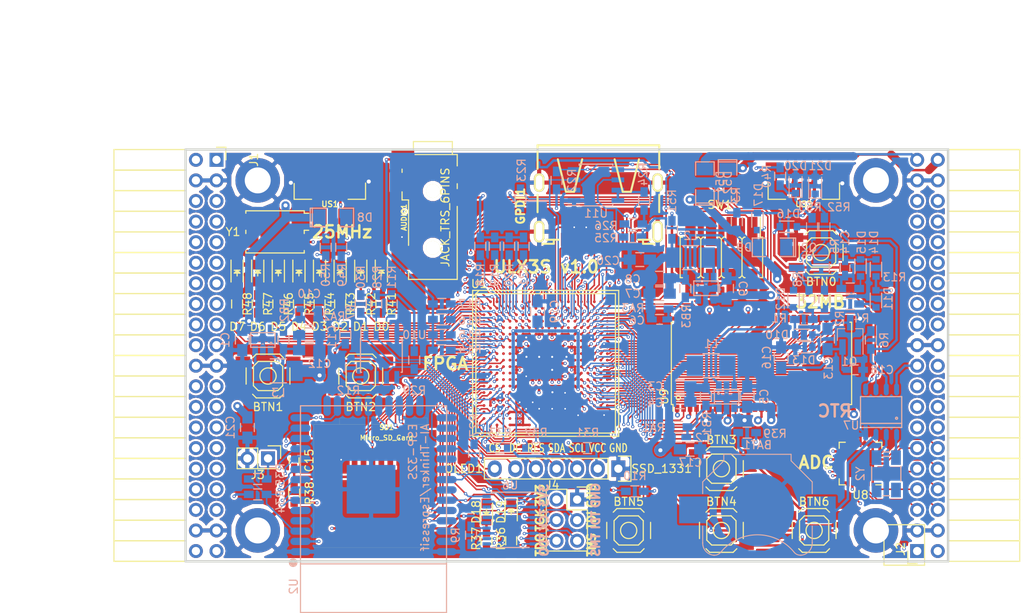
<source format=kicad_pcb>
(kicad_pcb (version 4) (host pcbnew 4.0.7+dfsg1-1)

  (general
    (links 672)
    (no_connects 0)
    (area 93.949999 61.269999 188.230001 112.370001)
    (thickness 1.6)
    (drawings 24)
    (tracks 4018)
    (zones 0)
    (modules 146)
    (nets 236)
  )

  (page A4)
  (layers
    (0 F.Cu signal)
    (1 In1.Cu signal)
    (2 In2.Cu signal)
    (31 B.Cu signal)
    (32 B.Adhes user)
    (33 F.Adhes user)
    (34 B.Paste user)
    (35 F.Paste user)
    (36 B.SilkS user)
    (37 F.SilkS user)
    (38 B.Mask user)
    (39 F.Mask user)
    (40 Dwgs.User user)
    (41 Cmts.User user)
    (42 Eco1.User user)
    (43 Eco2.User user)
    (44 Edge.Cuts user)
    (45 Margin user)
    (46 B.CrtYd user)
    (47 F.CrtYd user)
    (48 B.Fab user)
    (49 F.Fab user)
  )

  (setup
    (last_trace_width 0.3)
    (trace_clearance 0.127)
    (zone_clearance 0.254)
    (zone_45_only no)
    (trace_min 0.127)
    (segment_width 0.2)
    (edge_width 0.2)
    (via_size 0.4)
    (via_drill 0.2)
    (via_min_size 0.4)
    (via_min_drill 0.2)
    (uvia_size 0.3)
    (uvia_drill 0.1)
    (uvias_allowed no)
    (uvia_min_size 0.2)
    (uvia_min_drill 0.1)
    (pcb_text_width 0.3)
    (pcb_text_size 1.5 1.5)
    (mod_edge_width 0.15)
    (mod_text_size 1 1)
    (mod_text_width 0.15)
    (pad_size 0.5 0.5)
    (pad_drill 0)
    (pad_to_mask_clearance 0.05)
    (aux_axis_origin 82.67 62.69)
    (grid_origin 86.48 79.2)
    (visible_elements 7FFFF7FF)
    (pcbplotparams
      (layerselection 0x010f0_80000007)
      (usegerberextensions true)
      (excludeedgelayer true)
      (linewidth 0.100000)
      (plotframeref false)
      (viasonmask false)
      (mode 1)
      (useauxorigin false)
      (hpglpennumber 1)
      (hpglpenspeed 20)
      (hpglpendiameter 15)
      (hpglpenoverlay 2)
      (psnegative false)
      (psa4output false)
      (plotreference true)
      (plotvalue true)
      (plotinvisibletext false)
      (padsonsilk false)
      (subtractmaskfromsilk false)
      (outputformat 1)
      (mirror false)
      (drillshape 0)
      (scaleselection 1)
      (outputdirectory plot))
  )

  (net 0 "")
  (net 1 GND)
  (net 2 +5V)
  (net 3 /gpio/IN5V)
  (net 4 /gpio/OUT5V)
  (net 5 +3V3)
  (net 6 "Net-(L1-Pad1)")
  (net 7 "Net-(L2-Pad1)")
  (net 8 +1V2)
  (net 9 BTN_D)
  (net 10 BTN_F1)
  (net 11 BTN_F2)
  (net 12 BTN_L)
  (net 13 BTN_R)
  (net 14 BTN_U)
  (net 15 /power/FB1)
  (net 16 +2V5)
  (net 17 "Net-(L3-Pad1)")
  (net 18 /power/PWREN)
  (net 19 /power/FB3)
  (net 20 /power/FB2)
  (net 21 "Net-(D9-Pad1)")
  (net 22 /power/VBAT)
  (net 23 JTAG_TDI)
  (net 24 JTAG_TCK)
  (net 25 JTAG_TMS)
  (net 26 JTAG_TDO)
  (net 27 /power/WAKEUPn)
  (net 28 /power/WKUP)
  (net 29 /power/SHUT)
  (net 30 /power/WAKE)
  (net 31 /power/HOLD)
  (net 32 /power/WKn)
  (net 33 /power/OSCI_32k)
  (net 34 /power/OSCO_32k)
  (net 35 "Net-(Q2-Pad3)")
  (net 36 SHUTDOWN)
  (net 37 /analog/AUDIO_L)
  (net 38 /analog/AUDIO_R)
  (net 39 GPDI_5V_SCL)
  (net 40 GPDI_5V_SDA)
  (net 41 GPDI_SDA)
  (net 42 GPDI_SCL)
  (net 43 /gpdi/VREF2)
  (net 44 SD_CMD)
  (net 45 SD_CLK)
  (net 46 SD_D0)
  (net 47 SD_D1)
  (net 48 USB5V)
  (net 49 "Net-(BTN0-Pad1)")
  (net 50 GPDI_CEC)
  (net 51 nRESET)
  (net 52 FTDI_nDTR)
  (net 53 SDRAM_CKE)
  (net 54 SDRAM_A7)
  (net 55 SDRAM_D15)
  (net 56 SDRAM_BA1)
  (net 57 SDRAM_D7)
  (net 58 SDRAM_A6)
  (net 59 SDRAM_CLK)
  (net 60 SDRAM_D13)
  (net 61 SDRAM_BA0)
  (net 62 SDRAM_D6)
  (net 63 SDRAM_A5)
  (net 64 SDRAM_D14)
  (net 65 SDRAM_A11)
  (net 66 SDRAM_D12)
  (net 67 SDRAM_D5)
  (net 68 SDRAM_A4)
  (net 69 SDRAM_A10)
  (net 70 SDRAM_D11)
  (net 71 SDRAM_A3)
  (net 72 SDRAM_D4)
  (net 73 SDRAM_D10)
  (net 74 SDRAM_D9)
  (net 75 SDRAM_A9)
  (net 76 SDRAM_D3)
  (net 77 SDRAM_D8)
  (net 78 SDRAM_A8)
  (net 79 SDRAM_A2)
  (net 80 SDRAM_A1)
  (net 81 SDRAM_A0)
  (net 82 SDRAM_D2)
  (net 83 SDRAM_D1)
  (net 84 SDRAM_D0)
  (net 85 SDRAM_DQM0)
  (net 86 SDRAM_nCS)
  (net 87 SDRAM_nRAS)
  (net 88 SDRAM_DQM1)
  (net 89 SDRAM_nCAS)
  (net 90 SDRAM_nWE)
  (net 91 /flash/FLASH_nWP)
  (net 92 /flash/FLASH_nHOLD)
  (net 93 /flash/FLASH_MOSI)
  (net 94 /flash/FLASH_MISO)
  (net 95 /flash/FLASH_SCK)
  (net 96 /flash/FLASH_nCS)
  (net 97 /flash/FPGA_PROGRAMN)
  (net 98 /flash/FPGA_DONE)
  (net 99 /flash/FPGA_INITN)
  (net 100 OLED_RES)
  (net 101 OLED_DC)
  (net 102 OLED_CS)
  (net 103 WIFI_EN)
  (net 104 FTDI_nRTS)
  (net 105 FTDI_TXD)
  (net 106 FTDI_RXD)
  (net 107 WIFI_RXD)
  (net 108 WIFI_GPIO0)
  (net 109 WIFI_TXD)
  (net 110 GPDI_ETH-)
  (net 111 GPDI_ETH+)
  (net 112 GPDI_D2+)
  (net 113 GPDI_D2-)
  (net 114 GPDI_D1+)
  (net 115 GPDI_D1-)
  (net 116 GPDI_D0+)
  (net 117 GPDI_D0-)
  (net 118 GPDI_CLK+)
  (net 119 GPDI_CLK-)
  (net 120 USB_FTDI_D+)
  (net 121 USB_FTDI_D-)
  (net 122 J1_17-)
  (net 123 J1_17+)
  (net 124 J1_23-)
  (net 125 J1_23+)
  (net 126 J1_25-)
  (net 127 J1_25+)
  (net 128 J1_27-)
  (net 129 J1_27+)
  (net 130 J1_29-)
  (net 131 J1_29+)
  (net 132 J1_31-)
  (net 133 J1_31+)
  (net 134 J1_33-)
  (net 135 J1_33+)
  (net 136 J1_35-)
  (net 137 J1_35+)
  (net 138 J2_5-)
  (net 139 J2_5+)
  (net 140 J2_7-)
  (net 141 J2_7+)
  (net 142 J2_9-)
  (net 143 J2_9+)
  (net 144 J2_13-)
  (net 145 J2_13+)
  (net 146 J2_17-)
  (net 147 J2_17+)
  (net 148 J2_11-)
  (net 149 J2_11+)
  (net 150 J2_23-)
  (net 151 J2_23+)
  (net 152 J1_5-)
  (net 153 J1_5+)
  (net 154 J1_7-)
  (net 155 J1_7+)
  (net 156 J1_9-)
  (net 157 J1_9+)
  (net 158 J1_11-)
  (net 159 J1_11+)
  (net 160 J1_13-)
  (net 161 J1_13+)
  (net 162 J1_15-)
  (net 163 J1_15+)
  (net 164 J2_15-)
  (net 165 J2_15+)
  (net 166 J2_25-)
  (net 167 J2_25+)
  (net 168 J2_27-)
  (net 169 J2_27+)
  (net 170 J2_29-)
  (net 171 J2_29+)
  (net 172 J2_31-)
  (net 173 J2_31+)
  (net 174 J2_33-)
  (net 175 J2_33+)
  (net 176 J2_35-)
  (net 177 J2_35+)
  (net 178 SD_D3)
  (net 179 AUDIO_L3)
  (net 180 AUDIO_L2)
  (net 181 AUDIO_L1)
  (net 182 AUDIO_L0)
  (net 183 AUDIO_R3)
  (net 184 AUDIO_R2)
  (net 185 AUDIO_R1)
  (net 186 AUDIO_R0)
  (net 187 OLED_CLK)
  (net 188 OLED_MOSI)
  (net 189 LED0)
  (net 190 LED1)
  (net 191 LED2)
  (net 192 LED3)
  (net 193 LED4)
  (net 194 LED5)
  (net 195 LED6)
  (net 196 LED7)
  (net 197 BTN_PWRn)
  (net 198 "Net-(J3-Pad1)")
  (net 199 FTDI_nTXLED)
  (net 200 FTDI_nSLEEP)
  (net 201 /blinkey/LED_PWREN)
  (net 202 /blinkey/LED_TXLED)
  (net 203 FT3V3)
  (net 204 /sdcard/SD3V3)
  (net 205 SD_D2)
  (net 206 CLK_25MHz)
  (net 207 /blinkey/BTNPUL)
  (net 208 /blinkey/BTNPUR)
  (net 209 USB_FPGA_D+)
  (net 210 /power/FTDI_nSUSPEND)
  (net 211 /blinkey/ALED0)
  (net 212 /blinkey/ALED1)
  (net 213 /blinkey/ALED2)
  (net 214 /blinkey/ALED3)
  (net 215 /blinkey/ALED4)
  (net 216 /blinkey/ALED5)
  (net 217 /blinkey/ALED6)
  (net 218 /blinkey/ALED7)
  (net 219 /usb/FTD-)
  (net 220 /usb/FTD+)
  (net 221 ADC_MISO)
  (net 222 ADC_MOSI)
  (net 223 ADC_CSn)
  (net 224 ADC_SCLK)
  (net 225 "Net-(R51-Pad2)")
  (net 226 SW3)
  (net 227 SW2)
  (net 228 SW1)
  (net 229 SW0)
  (net 230 USB_FPGA_D-)
  (net 231 /usb/FPD+)
  (net 232 /usb/FPD-)
  (net 233 WIFI_GPIO16)
  (net 234 WIFI_GPIO15)
  (net 235 /usb/ANT_433MHz)

  (net_class Default "This is the default net class."
    (clearance 0.127)
    (trace_width 0.3)
    (via_dia 0.4)
    (via_drill 0.2)
    (uvia_dia 0.3)
    (uvia_drill 0.1)
    (add_net +1V2)
    (add_net +2V5)
    (add_net +3V3)
    (add_net +5V)
    (add_net /analog/AUDIO_L)
    (add_net /analog/AUDIO_R)
    (add_net /blinkey/ALED0)
    (add_net /blinkey/ALED1)
    (add_net /blinkey/ALED2)
    (add_net /blinkey/ALED3)
    (add_net /blinkey/ALED4)
    (add_net /blinkey/ALED5)
    (add_net /blinkey/ALED6)
    (add_net /blinkey/ALED7)
    (add_net /blinkey/BTNPUL)
    (add_net /blinkey/BTNPUR)
    (add_net /blinkey/LED_PWREN)
    (add_net /blinkey/LED_TXLED)
    (add_net /gpdi/VREF2)
    (add_net /gpio/IN5V)
    (add_net /gpio/OUT5V)
    (add_net /power/FB1)
    (add_net /power/FB2)
    (add_net /power/FB3)
    (add_net /power/FTDI_nSUSPEND)
    (add_net /power/HOLD)
    (add_net /power/OSCI_32k)
    (add_net /power/OSCO_32k)
    (add_net /power/PWREN)
    (add_net /power/SHUT)
    (add_net /power/VBAT)
    (add_net /power/WAKE)
    (add_net /power/WAKEUPn)
    (add_net /power/WKUP)
    (add_net /power/WKn)
    (add_net /sdcard/SD3V3)
    (add_net /usb/ANT_433MHz)
    (add_net /usb/FPD+)
    (add_net /usb/FPD-)
    (add_net /usb/FTD+)
    (add_net /usb/FTD-)
    (add_net FT3V3)
    (add_net GND)
    (add_net "Net-(BTN0-Pad1)")
    (add_net "Net-(D9-Pad1)")
    (add_net "Net-(J3-Pad1)")
    (add_net "Net-(L1-Pad1)")
    (add_net "Net-(L2-Pad1)")
    (add_net "Net-(L3-Pad1)")
    (add_net "Net-(Q2-Pad3)")
    (add_net "Net-(R51-Pad2)")
    (add_net USB5V)
  )

  (net_class BGA ""
    (clearance 0.127)
    (trace_width 0.19)
    (via_dia 0.4)
    (via_drill 0.2)
    (uvia_dia 0.3)
    (uvia_drill 0.1)
    (add_net /flash/FLASH_MISO)
    (add_net /flash/FLASH_MOSI)
    (add_net /flash/FLASH_SCK)
    (add_net /flash/FLASH_nCS)
    (add_net /flash/FLASH_nHOLD)
    (add_net /flash/FLASH_nWP)
    (add_net /flash/FPGA_DONE)
    (add_net /flash/FPGA_INITN)
    (add_net /flash/FPGA_PROGRAMN)
    (add_net ADC_CSn)
    (add_net ADC_MISO)
    (add_net ADC_MOSI)
    (add_net ADC_SCLK)
    (add_net AUDIO_L0)
    (add_net AUDIO_L1)
    (add_net AUDIO_L2)
    (add_net AUDIO_L3)
    (add_net AUDIO_R0)
    (add_net AUDIO_R1)
    (add_net AUDIO_R2)
    (add_net AUDIO_R3)
    (add_net BTN_D)
    (add_net BTN_F1)
    (add_net BTN_F2)
    (add_net BTN_L)
    (add_net BTN_PWRn)
    (add_net BTN_R)
    (add_net BTN_U)
    (add_net CLK_25MHz)
    (add_net FTDI_RXD)
    (add_net FTDI_TXD)
    (add_net FTDI_nDTR)
    (add_net FTDI_nRTS)
    (add_net FTDI_nSLEEP)
    (add_net FTDI_nTXLED)
    (add_net GPDI_5V_SCL)
    (add_net GPDI_5V_SDA)
    (add_net GPDI_CEC)
    (add_net GPDI_CLK+)
    (add_net GPDI_CLK-)
    (add_net GPDI_D0+)
    (add_net GPDI_D0-)
    (add_net GPDI_D1+)
    (add_net GPDI_D1-)
    (add_net GPDI_D2+)
    (add_net GPDI_D2-)
    (add_net GPDI_ETH+)
    (add_net GPDI_ETH-)
    (add_net GPDI_SCL)
    (add_net GPDI_SDA)
    (add_net J1_11+)
    (add_net J1_11-)
    (add_net J1_13+)
    (add_net J1_13-)
    (add_net J1_15+)
    (add_net J1_15-)
    (add_net J1_17+)
    (add_net J1_17-)
    (add_net J1_23+)
    (add_net J1_23-)
    (add_net J1_25+)
    (add_net J1_25-)
    (add_net J1_27+)
    (add_net J1_27-)
    (add_net J1_29+)
    (add_net J1_29-)
    (add_net J1_31+)
    (add_net J1_31-)
    (add_net J1_33+)
    (add_net J1_33-)
    (add_net J1_35+)
    (add_net J1_35-)
    (add_net J1_5+)
    (add_net J1_5-)
    (add_net J1_7+)
    (add_net J1_7-)
    (add_net J1_9+)
    (add_net J1_9-)
    (add_net J2_11+)
    (add_net J2_11-)
    (add_net J2_13+)
    (add_net J2_13-)
    (add_net J2_15+)
    (add_net J2_15-)
    (add_net J2_17+)
    (add_net J2_17-)
    (add_net J2_23+)
    (add_net J2_23-)
    (add_net J2_25+)
    (add_net J2_25-)
    (add_net J2_27+)
    (add_net J2_27-)
    (add_net J2_29+)
    (add_net J2_29-)
    (add_net J2_31+)
    (add_net J2_31-)
    (add_net J2_33+)
    (add_net J2_33-)
    (add_net J2_35+)
    (add_net J2_35-)
    (add_net J2_5+)
    (add_net J2_5-)
    (add_net J2_7+)
    (add_net J2_7-)
    (add_net J2_9+)
    (add_net J2_9-)
    (add_net JTAG_TCK)
    (add_net JTAG_TDI)
    (add_net JTAG_TDO)
    (add_net JTAG_TMS)
    (add_net LED0)
    (add_net LED1)
    (add_net LED2)
    (add_net LED3)
    (add_net LED4)
    (add_net LED5)
    (add_net LED6)
    (add_net LED7)
    (add_net OLED_CLK)
    (add_net OLED_CS)
    (add_net OLED_DC)
    (add_net OLED_MOSI)
    (add_net OLED_RES)
    (add_net SDRAM_A0)
    (add_net SDRAM_A1)
    (add_net SDRAM_A10)
    (add_net SDRAM_A11)
    (add_net SDRAM_A2)
    (add_net SDRAM_A3)
    (add_net SDRAM_A4)
    (add_net SDRAM_A5)
    (add_net SDRAM_A6)
    (add_net SDRAM_A7)
    (add_net SDRAM_A8)
    (add_net SDRAM_A9)
    (add_net SDRAM_BA0)
    (add_net SDRAM_BA1)
    (add_net SDRAM_CKE)
    (add_net SDRAM_CLK)
    (add_net SDRAM_D0)
    (add_net SDRAM_D1)
    (add_net SDRAM_D10)
    (add_net SDRAM_D11)
    (add_net SDRAM_D12)
    (add_net SDRAM_D13)
    (add_net SDRAM_D14)
    (add_net SDRAM_D15)
    (add_net SDRAM_D2)
    (add_net SDRAM_D3)
    (add_net SDRAM_D4)
    (add_net SDRAM_D5)
    (add_net SDRAM_D6)
    (add_net SDRAM_D7)
    (add_net SDRAM_D8)
    (add_net SDRAM_D9)
    (add_net SDRAM_DQM0)
    (add_net SDRAM_DQM1)
    (add_net SDRAM_nCAS)
    (add_net SDRAM_nCS)
    (add_net SDRAM_nRAS)
    (add_net SDRAM_nWE)
    (add_net SD_CLK)
    (add_net SD_CMD)
    (add_net SD_D0)
    (add_net SD_D1)
    (add_net SD_D2)
    (add_net SD_D3)
    (add_net SHUTDOWN)
    (add_net SW0)
    (add_net SW1)
    (add_net SW2)
    (add_net SW3)
    (add_net USB_FPGA_D+)
    (add_net USB_FPGA_D-)
    (add_net USB_FTDI_D+)
    (add_net USB_FTDI_D-)
    (add_net WIFI_EN)
    (add_net WIFI_GPIO0)
    (add_net WIFI_GPIO15)
    (add_net WIFI_GPIO16)
    (add_net WIFI_RXD)
    (add_net WIFI_TXD)
    (add_net nRESET)
  )

  (net_class Minimal ""
    (clearance 0.127)
    (trace_width 0.127)
    (via_dia 0.4)
    (via_drill 0.2)
    (uvia_dia 0.3)
    (uvia_drill 0.1)
  )

  (module Resistors_SMD:R_0603_HandSoldering (layer B.Cu) (tedit 58307AEF) (tstamp 595B8F7A)
    (at 154.044 71.326 90)
    (descr "Resistor SMD 0603, hand soldering")
    (tags "resistor 0603")
    (path /58D6547C/595B9C2F)
    (attr smd)
    (fp_text reference R51 (at 3.556 0 90) (layer B.SilkS)
      (effects (font (size 1 1) (thickness 0.15)) (justify mirror))
    )
    (fp_text value 220 (at 0 -1.9 90) (layer B.Fab)
      (effects (font (size 1 1) (thickness 0.15)) (justify mirror))
    )
    (fp_line (start -0.8 -0.4) (end -0.8 0.4) (layer B.Fab) (width 0.1))
    (fp_line (start 0.8 -0.4) (end -0.8 -0.4) (layer B.Fab) (width 0.1))
    (fp_line (start 0.8 0.4) (end 0.8 -0.4) (layer B.Fab) (width 0.1))
    (fp_line (start -0.8 0.4) (end 0.8 0.4) (layer B.Fab) (width 0.1))
    (fp_line (start -2 0.8) (end 2 0.8) (layer B.CrtYd) (width 0.05))
    (fp_line (start -2 -0.8) (end 2 -0.8) (layer B.CrtYd) (width 0.05))
    (fp_line (start -2 0.8) (end -2 -0.8) (layer B.CrtYd) (width 0.05))
    (fp_line (start 2 0.8) (end 2 -0.8) (layer B.CrtYd) (width 0.05))
    (fp_line (start 0.5 -0.675) (end -0.5 -0.675) (layer B.SilkS) (width 0.15))
    (fp_line (start -0.5 0.675) (end 0.5 0.675) (layer B.SilkS) (width 0.15))
    (pad 1 smd rect (at -1.1 0 90) (size 1.2 0.9) (layers B.Cu B.Paste B.Mask)
      (net 5 +3V3))
    (pad 2 smd rect (at 1.1 0 90) (size 1.2 0.9) (layers B.Cu B.Paste B.Mask)
      (net 225 "Net-(R51-Pad2)"))
    (model Resistors_SMD.3dshapes/R_0603_HandSoldering.wrl
      (at (xyz 0 0 0))
      (scale (xyz 1 1 1))
      (rotate (xyz 0 0 0))
    )
  )

  (module Pin_Headers:Pin_Header_Straight_SMT_02x04 (layer F.Cu) (tedit 595B8E00) (tstamp 595B8F86)
    (at 160.14 74.73 180)
    (descr "SMT pin header")
    (tags "SMT pin header")
    (path /58D6547C/595B94DC)
    (attr smd)
    (fp_text reference SW1 (at 0.2 6.5 180) (layer F.SilkS)
      (effects (font (size 1 1) (thickness 0.15)))
    )
    (fp_text value DIPSW (at 0.1 -6.1 180) (layer F.Fab)
      (effects (font (size 1 1) (thickness 0.15)))
    )
    (fp_line (start -4.8 2.5) (end -4.8 4.925) (layer F.SilkS) (width 0.15))
    (fp_line (start -5.6 5.5) (end 5.6 5.5) (layer F.CrtYd) (width 0.05))
    (fp_line (start 5.6 5.5) (end 5.6 -5.5) (layer F.CrtYd) (width 0.05))
    (fp_line (start 5.6 -5.5) (end -5.6 -5.5) (layer F.CrtYd) (width 0.05))
    (fp_line (start -5.6 -5.5) (end -5.6 5.5) (layer F.CrtYd) (width 0.05))
    (fp_line (start -2.54 2.25) (end -2.54 -2.25) (layer F.SilkS) (width 0.15))
    (fp_line (start 5.08 -2.5) (end 4.8 -2.5) (layer F.SilkS) (width 0.15))
    (fp_line (start 5.08 -2.5) (end 5.08 2.5) (layer F.SilkS) (width 0.15))
    (fp_line (start 5.08 2.5) (end 4.8 2.5) (layer F.SilkS) (width 0.15))
    (fp_line (start -5.08 2.5) (end -4.8 2.5) (layer F.SilkS) (width 0.15))
    (fp_line (start -5.08 -2.5) (end -5.08 2.5) (layer F.SilkS) (width 0.15))
    (fp_line (start -2.921 -2.5) (end -2.794 -2.5) (layer F.SilkS) (width 0.15))
    (fp_line (start -2.794 -2.5) (end -2.54 -2.246) (layer F.SilkS) (width 0.15))
    (fp_line (start -2.54 -2.246) (end -2.286 -2.5) (layer F.SilkS) (width 0.15))
    (fp_line (start -2.286 -2.5) (end -2.159 -2.5) (layer F.SilkS) (width 0.15))
    (fp_line (start -5.08 -2.5) (end -4.8 -2.5) (layer F.SilkS) (width 0.15))
    (fp_line (start -0.381 -2.5) (end -0.254 -2.5) (layer F.SilkS) (width 0.15))
    (fp_line (start 2.159 -2.5) (end 2.286 -2.5) (layer F.SilkS) (width 0.15))
    (fp_line (start -2.159 2.5) (end -2.286 2.5) (layer F.SilkS) (width 0.15))
    (fp_line (start 0 -2.246) (end 0.254 -2.5) (layer F.SilkS) (width 0.15))
    (fp_line (start 2.54 -2.246) (end 2.794 -2.5) (layer F.SilkS) (width 0.15))
    (fp_line (start -2.54 2.246) (end -2.794 2.5) (layer F.SilkS) (width 0.15))
    (fp_line (start 0.254 -2.5) (end 0.381 -2.5) (layer F.SilkS) (width 0.15))
    (fp_line (start 2.794 -2.5) (end 2.921 -2.5) (layer F.SilkS) (width 0.15))
    (fp_line (start -2.794 2.5) (end -2.921 2.5) (layer F.SilkS) (width 0.15))
    (fp_line (start -0.254 -2.5) (end 0 -2.246) (layer F.SilkS) (width 0.15))
    (fp_line (start 2.286 -2.5) (end 2.54 -2.246) (layer F.SilkS) (width 0.15))
    (fp_line (start -2.286 2.5) (end -2.54 2.246) (layer F.SilkS) (width 0.15))
    (fp_line (start 0.381 2.5) (end 0.254 2.5) (layer F.SilkS) (width 0.15))
    (fp_line (start 2.921 2.5) (end 2.794 2.5) (layer F.SilkS) (width 0.15))
    (fp_line (start -0.254 2.5) (end -0.381 2.5) (layer F.SilkS) (width 0.15))
    (fp_line (start 2.286 2.5) (end 2.159 2.5) (layer F.SilkS) (width 0.15))
    (fp_line (start 0 2.246) (end -0.254 2.5) (layer F.SilkS) (width 0.15))
    (fp_line (start 2.54 2.246) (end 2.286 2.5) (layer F.SilkS) (width 0.15))
    (fp_line (start 0.254 2.5) (end 0 2.246) (layer F.SilkS) (width 0.15))
    (fp_line (start 2.794 2.5) (end 2.54 2.246) (layer F.SilkS) (width 0.15))
    (fp_line (start 0 2.25) (end 0 -2.25) (layer F.SilkS) (width 0.15))
    (fp_line (start 2.54 2.25) (end 2.54 -2.25) (layer F.SilkS) (width 0.15))
    (pad 1 smd rect (at -3.81 3.2 180) (size 1.27 3.6) (layers F.Cu F.Paste F.Mask)
      (net 226 SW3))
    (pad 2 smd rect (at -1.27 3.2 180) (size 1.27 3.6) (layers F.Cu F.Paste F.Mask)
      (net 227 SW2))
    (pad 3 smd rect (at 1.27 3.2 180) (size 1.27 3.6) (layers F.Cu F.Paste F.Mask)
      (net 228 SW1))
    (pad 4 smd rect (at 3.81 3.2 180) (size 1.27 3.6) (layers F.Cu F.Paste F.Mask)
      (net 229 SW0))
    (pad 5 smd rect (at 3.81 -3.2 180) (size 1.27 3.6) (layers F.Cu F.Paste F.Mask)
      (net 225 "Net-(R51-Pad2)"))
    (pad 6 smd rect (at 1.27 -3.2 180) (size 1.27 3.6) (layers F.Cu F.Paste F.Mask)
      (net 225 "Net-(R51-Pad2)"))
    (pad 7 smd rect (at -1.27 -3.2 180) (size 1.27 3.6) (layers F.Cu F.Paste F.Mask)
      (net 225 "Net-(R51-Pad2)"))
    (pad 8 smd rect (at -3.81 -3.2 180) (size 1.27 3.6) (layers F.Cu F.Paste F.Mask)
      (net 225 "Net-(R51-Pad2)"))
    (model Pin_Headers.3dshapes/Pin_Header_Straight_SMT_02x04.wrl
      (at (xyz 0 0 0))
      (scale (xyz 1 1 1))
      (rotate (xyz 0 0 0))
    )
  )

  (module SMD_Packages:SMD-1206_Pol (layer B.Cu) (tedit 0) (tstamp 56AA106E)
    (at 160.902 65.484 270)
    (path /56AC389C/56AC4846)
    (attr smd)
    (fp_text reference D52 (at 0 0 270) (layer B.SilkS)
      (effects (font (size 1 1) (thickness 0.15)) (justify mirror))
    )
    (fp_text value 2A (at 0 0 270) (layer B.Fab)
      (effects (font (size 1 1) (thickness 0.15)) (justify mirror))
    )
    (fp_line (start -2.54 1.143) (end -2.794 1.143) (layer B.SilkS) (width 0.15))
    (fp_line (start -2.794 1.143) (end -2.794 -1.143) (layer B.SilkS) (width 0.15))
    (fp_line (start -2.794 -1.143) (end -2.54 -1.143) (layer B.SilkS) (width 0.15))
    (fp_line (start -2.54 1.143) (end -2.54 -1.143) (layer B.SilkS) (width 0.15))
    (fp_line (start -2.54 -1.143) (end -0.889 -1.143) (layer B.SilkS) (width 0.15))
    (fp_line (start 0.889 1.143) (end 2.54 1.143) (layer B.SilkS) (width 0.15))
    (fp_line (start 2.54 1.143) (end 2.54 -1.143) (layer B.SilkS) (width 0.15))
    (fp_line (start 2.54 -1.143) (end 0.889 -1.143) (layer B.SilkS) (width 0.15))
    (fp_line (start -0.889 1.143) (end -2.54 1.143) (layer B.SilkS) (width 0.15))
    (pad 1 smd rect (at -1.651 0 270) (size 1.524 2.032) (layers B.Cu B.Paste B.Mask)
      (net 4 /gpio/OUT5V))
    (pad 2 smd rect (at 1.651 0 270) (size 1.524 2.032) (layers B.Cu B.Paste B.Mask)
      (net 2 +5V))
    (model SMD_Packages.3dshapes/SMD-1206_Pol.wrl
      (at (xyz 0 0 0))
      (scale (xyz 0.17 0.16 0.16))
      (rotate (xyz 0 0 0))
    )
  )

  (module SMD_Packages:SMD-1206_Pol (layer B.Cu) (tedit 0) (tstamp 56AA1068)
    (at 158.108 65.484 90)
    (path /56AC389C/56AC483B)
    (attr smd)
    (fp_text reference D51 (at 0 1.905 90) (layer B.SilkS)
      (effects (font (size 1 1) (thickness 0.15)) (justify mirror))
    )
    (fp_text value 2A (at 0 0 90) (layer B.Fab)
      (effects (font (size 1 1) (thickness 0.15)) (justify mirror))
    )
    (fp_line (start -2.54 1.143) (end -2.794 1.143) (layer B.SilkS) (width 0.15))
    (fp_line (start -2.794 1.143) (end -2.794 -1.143) (layer B.SilkS) (width 0.15))
    (fp_line (start -2.794 -1.143) (end -2.54 -1.143) (layer B.SilkS) (width 0.15))
    (fp_line (start -2.54 1.143) (end -2.54 -1.143) (layer B.SilkS) (width 0.15))
    (fp_line (start -2.54 -1.143) (end -0.889 -1.143) (layer B.SilkS) (width 0.15))
    (fp_line (start 0.889 1.143) (end 2.54 1.143) (layer B.SilkS) (width 0.15))
    (fp_line (start 2.54 1.143) (end 2.54 -1.143) (layer B.SilkS) (width 0.15))
    (fp_line (start 2.54 -1.143) (end 0.889 -1.143) (layer B.SilkS) (width 0.15))
    (fp_line (start -0.889 1.143) (end -2.54 1.143) (layer B.SilkS) (width 0.15))
    (pad 1 smd rect (at -1.651 0 90) (size 1.524 2.032) (layers B.Cu B.Paste B.Mask)
      (net 2 +5V))
    (pad 2 smd rect (at 1.651 0 90) (size 1.524 2.032) (layers B.Cu B.Paste B.Mask)
      (net 3 /gpio/IN5V))
    (model SMD_Packages.3dshapes/SMD-1206_Pol.wrl
      (at (xyz 0 0 0))
      (scale (xyz 0.17 0.16 0.16))
      (rotate (xyz 0 0 0))
    )
  )

  (module micro-sd:MicroSD_TF02D (layer F.Cu) (tedit 52721666) (tstamp 56A966AB)
    (at 116.87 110.52 180)
    (path /58DA7327/590C84AE)
    (fp_text reference SD1 (at -1.995 14.81 180) (layer F.SilkS)
      (effects (font (size 0.59944 0.59944) (thickness 0.12446)))
    )
    (fp_text value Micro_SD_Card (at -1.995 13.54 180) (layer F.SilkS)
      (effects (font (size 0.59944 0.59944) (thickness 0.12446)))
    )
    (fp_line (start 3.8 15.2) (end 3.8 16) (layer F.SilkS) (width 0.01016))
    (fp_line (start 3.8 16) (end -7 16) (layer F.SilkS) (width 0.01016))
    (fp_line (start -7 16) (end -7 15.2) (layer F.SilkS) (width 0.01016))
    (fp_line (start 7 0) (end 7 15.2) (layer F.SilkS) (width 0.01016))
    (fp_line (start 7 15.2) (end -7 15.2) (layer F.SilkS) (width 0.01016))
    (fp_line (start -7 15.2) (end -7 0) (layer F.SilkS) (width 0.01016))
    (fp_line (start -7 0) (end 7 0) (layer F.SilkS) (width 0.01016))
    (pad 1 smd rect (at 1.94 11 180) (size 0.7 1.8) (layers F.Cu F.Paste F.Mask)
      (net 205 SD_D2))
    (pad 2 smd rect (at 0.84 11 180) (size 0.7 1.8) (layers F.Cu F.Paste F.Mask)
      (net 178 SD_D3))
    (pad 3 smd rect (at -0.26 11 180) (size 0.7 1.8) (layers F.Cu F.Paste F.Mask)
      (net 44 SD_CMD))
    (pad 4 smd rect (at -1.36 11 180) (size 0.7 1.8) (layers F.Cu F.Paste F.Mask)
      (net 204 /sdcard/SD3V3))
    (pad 5 smd rect (at -2.46 11 180) (size 0.7 1.8) (layers F.Cu F.Paste F.Mask)
      (net 45 SD_CLK))
    (pad 6 smd rect (at -3.56 11 180) (size 0.7 1.8) (layers F.Cu F.Paste F.Mask)
      (net 1 GND))
    (pad 7 smd rect (at -4.66 11 180) (size 0.7 1.8) (layers F.Cu F.Paste F.Mask)
      (net 46 SD_D0))
    (pad 8 smd rect (at -5.76 11 180) (size 0.7 1.8) (layers F.Cu F.Paste F.Mask)
      (net 47 SD_D1))
    (pad S smd rect (at -5.05 0.4 180) (size 1.6 1.4) (layers F.Cu F.Paste F.Mask))
    (pad S smd rect (at 0.75 0.4 180) (size 1.8 1.4) (layers F.Cu F.Paste F.Mask))
    (pad G smd rect (at -7.45 13.55 180) (size 1.4 1.9) (layers F.Cu F.Paste F.Mask))
    (pad G smd rect (at 6.6 14.55 180) (size 1.4 1.9) (layers F.Cu F.Paste F.Mask))
  )

  (module Resistors_SMD:R_1210_HandSoldering (layer B.Cu) (tedit 58307C8D) (tstamp 58D58A37)
    (at 158.87 88.09 180)
    (descr "Resistor SMD 1210, hand soldering")
    (tags "resistor 1210")
    (path /58D51CAD/58D59D36)
    (attr smd)
    (fp_text reference L1 (at 0 2.7 180) (layer B.SilkS)
      (effects (font (size 1 1) (thickness 0.15)) (justify mirror))
    )
    (fp_text value 2.2uH (at 0 -2.7 180) (layer B.Fab)
      (effects (font (size 1 1) (thickness 0.15)) (justify mirror))
    )
    (fp_line (start -1.6 -1.25) (end -1.6 1.25) (layer B.Fab) (width 0.1))
    (fp_line (start 1.6 -1.25) (end -1.6 -1.25) (layer B.Fab) (width 0.1))
    (fp_line (start 1.6 1.25) (end 1.6 -1.25) (layer B.Fab) (width 0.1))
    (fp_line (start -1.6 1.25) (end 1.6 1.25) (layer B.Fab) (width 0.1))
    (fp_line (start -3.3 1.6) (end 3.3 1.6) (layer B.CrtYd) (width 0.05))
    (fp_line (start -3.3 -1.6) (end 3.3 -1.6) (layer B.CrtYd) (width 0.05))
    (fp_line (start -3.3 1.6) (end -3.3 -1.6) (layer B.CrtYd) (width 0.05))
    (fp_line (start 3.3 1.6) (end 3.3 -1.6) (layer B.CrtYd) (width 0.05))
    (fp_line (start 1 -1.475) (end -1 -1.475) (layer B.SilkS) (width 0.15))
    (fp_line (start -1 1.475) (end 1 1.475) (layer B.SilkS) (width 0.15))
    (pad 1 smd rect (at -2 0 180) (size 2 2.5) (layers B.Cu B.Paste B.Mask)
      (net 6 "Net-(L1-Pad1)"))
    (pad 2 smd rect (at 2 0 180) (size 2 2.5) (layers B.Cu B.Paste B.Mask)
      (net 8 +1V2))
    (model Resistors_SMD.3dshapes/R_1210_HandSoldering.wrl
      (at (xyz 0 0 0))
      (scale (xyz 1 1 1))
      (rotate (xyz 0 0 0))
    )
  )

  (module TSOT-25:TSOT-25 (layer B.Cu) (tedit 55EFFDDA) (tstamp 58D5976E)
    (at 160.775 91.9)
    (path /58D51CAD/58D58840)
    (fp_text reference U3 (at 0 -0.5) (layer B.SilkS)
      (effects (font (size 0.15 0.15) (thickness 0.0375)) (justify mirror))
    )
    (fp_text value AP3429A (at 0 0.5) (layer B.Fab)
      (effects (font (size 0.15 0.15) (thickness 0.0375)) (justify mirror))
    )
    (fp_circle (center -1 -0.4) (end -0.95 -0.5) (layer B.SilkS) (width 0.15))
    (fp_line (start -1.5 0.9) (end 1.5 0.9) (layer B.SilkS) (width 0.15))
    (fp_line (start 1.5 0.9) (end 1.5 -0.9) (layer B.SilkS) (width 0.15))
    (fp_line (start 1.5 -0.9) (end -1.5 -0.9) (layer B.SilkS) (width 0.15))
    (fp_line (start -1.5 -0.9) (end -1.5 0.9) (layer B.SilkS) (width 0.15))
    (pad 1 smd rect (at -0.95 -1.3) (size 0.7 1.2) (layers B.Cu B.Paste B.Mask)
      (net 18 /power/PWREN))
    (pad 2 smd rect (at 0 -1.3) (size 0.7 1.2) (layers B.Cu B.Paste B.Mask)
      (net 1 GND))
    (pad 3 smd rect (at 0.95 -1.3) (size 0.7 1.2) (layers B.Cu B.Paste B.Mask)
      (net 6 "Net-(L1-Pad1)"))
    (pad 4 smd rect (at 0.95 1.3) (size 0.7 1.2) (layers B.Cu B.Paste B.Mask)
      (net 2 +5V))
    (pad 5 smd rect (at -0.95 1.3) (size 0.7 1.2) (layers B.Cu B.Paste B.Mask)
      (net 15 /power/FB1))
  )

  (module Resistors_SMD:R_1210_HandSoldering (layer B.Cu) (tedit 58307C8D) (tstamp 58D599B2)
    (at 156.33 74.755 180)
    (descr "Resistor SMD 1210, hand soldering")
    (tags "resistor 1210")
    (path /58D51CAD/58D62964)
    (attr smd)
    (fp_text reference L2 (at 0 2.7 180) (layer B.SilkS)
      (effects (font (size 1 1) (thickness 0.15)) (justify mirror))
    )
    (fp_text value 2.2uH (at 0 -2.7 180) (layer B.Fab)
      (effects (font (size 1 1) (thickness 0.15)) (justify mirror))
    )
    (fp_line (start -1.6 -1.25) (end -1.6 1.25) (layer B.Fab) (width 0.1))
    (fp_line (start 1.6 -1.25) (end -1.6 -1.25) (layer B.Fab) (width 0.1))
    (fp_line (start 1.6 1.25) (end 1.6 -1.25) (layer B.Fab) (width 0.1))
    (fp_line (start -1.6 1.25) (end 1.6 1.25) (layer B.Fab) (width 0.1))
    (fp_line (start -3.3 1.6) (end 3.3 1.6) (layer B.CrtYd) (width 0.05))
    (fp_line (start -3.3 -1.6) (end 3.3 -1.6) (layer B.CrtYd) (width 0.05))
    (fp_line (start -3.3 1.6) (end -3.3 -1.6) (layer B.CrtYd) (width 0.05))
    (fp_line (start 3.3 1.6) (end 3.3 -1.6) (layer B.CrtYd) (width 0.05))
    (fp_line (start 1 -1.475) (end -1 -1.475) (layer B.SilkS) (width 0.15))
    (fp_line (start -1 1.475) (end 1 1.475) (layer B.SilkS) (width 0.15))
    (pad 1 smd rect (at -2 0 180) (size 2 2.5) (layers B.Cu B.Paste B.Mask)
      (net 7 "Net-(L2-Pad1)"))
    (pad 2 smd rect (at 2 0 180) (size 2 2.5) (layers B.Cu B.Paste B.Mask)
      (net 5 +3V3))
    (model Resistors_SMD.3dshapes/R_1210_HandSoldering.wrl
      (at (xyz 0 0 0))
      (scale (xyz 1 1 1))
      (rotate (xyz 0 0 0))
    )
  )

  (module TSOT-25:TSOT-25 (layer B.Cu) (tedit 55EFFDDA) (tstamp 58D599CD)
    (at 158.235 78.535)
    (path /58D51CAD/58D62946)
    (fp_text reference U4 (at 0 -0.5) (layer B.SilkS)
      (effects (font (size 0.15 0.15) (thickness 0.0375)) (justify mirror))
    )
    (fp_text value AP3429A (at 0 0.5) (layer B.Fab)
      (effects (font (size 0.15 0.15) (thickness 0.0375)) (justify mirror))
    )
    (fp_circle (center -1 -0.4) (end -0.95 -0.5) (layer B.SilkS) (width 0.15))
    (fp_line (start -1.5 0.9) (end 1.5 0.9) (layer B.SilkS) (width 0.15))
    (fp_line (start 1.5 0.9) (end 1.5 -0.9) (layer B.SilkS) (width 0.15))
    (fp_line (start 1.5 -0.9) (end -1.5 -0.9) (layer B.SilkS) (width 0.15))
    (fp_line (start -1.5 -0.9) (end -1.5 0.9) (layer B.SilkS) (width 0.15))
    (pad 1 smd rect (at -0.95 -1.3) (size 0.7 1.2) (layers B.Cu B.Paste B.Mask)
      (net 18 /power/PWREN))
    (pad 2 smd rect (at 0 -1.3) (size 0.7 1.2) (layers B.Cu B.Paste B.Mask)
      (net 1 GND))
    (pad 3 smd rect (at 0.95 -1.3) (size 0.7 1.2) (layers B.Cu B.Paste B.Mask)
      (net 7 "Net-(L2-Pad1)"))
    (pad 4 smd rect (at 0.95 1.3) (size 0.7 1.2) (layers B.Cu B.Paste B.Mask)
      (net 2 +5V))
    (pad 5 smd rect (at -0.95 1.3) (size 0.7 1.2) (layers B.Cu B.Paste B.Mask)
      (net 19 /power/FB3))
  )

  (module Buttons_Switches_SMD:SW_SPST_SKQG (layer F.Cu) (tedit 56EC5E16) (tstamp 58D6598E)
    (at 104.26 89.36)
    (descr "ALPS 5.2mm Square Low-profile TACT Switch (SMD)")
    (tags "SPST Button Switch")
    (path /58D6547C/58D66056)
    (attr smd)
    (fp_text reference BTN1 (at 0 3.81) (layer F.SilkS)
      (effects (font (size 1 1) (thickness 0.15)))
    )
    (fp_text value FIRE1 (at 0 3.7) (layer F.Fab)
      (effects (font (size 1 1) (thickness 0.15)))
    )
    (fp_line (start -4.25 -2.95) (end -4.25 2.95) (layer F.CrtYd) (width 0.05))
    (fp_line (start 4.25 -2.95) (end -4.25 -2.95) (layer F.CrtYd) (width 0.05))
    (fp_line (start 4.25 2.95) (end 4.25 -2.95) (layer F.CrtYd) (width 0.05))
    (fp_line (start -4.25 2.95) (end 4.25 2.95) (layer F.CrtYd) (width 0.05))
    (fp_circle (center 0 0) (end 1 0) (layer F.SilkS) (width 0.15))
    (fp_line (start -1.2 -1.8) (end 1.2 -1.8) (layer F.SilkS) (width 0.15))
    (fp_line (start -1.8 -1.2) (end -1.2 -1.8) (layer F.SilkS) (width 0.15))
    (fp_line (start -1.8 1.2) (end -1.8 -1.2) (layer F.SilkS) (width 0.15))
    (fp_line (start -1.2 1.8) (end -1.8 1.2) (layer F.SilkS) (width 0.15))
    (fp_line (start 1.2 1.8) (end -1.2 1.8) (layer F.SilkS) (width 0.15))
    (fp_line (start 1.8 1.2) (end 1.2 1.8) (layer F.SilkS) (width 0.15))
    (fp_line (start 1.8 -1.2) (end 1.8 1.2) (layer F.SilkS) (width 0.15))
    (fp_line (start 1.2 -1.8) (end 1.8 -1.2) (layer F.SilkS) (width 0.15))
    (fp_line (start -1.45 -2.7) (end 1.45 -2.7) (layer F.SilkS) (width 0.15))
    (fp_line (start -1.9 -2.25) (end -1.45 -2.7) (layer F.SilkS) (width 0.15))
    (fp_line (start -2.7 1) (end -2.7 -1) (layer F.SilkS) (width 0.15))
    (fp_line (start -1.45 2.7) (end -1.9 2.25) (layer F.SilkS) (width 0.15))
    (fp_line (start 1.45 2.7) (end -1.45 2.7) (layer F.SilkS) (width 0.15))
    (fp_line (start 1.9 2.25) (end 1.45 2.7) (layer F.SilkS) (width 0.15))
    (fp_line (start 2.7 -1) (end 2.7 1) (layer F.SilkS) (width 0.15))
    (fp_line (start 1.45 -2.7) (end 1.9 -2.25) (layer F.SilkS) (width 0.15))
    (pad 1 smd rect (at -3.1 -1.85) (size 1.8 1.1) (layers F.Cu F.Paste F.Mask)
      (net 207 /blinkey/BTNPUL))
    (pad 1 smd rect (at 3.1 -1.85) (size 1.8 1.1) (layers F.Cu F.Paste F.Mask)
      (net 207 /blinkey/BTNPUL))
    (pad 2 smd rect (at -3.1 1.85) (size 1.8 1.1) (layers F.Cu F.Paste F.Mask)
      (net 10 BTN_F1))
    (pad 2 smd rect (at 3.1 1.85) (size 1.8 1.1) (layers F.Cu F.Paste F.Mask)
      (net 10 BTN_F1))
  )

  (module Buttons_Switches_SMD:SW_SPST_SKQG (layer F.Cu) (tedit 56EC5E16) (tstamp 58D65996)
    (at 115.69 89.36)
    (descr "ALPS 5.2mm Square Low-profile TACT Switch (SMD)")
    (tags "SPST Button Switch")
    (path /58D6547C/58D66057)
    (attr smd)
    (fp_text reference BTN2 (at 0 3.81) (layer F.SilkS)
      (effects (font (size 1 1) (thickness 0.15)))
    )
    (fp_text value FIRE2 (at 0 3.7) (layer F.Fab)
      (effects (font (size 1 1) (thickness 0.15)))
    )
    (fp_line (start -4.25 -2.95) (end -4.25 2.95) (layer F.CrtYd) (width 0.05))
    (fp_line (start 4.25 -2.95) (end -4.25 -2.95) (layer F.CrtYd) (width 0.05))
    (fp_line (start 4.25 2.95) (end 4.25 -2.95) (layer F.CrtYd) (width 0.05))
    (fp_line (start -4.25 2.95) (end 4.25 2.95) (layer F.CrtYd) (width 0.05))
    (fp_circle (center 0 0) (end 1 0) (layer F.SilkS) (width 0.15))
    (fp_line (start -1.2 -1.8) (end 1.2 -1.8) (layer F.SilkS) (width 0.15))
    (fp_line (start -1.8 -1.2) (end -1.2 -1.8) (layer F.SilkS) (width 0.15))
    (fp_line (start -1.8 1.2) (end -1.8 -1.2) (layer F.SilkS) (width 0.15))
    (fp_line (start -1.2 1.8) (end -1.8 1.2) (layer F.SilkS) (width 0.15))
    (fp_line (start 1.2 1.8) (end -1.2 1.8) (layer F.SilkS) (width 0.15))
    (fp_line (start 1.8 1.2) (end 1.2 1.8) (layer F.SilkS) (width 0.15))
    (fp_line (start 1.8 -1.2) (end 1.8 1.2) (layer F.SilkS) (width 0.15))
    (fp_line (start 1.2 -1.8) (end 1.8 -1.2) (layer F.SilkS) (width 0.15))
    (fp_line (start -1.45 -2.7) (end 1.45 -2.7) (layer F.SilkS) (width 0.15))
    (fp_line (start -1.9 -2.25) (end -1.45 -2.7) (layer F.SilkS) (width 0.15))
    (fp_line (start -2.7 1) (end -2.7 -1) (layer F.SilkS) (width 0.15))
    (fp_line (start -1.45 2.7) (end -1.9 2.25) (layer F.SilkS) (width 0.15))
    (fp_line (start 1.45 2.7) (end -1.45 2.7) (layer F.SilkS) (width 0.15))
    (fp_line (start 1.9 2.25) (end 1.45 2.7) (layer F.SilkS) (width 0.15))
    (fp_line (start 2.7 -1) (end 2.7 1) (layer F.SilkS) (width 0.15))
    (fp_line (start 1.45 -2.7) (end 1.9 -2.25) (layer F.SilkS) (width 0.15))
    (pad 1 smd rect (at -3.1 -1.85) (size 1.8 1.1) (layers F.Cu F.Paste F.Mask)
      (net 207 /blinkey/BTNPUL))
    (pad 1 smd rect (at 3.1 -1.85) (size 1.8 1.1) (layers F.Cu F.Paste F.Mask)
      (net 207 /blinkey/BTNPUL))
    (pad 2 smd rect (at -3.1 1.85) (size 1.8 1.1) (layers F.Cu F.Paste F.Mask)
      (net 11 BTN_F2))
    (pad 2 smd rect (at 3.1 1.85) (size 1.8 1.1) (layers F.Cu F.Paste F.Mask)
      (net 11 BTN_F2))
  )

  (module Buttons_Switches_SMD:SW_SPST_SKQG (layer F.Cu) (tedit 56EC5E16) (tstamp 58D6599E)
    (at 160.14 100.79)
    (descr "ALPS 5.2mm Square Low-profile TACT Switch (SMD)")
    (tags "SPST Button Switch")
    (path /58D6547C/58D66059)
    (attr smd)
    (fp_text reference BTN3 (at 0 -3.556) (layer F.SilkS)
      (effects (font (size 1 1) (thickness 0.15)))
    )
    (fp_text value UP (at 0 3.7) (layer F.Fab)
      (effects (font (size 1 1) (thickness 0.15)))
    )
    (fp_line (start -4.25 -2.95) (end -4.25 2.95) (layer F.CrtYd) (width 0.05))
    (fp_line (start 4.25 -2.95) (end -4.25 -2.95) (layer F.CrtYd) (width 0.05))
    (fp_line (start 4.25 2.95) (end 4.25 -2.95) (layer F.CrtYd) (width 0.05))
    (fp_line (start -4.25 2.95) (end 4.25 2.95) (layer F.CrtYd) (width 0.05))
    (fp_circle (center 0 0) (end 1 0) (layer F.SilkS) (width 0.15))
    (fp_line (start -1.2 -1.8) (end 1.2 -1.8) (layer F.SilkS) (width 0.15))
    (fp_line (start -1.8 -1.2) (end -1.2 -1.8) (layer F.SilkS) (width 0.15))
    (fp_line (start -1.8 1.2) (end -1.8 -1.2) (layer F.SilkS) (width 0.15))
    (fp_line (start -1.2 1.8) (end -1.8 1.2) (layer F.SilkS) (width 0.15))
    (fp_line (start 1.2 1.8) (end -1.2 1.8) (layer F.SilkS) (width 0.15))
    (fp_line (start 1.8 1.2) (end 1.2 1.8) (layer F.SilkS) (width 0.15))
    (fp_line (start 1.8 -1.2) (end 1.8 1.2) (layer F.SilkS) (width 0.15))
    (fp_line (start 1.2 -1.8) (end 1.8 -1.2) (layer F.SilkS) (width 0.15))
    (fp_line (start -1.45 -2.7) (end 1.45 -2.7) (layer F.SilkS) (width 0.15))
    (fp_line (start -1.9 -2.25) (end -1.45 -2.7) (layer F.SilkS) (width 0.15))
    (fp_line (start -2.7 1) (end -2.7 -1) (layer F.SilkS) (width 0.15))
    (fp_line (start -1.45 2.7) (end -1.9 2.25) (layer F.SilkS) (width 0.15))
    (fp_line (start 1.45 2.7) (end -1.45 2.7) (layer F.SilkS) (width 0.15))
    (fp_line (start 1.9 2.25) (end 1.45 2.7) (layer F.SilkS) (width 0.15))
    (fp_line (start 2.7 -1) (end 2.7 1) (layer F.SilkS) (width 0.15))
    (fp_line (start 1.45 -2.7) (end 1.9 -2.25) (layer F.SilkS) (width 0.15))
    (pad 1 smd rect (at -3.1 -1.85) (size 1.8 1.1) (layers F.Cu F.Paste F.Mask)
      (net 208 /blinkey/BTNPUR))
    (pad 1 smd rect (at 3.1 -1.85) (size 1.8 1.1) (layers F.Cu F.Paste F.Mask)
      (net 208 /blinkey/BTNPUR))
    (pad 2 smd rect (at -3.1 1.85) (size 1.8 1.1) (layers F.Cu F.Paste F.Mask)
      (net 14 BTN_U))
    (pad 2 smd rect (at 3.1 1.85) (size 1.8 1.1) (layers F.Cu F.Paste F.Mask)
      (net 14 BTN_U))
  )

  (module Buttons_Switches_SMD:SW_SPST_SKQG (layer F.Cu) (tedit 56EC5E16) (tstamp 58D659A6)
    (at 160.14 108.41 180)
    (descr "ALPS 5.2mm Square Low-profile TACT Switch (SMD)")
    (tags "SPST Button Switch")
    (path /58D6547C/58D66058)
    (attr smd)
    (fp_text reference BTN4 (at 0 3.556 180) (layer F.SilkS)
      (effects (font (size 1 1) (thickness 0.15)))
    )
    (fp_text value DOWN (at 0 3.7 180) (layer F.Fab)
      (effects (font (size 1 1) (thickness 0.15)))
    )
    (fp_line (start -4.25 -2.95) (end -4.25 2.95) (layer F.CrtYd) (width 0.05))
    (fp_line (start 4.25 -2.95) (end -4.25 -2.95) (layer F.CrtYd) (width 0.05))
    (fp_line (start 4.25 2.95) (end 4.25 -2.95) (layer F.CrtYd) (width 0.05))
    (fp_line (start -4.25 2.95) (end 4.25 2.95) (layer F.CrtYd) (width 0.05))
    (fp_circle (center 0 0) (end 1 0) (layer F.SilkS) (width 0.15))
    (fp_line (start -1.2 -1.8) (end 1.2 -1.8) (layer F.SilkS) (width 0.15))
    (fp_line (start -1.8 -1.2) (end -1.2 -1.8) (layer F.SilkS) (width 0.15))
    (fp_line (start -1.8 1.2) (end -1.8 -1.2) (layer F.SilkS) (width 0.15))
    (fp_line (start -1.2 1.8) (end -1.8 1.2) (layer F.SilkS) (width 0.15))
    (fp_line (start 1.2 1.8) (end -1.2 1.8) (layer F.SilkS) (width 0.15))
    (fp_line (start 1.8 1.2) (end 1.2 1.8) (layer F.SilkS) (width 0.15))
    (fp_line (start 1.8 -1.2) (end 1.8 1.2) (layer F.SilkS) (width 0.15))
    (fp_line (start 1.2 -1.8) (end 1.8 -1.2) (layer F.SilkS) (width 0.15))
    (fp_line (start -1.45 -2.7) (end 1.45 -2.7) (layer F.SilkS) (width 0.15))
    (fp_line (start -1.9 -2.25) (end -1.45 -2.7) (layer F.SilkS) (width 0.15))
    (fp_line (start -2.7 1) (end -2.7 -1) (layer F.SilkS) (width 0.15))
    (fp_line (start -1.45 2.7) (end -1.9 2.25) (layer F.SilkS) (width 0.15))
    (fp_line (start 1.45 2.7) (end -1.45 2.7) (layer F.SilkS) (width 0.15))
    (fp_line (start 1.9 2.25) (end 1.45 2.7) (layer F.SilkS) (width 0.15))
    (fp_line (start 2.7 -1) (end 2.7 1) (layer F.SilkS) (width 0.15))
    (fp_line (start 1.45 -2.7) (end 1.9 -2.25) (layer F.SilkS) (width 0.15))
    (pad 1 smd rect (at -3.1 -1.85 180) (size 1.8 1.1) (layers F.Cu F.Paste F.Mask)
      (net 208 /blinkey/BTNPUR))
    (pad 1 smd rect (at 3.1 -1.85 180) (size 1.8 1.1) (layers F.Cu F.Paste F.Mask)
      (net 208 /blinkey/BTNPUR))
    (pad 2 smd rect (at -3.1 1.85 180) (size 1.8 1.1) (layers F.Cu F.Paste F.Mask)
      (net 9 BTN_D))
    (pad 2 smd rect (at 3.1 1.85 180) (size 1.8 1.1) (layers F.Cu F.Paste F.Mask)
      (net 9 BTN_D))
  )

  (module Buttons_Switches_SMD:SW_SPST_SKQG (layer F.Cu) (tedit 56EC5E16) (tstamp 58D659AE)
    (at 148.71 108.41 180)
    (descr "ALPS 5.2mm Square Low-profile TACT Switch (SMD)")
    (tags "SPST Button Switch")
    (path /58D6547C/58D6605A)
    (attr smd)
    (fp_text reference BTN5 (at 0 3.556 180) (layer F.SilkS)
      (effects (font (size 1 1) (thickness 0.15)))
    )
    (fp_text value LEFT (at 0 3.7 180) (layer F.Fab)
      (effects (font (size 1 1) (thickness 0.15)))
    )
    (fp_line (start -4.25 -2.95) (end -4.25 2.95) (layer F.CrtYd) (width 0.05))
    (fp_line (start 4.25 -2.95) (end -4.25 -2.95) (layer F.CrtYd) (width 0.05))
    (fp_line (start 4.25 2.95) (end 4.25 -2.95) (layer F.CrtYd) (width 0.05))
    (fp_line (start -4.25 2.95) (end 4.25 2.95) (layer F.CrtYd) (width 0.05))
    (fp_circle (center 0 0) (end 1 0) (layer F.SilkS) (width 0.15))
    (fp_line (start -1.2 -1.8) (end 1.2 -1.8) (layer F.SilkS) (width 0.15))
    (fp_line (start -1.8 -1.2) (end -1.2 -1.8) (layer F.SilkS) (width 0.15))
    (fp_line (start -1.8 1.2) (end -1.8 -1.2) (layer F.SilkS) (width 0.15))
    (fp_line (start -1.2 1.8) (end -1.8 1.2) (layer F.SilkS) (width 0.15))
    (fp_line (start 1.2 1.8) (end -1.2 1.8) (layer F.SilkS) (width 0.15))
    (fp_line (start 1.8 1.2) (end 1.2 1.8) (layer F.SilkS) (width 0.15))
    (fp_line (start 1.8 -1.2) (end 1.8 1.2) (layer F.SilkS) (width 0.15))
    (fp_line (start 1.2 -1.8) (end 1.8 -1.2) (layer F.SilkS) (width 0.15))
    (fp_line (start -1.45 -2.7) (end 1.45 -2.7) (layer F.SilkS) (width 0.15))
    (fp_line (start -1.9 -2.25) (end -1.45 -2.7) (layer F.SilkS) (width 0.15))
    (fp_line (start -2.7 1) (end -2.7 -1) (layer F.SilkS) (width 0.15))
    (fp_line (start -1.45 2.7) (end -1.9 2.25) (layer F.SilkS) (width 0.15))
    (fp_line (start 1.45 2.7) (end -1.45 2.7) (layer F.SilkS) (width 0.15))
    (fp_line (start 1.9 2.25) (end 1.45 2.7) (layer F.SilkS) (width 0.15))
    (fp_line (start 2.7 -1) (end 2.7 1) (layer F.SilkS) (width 0.15))
    (fp_line (start 1.45 -2.7) (end 1.9 -2.25) (layer F.SilkS) (width 0.15))
    (pad 1 smd rect (at -3.1 -1.85 180) (size 1.8 1.1) (layers F.Cu F.Paste F.Mask)
      (net 208 /blinkey/BTNPUR))
    (pad 1 smd rect (at 3.1 -1.85 180) (size 1.8 1.1) (layers F.Cu F.Paste F.Mask)
      (net 208 /blinkey/BTNPUR))
    (pad 2 smd rect (at -3.1 1.85 180) (size 1.8 1.1) (layers F.Cu F.Paste F.Mask)
      (net 12 BTN_L))
    (pad 2 smd rect (at 3.1 1.85 180) (size 1.8 1.1) (layers F.Cu F.Paste F.Mask)
      (net 12 BTN_L))
  )

  (module Buttons_Switches_SMD:SW_SPST_SKQG (layer F.Cu) (tedit 56EC5E16) (tstamp 58D659B6)
    (at 171.57 108.41 180)
    (descr "ALPS 5.2mm Square Low-profile TACT Switch (SMD)")
    (tags "SPST Button Switch")
    (path /58D6547C/58D6605B)
    (attr smd)
    (fp_text reference BTN6 (at 0 3.556 180) (layer F.SilkS)
      (effects (font (size 1 1) (thickness 0.15)))
    )
    (fp_text value RIGHT (at 0 3.7 180) (layer F.Fab)
      (effects (font (size 1 1) (thickness 0.15)))
    )
    (fp_line (start -4.25 -2.95) (end -4.25 2.95) (layer F.CrtYd) (width 0.05))
    (fp_line (start 4.25 -2.95) (end -4.25 -2.95) (layer F.CrtYd) (width 0.05))
    (fp_line (start 4.25 2.95) (end 4.25 -2.95) (layer F.CrtYd) (width 0.05))
    (fp_line (start -4.25 2.95) (end 4.25 2.95) (layer F.CrtYd) (width 0.05))
    (fp_circle (center 0 0) (end 1 0) (layer F.SilkS) (width 0.15))
    (fp_line (start -1.2 -1.8) (end 1.2 -1.8) (layer F.SilkS) (width 0.15))
    (fp_line (start -1.8 -1.2) (end -1.2 -1.8) (layer F.SilkS) (width 0.15))
    (fp_line (start -1.8 1.2) (end -1.8 -1.2) (layer F.SilkS) (width 0.15))
    (fp_line (start -1.2 1.8) (end -1.8 1.2) (layer F.SilkS) (width 0.15))
    (fp_line (start 1.2 1.8) (end -1.2 1.8) (layer F.SilkS) (width 0.15))
    (fp_line (start 1.8 1.2) (end 1.2 1.8) (layer F.SilkS) (width 0.15))
    (fp_line (start 1.8 -1.2) (end 1.8 1.2) (layer F.SilkS) (width 0.15))
    (fp_line (start 1.2 -1.8) (end 1.8 -1.2) (layer F.SilkS) (width 0.15))
    (fp_line (start -1.45 -2.7) (end 1.45 -2.7) (layer F.SilkS) (width 0.15))
    (fp_line (start -1.9 -2.25) (end -1.45 -2.7) (layer F.SilkS) (width 0.15))
    (fp_line (start -2.7 1) (end -2.7 -1) (layer F.SilkS) (width 0.15))
    (fp_line (start -1.45 2.7) (end -1.9 2.25) (layer F.SilkS) (width 0.15))
    (fp_line (start 1.45 2.7) (end -1.45 2.7) (layer F.SilkS) (width 0.15))
    (fp_line (start 1.9 2.25) (end 1.45 2.7) (layer F.SilkS) (width 0.15))
    (fp_line (start 2.7 -1) (end 2.7 1) (layer F.SilkS) (width 0.15))
    (fp_line (start 1.45 -2.7) (end 1.9 -2.25) (layer F.SilkS) (width 0.15))
    (pad 1 smd rect (at -3.1 -1.85 180) (size 1.8 1.1) (layers F.Cu F.Paste F.Mask)
      (net 208 /blinkey/BTNPUR))
    (pad 1 smd rect (at 3.1 -1.85 180) (size 1.8 1.1) (layers F.Cu F.Paste F.Mask)
      (net 208 /blinkey/BTNPUR))
    (pad 2 smd rect (at -3.1 1.85 180) (size 1.8 1.1) (layers F.Cu F.Paste F.Mask)
      (net 13 BTN_R))
    (pad 2 smd rect (at 3.1 1.85 180) (size 1.8 1.1) (layers F.Cu F.Paste F.Mask)
      (net 13 BTN_R))
  )

  (module LEDs:LED_0805 (layer F.Cu) (tedit 55BDE1C2) (tstamp 58D659BC)
    (at 118.23 76.66 270)
    (descr "LED 0805 smd package")
    (tags "LED 0805 SMD")
    (path /58D6547C/58D66570)
    (attr smd)
    (fp_text reference D0 (at 6.604 0 360) (layer F.SilkS)
      (effects (font (size 1 1) (thickness 0.15)))
    )
    (fp_text value LED (at 0 1.75 270) (layer F.Fab)
      (effects (font (size 1 1) (thickness 0.15)))
    )
    (fp_line (start -0.4 -0.3) (end -0.4 0.3) (layer F.Fab) (width 0.15))
    (fp_line (start -0.3 0) (end 0 -0.3) (layer F.Fab) (width 0.15))
    (fp_line (start 0 0.3) (end -0.3 0) (layer F.Fab) (width 0.15))
    (fp_line (start 0 -0.3) (end 0 0.3) (layer F.Fab) (width 0.15))
    (fp_line (start 1 -0.6) (end -1 -0.6) (layer F.Fab) (width 0.15))
    (fp_line (start 1 0.6) (end 1 -0.6) (layer F.Fab) (width 0.15))
    (fp_line (start -1 0.6) (end 1 0.6) (layer F.Fab) (width 0.15))
    (fp_line (start -1 -0.6) (end -1 0.6) (layer F.Fab) (width 0.15))
    (fp_line (start -1.6 0.75) (end 1.1 0.75) (layer F.SilkS) (width 0.15))
    (fp_line (start -1.6 -0.75) (end 1.1 -0.75) (layer F.SilkS) (width 0.15))
    (fp_line (start -0.1 0.15) (end -0.1 -0.1) (layer F.SilkS) (width 0.15))
    (fp_line (start -0.1 -0.1) (end -0.25 0.05) (layer F.SilkS) (width 0.15))
    (fp_line (start -0.35 -0.35) (end -0.35 0.35) (layer F.SilkS) (width 0.15))
    (fp_line (start 0 0) (end 0.35 0) (layer F.SilkS) (width 0.15))
    (fp_line (start -0.35 0) (end 0 -0.35) (layer F.SilkS) (width 0.15))
    (fp_line (start 0 -0.35) (end 0 0.35) (layer F.SilkS) (width 0.15))
    (fp_line (start 0 0.35) (end -0.35 0) (layer F.SilkS) (width 0.15))
    (fp_line (start 1.9 -0.95) (end 1.9 0.95) (layer F.CrtYd) (width 0.05))
    (fp_line (start 1.9 0.95) (end -1.9 0.95) (layer F.CrtYd) (width 0.05))
    (fp_line (start -1.9 0.95) (end -1.9 -0.95) (layer F.CrtYd) (width 0.05))
    (fp_line (start -1.9 -0.95) (end 1.9 -0.95) (layer F.CrtYd) (width 0.05))
    (pad 2 smd rect (at 1.04902 0 90) (size 1.19888 1.19888) (layers F.Cu F.Paste F.Mask)
      (net 211 /blinkey/ALED0))
    (pad 1 smd rect (at -1.04902 0 90) (size 1.19888 1.19888) (layers F.Cu F.Paste F.Mask)
      (net 1 GND))
    (model LEDs.3dshapes/LED_0805.wrl
      (at (xyz 0 0 0))
      (scale (xyz 1 1 1))
      (rotate (xyz 0 0 0))
    )
  )

  (module LEDs:LED_0805 (layer F.Cu) (tedit 55BDE1C2) (tstamp 58D659C2)
    (at 115.69 76.66 270)
    (descr "LED 0805 smd package")
    (tags "LED 0805 SMD")
    (path /58D6547C/58D66620)
    (attr smd)
    (fp_text reference D1 (at 6.604 0 360) (layer F.SilkS)
      (effects (font (size 1 1) (thickness 0.15)))
    )
    (fp_text value LED (at 0 1.75 270) (layer F.Fab)
      (effects (font (size 1 1) (thickness 0.15)))
    )
    (fp_line (start -0.4 -0.3) (end -0.4 0.3) (layer F.Fab) (width 0.15))
    (fp_line (start -0.3 0) (end 0 -0.3) (layer F.Fab) (width 0.15))
    (fp_line (start 0 0.3) (end -0.3 0) (layer F.Fab) (width 0.15))
    (fp_line (start 0 -0.3) (end 0 0.3) (layer F.Fab) (width 0.15))
    (fp_line (start 1 -0.6) (end -1 -0.6) (layer F.Fab) (width 0.15))
    (fp_line (start 1 0.6) (end 1 -0.6) (layer F.Fab) (width 0.15))
    (fp_line (start -1 0.6) (end 1 0.6) (layer F.Fab) (width 0.15))
    (fp_line (start -1 -0.6) (end -1 0.6) (layer F.Fab) (width 0.15))
    (fp_line (start -1.6 0.75) (end 1.1 0.75) (layer F.SilkS) (width 0.15))
    (fp_line (start -1.6 -0.75) (end 1.1 -0.75) (layer F.SilkS) (width 0.15))
    (fp_line (start -0.1 0.15) (end -0.1 -0.1) (layer F.SilkS) (width 0.15))
    (fp_line (start -0.1 -0.1) (end -0.25 0.05) (layer F.SilkS) (width 0.15))
    (fp_line (start -0.35 -0.35) (end -0.35 0.35) (layer F.SilkS) (width 0.15))
    (fp_line (start 0 0) (end 0.35 0) (layer F.SilkS) (width 0.15))
    (fp_line (start -0.35 0) (end 0 -0.35) (layer F.SilkS) (width 0.15))
    (fp_line (start 0 -0.35) (end 0 0.35) (layer F.SilkS) (width 0.15))
    (fp_line (start 0 0.35) (end -0.35 0) (layer F.SilkS) (width 0.15))
    (fp_line (start 1.9 -0.95) (end 1.9 0.95) (layer F.CrtYd) (width 0.05))
    (fp_line (start 1.9 0.95) (end -1.9 0.95) (layer F.CrtYd) (width 0.05))
    (fp_line (start -1.9 0.95) (end -1.9 -0.95) (layer F.CrtYd) (width 0.05))
    (fp_line (start -1.9 -0.95) (end 1.9 -0.95) (layer F.CrtYd) (width 0.05))
    (pad 2 smd rect (at 1.04902 0 90) (size 1.19888 1.19888) (layers F.Cu F.Paste F.Mask)
      (net 212 /blinkey/ALED1))
    (pad 1 smd rect (at -1.04902 0 90) (size 1.19888 1.19888) (layers F.Cu F.Paste F.Mask)
      (net 1 GND))
    (model LEDs.3dshapes/LED_0805.wrl
      (at (xyz 0 0 0))
      (scale (xyz 1 1 1))
      (rotate (xyz 0 0 0))
    )
  )

  (module LEDs:LED_0805 (layer F.Cu) (tedit 55BDE1C2) (tstamp 58D659C8)
    (at 113.15 76.66 270)
    (descr "LED 0805 smd package")
    (tags "LED 0805 SMD")
    (path /58D6547C/58D666C3)
    (attr smd)
    (fp_text reference D2 (at 6.604 0 360) (layer F.SilkS)
      (effects (font (size 1 1) (thickness 0.15)))
    )
    (fp_text value LED (at 0 1.75 270) (layer F.Fab)
      (effects (font (size 1 1) (thickness 0.15)))
    )
    (fp_line (start -0.4 -0.3) (end -0.4 0.3) (layer F.Fab) (width 0.15))
    (fp_line (start -0.3 0) (end 0 -0.3) (layer F.Fab) (width 0.15))
    (fp_line (start 0 0.3) (end -0.3 0) (layer F.Fab) (width 0.15))
    (fp_line (start 0 -0.3) (end 0 0.3) (layer F.Fab) (width 0.15))
    (fp_line (start 1 -0.6) (end -1 -0.6) (layer F.Fab) (width 0.15))
    (fp_line (start 1 0.6) (end 1 -0.6) (layer F.Fab) (width 0.15))
    (fp_line (start -1 0.6) (end 1 0.6) (layer F.Fab) (width 0.15))
    (fp_line (start -1 -0.6) (end -1 0.6) (layer F.Fab) (width 0.15))
    (fp_line (start -1.6 0.75) (end 1.1 0.75) (layer F.SilkS) (width 0.15))
    (fp_line (start -1.6 -0.75) (end 1.1 -0.75) (layer F.SilkS) (width 0.15))
    (fp_line (start -0.1 0.15) (end -0.1 -0.1) (layer F.SilkS) (width 0.15))
    (fp_line (start -0.1 -0.1) (end -0.25 0.05) (layer F.SilkS) (width 0.15))
    (fp_line (start -0.35 -0.35) (end -0.35 0.35) (layer F.SilkS) (width 0.15))
    (fp_line (start 0 0) (end 0.35 0) (layer F.SilkS) (width 0.15))
    (fp_line (start -0.35 0) (end 0 -0.35) (layer F.SilkS) (width 0.15))
    (fp_line (start 0 -0.35) (end 0 0.35) (layer F.SilkS) (width 0.15))
    (fp_line (start 0 0.35) (end -0.35 0) (layer F.SilkS) (width 0.15))
    (fp_line (start 1.9 -0.95) (end 1.9 0.95) (layer F.CrtYd) (width 0.05))
    (fp_line (start 1.9 0.95) (end -1.9 0.95) (layer F.CrtYd) (width 0.05))
    (fp_line (start -1.9 0.95) (end -1.9 -0.95) (layer F.CrtYd) (width 0.05))
    (fp_line (start -1.9 -0.95) (end 1.9 -0.95) (layer F.CrtYd) (width 0.05))
    (pad 2 smd rect (at 1.04902 0 90) (size 1.19888 1.19888) (layers F.Cu F.Paste F.Mask)
      (net 213 /blinkey/ALED2))
    (pad 1 smd rect (at -1.04902 0 90) (size 1.19888 1.19888) (layers F.Cu F.Paste F.Mask)
      (net 1 GND))
    (model LEDs.3dshapes/LED_0805.wrl
      (at (xyz 0 0 0))
      (scale (xyz 1 1 1))
      (rotate (xyz 0 0 0))
    )
  )

  (module LEDs:LED_0805 (layer F.Cu) (tedit 55BDE1C2) (tstamp 58D659CE)
    (at 110.61 76.66 270)
    (descr "LED 0805 smd package")
    (tags "LED 0805 SMD")
    (path /58D6547C/58D66733)
    (attr smd)
    (fp_text reference D3 (at 6.604 0 360) (layer F.SilkS)
      (effects (font (size 1 1) (thickness 0.15)))
    )
    (fp_text value LED (at 0 1.75 270) (layer F.Fab)
      (effects (font (size 1 1) (thickness 0.15)))
    )
    (fp_line (start -0.4 -0.3) (end -0.4 0.3) (layer F.Fab) (width 0.15))
    (fp_line (start -0.3 0) (end 0 -0.3) (layer F.Fab) (width 0.15))
    (fp_line (start 0 0.3) (end -0.3 0) (layer F.Fab) (width 0.15))
    (fp_line (start 0 -0.3) (end 0 0.3) (layer F.Fab) (width 0.15))
    (fp_line (start 1 -0.6) (end -1 -0.6) (layer F.Fab) (width 0.15))
    (fp_line (start 1 0.6) (end 1 -0.6) (layer F.Fab) (width 0.15))
    (fp_line (start -1 0.6) (end 1 0.6) (layer F.Fab) (width 0.15))
    (fp_line (start -1 -0.6) (end -1 0.6) (layer F.Fab) (width 0.15))
    (fp_line (start -1.6 0.75) (end 1.1 0.75) (layer F.SilkS) (width 0.15))
    (fp_line (start -1.6 -0.75) (end 1.1 -0.75) (layer F.SilkS) (width 0.15))
    (fp_line (start -0.1 0.15) (end -0.1 -0.1) (layer F.SilkS) (width 0.15))
    (fp_line (start -0.1 -0.1) (end -0.25 0.05) (layer F.SilkS) (width 0.15))
    (fp_line (start -0.35 -0.35) (end -0.35 0.35) (layer F.SilkS) (width 0.15))
    (fp_line (start 0 0) (end 0.35 0) (layer F.SilkS) (width 0.15))
    (fp_line (start -0.35 0) (end 0 -0.35) (layer F.SilkS) (width 0.15))
    (fp_line (start 0 -0.35) (end 0 0.35) (layer F.SilkS) (width 0.15))
    (fp_line (start 0 0.35) (end -0.35 0) (layer F.SilkS) (width 0.15))
    (fp_line (start 1.9 -0.95) (end 1.9 0.95) (layer F.CrtYd) (width 0.05))
    (fp_line (start 1.9 0.95) (end -1.9 0.95) (layer F.CrtYd) (width 0.05))
    (fp_line (start -1.9 0.95) (end -1.9 -0.95) (layer F.CrtYd) (width 0.05))
    (fp_line (start -1.9 -0.95) (end 1.9 -0.95) (layer F.CrtYd) (width 0.05))
    (pad 2 smd rect (at 1.04902 0 90) (size 1.19888 1.19888) (layers F.Cu F.Paste F.Mask)
      (net 214 /blinkey/ALED3))
    (pad 1 smd rect (at -1.04902 0 90) (size 1.19888 1.19888) (layers F.Cu F.Paste F.Mask)
      (net 1 GND))
    (model LEDs.3dshapes/LED_0805.wrl
      (at (xyz 0 0 0))
      (scale (xyz 1 1 1))
      (rotate (xyz 0 0 0))
    )
  )

  (module LEDs:LED_0805 (layer F.Cu) (tedit 55BDE1C2) (tstamp 58D659D4)
    (at 108.07 76.66 270)
    (descr "LED 0805 smd package")
    (tags "LED 0805 SMD")
    (path /58D6547C/58D6688F)
    (attr smd)
    (fp_text reference D4 (at 6.604 0 360) (layer F.SilkS)
      (effects (font (size 1 1) (thickness 0.15)))
    )
    (fp_text value LED (at 0 1.75 270) (layer F.Fab)
      (effects (font (size 1 1) (thickness 0.15)))
    )
    (fp_line (start -0.4 -0.3) (end -0.4 0.3) (layer F.Fab) (width 0.15))
    (fp_line (start -0.3 0) (end 0 -0.3) (layer F.Fab) (width 0.15))
    (fp_line (start 0 0.3) (end -0.3 0) (layer F.Fab) (width 0.15))
    (fp_line (start 0 -0.3) (end 0 0.3) (layer F.Fab) (width 0.15))
    (fp_line (start 1 -0.6) (end -1 -0.6) (layer F.Fab) (width 0.15))
    (fp_line (start 1 0.6) (end 1 -0.6) (layer F.Fab) (width 0.15))
    (fp_line (start -1 0.6) (end 1 0.6) (layer F.Fab) (width 0.15))
    (fp_line (start -1 -0.6) (end -1 0.6) (layer F.Fab) (width 0.15))
    (fp_line (start -1.6 0.75) (end 1.1 0.75) (layer F.SilkS) (width 0.15))
    (fp_line (start -1.6 -0.75) (end 1.1 -0.75) (layer F.SilkS) (width 0.15))
    (fp_line (start -0.1 0.15) (end -0.1 -0.1) (layer F.SilkS) (width 0.15))
    (fp_line (start -0.1 -0.1) (end -0.25 0.05) (layer F.SilkS) (width 0.15))
    (fp_line (start -0.35 -0.35) (end -0.35 0.35) (layer F.SilkS) (width 0.15))
    (fp_line (start 0 0) (end 0.35 0) (layer F.SilkS) (width 0.15))
    (fp_line (start -0.35 0) (end 0 -0.35) (layer F.SilkS) (width 0.15))
    (fp_line (start 0 -0.35) (end 0 0.35) (layer F.SilkS) (width 0.15))
    (fp_line (start 0 0.35) (end -0.35 0) (layer F.SilkS) (width 0.15))
    (fp_line (start 1.9 -0.95) (end 1.9 0.95) (layer F.CrtYd) (width 0.05))
    (fp_line (start 1.9 0.95) (end -1.9 0.95) (layer F.CrtYd) (width 0.05))
    (fp_line (start -1.9 0.95) (end -1.9 -0.95) (layer F.CrtYd) (width 0.05))
    (fp_line (start -1.9 -0.95) (end 1.9 -0.95) (layer F.CrtYd) (width 0.05))
    (pad 2 smd rect (at 1.04902 0 90) (size 1.19888 1.19888) (layers F.Cu F.Paste F.Mask)
      (net 215 /blinkey/ALED4))
    (pad 1 smd rect (at -1.04902 0 90) (size 1.19888 1.19888) (layers F.Cu F.Paste F.Mask)
      (net 1 GND))
    (model LEDs.3dshapes/LED_0805.wrl
      (at (xyz 0 0 0))
      (scale (xyz 1 1 1))
      (rotate (xyz 0 0 0))
    )
  )

  (module LEDs:LED_0805 (layer F.Cu) (tedit 55BDE1C2) (tstamp 58D659DA)
    (at 105.53 76.66 270)
    (descr "LED 0805 smd package")
    (tags "LED 0805 SMD")
    (path /58D6547C/58D66895)
    (attr smd)
    (fp_text reference D5 (at 6.604 0 360) (layer F.SilkS)
      (effects (font (size 1 1) (thickness 0.15)))
    )
    (fp_text value LED (at 0 1.75 270) (layer F.Fab)
      (effects (font (size 1 1) (thickness 0.15)))
    )
    (fp_line (start -0.4 -0.3) (end -0.4 0.3) (layer F.Fab) (width 0.15))
    (fp_line (start -0.3 0) (end 0 -0.3) (layer F.Fab) (width 0.15))
    (fp_line (start 0 0.3) (end -0.3 0) (layer F.Fab) (width 0.15))
    (fp_line (start 0 -0.3) (end 0 0.3) (layer F.Fab) (width 0.15))
    (fp_line (start 1 -0.6) (end -1 -0.6) (layer F.Fab) (width 0.15))
    (fp_line (start 1 0.6) (end 1 -0.6) (layer F.Fab) (width 0.15))
    (fp_line (start -1 0.6) (end 1 0.6) (layer F.Fab) (width 0.15))
    (fp_line (start -1 -0.6) (end -1 0.6) (layer F.Fab) (width 0.15))
    (fp_line (start -1.6 0.75) (end 1.1 0.75) (layer F.SilkS) (width 0.15))
    (fp_line (start -1.6 -0.75) (end 1.1 -0.75) (layer F.SilkS) (width 0.15))
    (fp_line (start -0.1 0.15) (end -0.1 -0.1) (layer F.SilkS) (width 0.15))
    (fp_line (start -0.1 -0.1) (end -0.25 0.05) (layer F.SilkS) (width 0.15))
    (fp_line (start -0.35 -0.35) (end -0.35 0.35) (layer F.SilkS) (width 0.15))
    (fp_line (start 0 0) (end 0.35 0) (layer F.SilkS) (width 0.15))
    (fp_line (start -0.35 0) (end 0 -0.35) (layer F.SilkS) (width 0.15))
    (fp_line (start 0 -0.35) (end 0 0.35) (layer F.SilkS) (width 0.15))
    (fp_line (start 0 0.35) (end -0.35 0) (layer F.SilkS) (width 0.15))
    (fp_line (start 1.9 -0.95) (end 1.9 0.95) (layer F.CrtYd) (width 0.05))
    (fp_line (start 1.9 0.95) (end -1.9 0.95) (layer F.CrtYd) (width 0.05))
    (fp_line (start -1.9 0.95) (end -1.9 -0.95) (layer F.CrtYd) (width 0.05))
    (fp_line (start -1.9 -0.95) (end 1.9 -0.95) (layer F.CrtYd) (width 0.05))
    (pad 2 smd rect (at 1.04902 0 90) (size 1.19888 1.19888) (layers F.Cu F.Paste F.Mask)
      (net 216 /blinkey/ALED5))
    (pad 1 smd rect (at -1.04902 0 90) (size 1.19888 1.19888) (layers F.Cu F.Paste F.Mask)
      (net 1 GND))
    (model LEDs.3dshapes/LED_0805.wrl
      (at (xyz 0 0 0))
      (scale (xyz 1 1 1))
      (rotate (xyz 0 0 0))
    )
  )

  (module LEDs:LED_0805 (layer F.Cu) (tedit 55BDE1C2) (tstamp 58D659E0)
    (at 102.99 76.66 270)
    (descr "LED 0805 smd package")
    (tags "LED 0805 SMD")
    (path /58D6547C/58D6689B)
    (attr smd)
    (fp_text reference D6 (at 6.604 0 360) (layer F.SilkS)
      (effects (font (size 1 1) (thickness 0.15)))
    )
    (fp_text value LED (at 0 1.75 270) (layer F.Fab)
      (effects (font (size 1 1) (thickness 0.15)))
    )
    (fp_line (start -0.4 -0.3) (end -0.4 0.3) (layer F.Fab) (width 0.15))
    (fp_line (start -0.3 0) (end 0 -0.3) (layer F.Fab) (width 0.15))
    (fp_line (start 0 0.3) (end -0.3 0) (layer F.Fab) (width 0.15))
    (fp_line (start 0 -0.3) (end 0 0.3) (layer F.Fab) (width 0.15))
    (fp_line (start 1 -0.6) (end -1 -0.6) (layer F.Fab) (width 0.15))
    (fp_line (start 1 0.6) (end 1 -0.6) (layer F.Fab) (width 0.15))
    (fp_line (start -1 0.6) (end 1 0.6) (layer F.Fab) (width 0.15))
    (fp_line (start -1 -0.6) (end -1 0.6) (layer F.Fab) (width 0.15))
    (fp_line (start -1.6 0.75) (end 1.1 0.75) (layer F.SilkS) (width 0.15))
    (fp_line (start -1.6 -0.75) (end 1.1 -0.75) (layer F.SilkS) (width 0.15))
    (fp_line (start -0.1 0.15) (end -0.1 -0.1) (layer F.SilkS) (width 0.15))
    (fp_line (start -0.1 -0.1) (end -0.25 0.05) (layer F.SilkS) (width 0.15))
    (fp_line (start -0.35 -0.35) (end -0.35 0.35) (layer F.SilkS) (width 0.15))
    (fp_line (start 0 0) (end 0.35 0) (layer F.SilkS) (width 0.15))
    (fp_line (start -0.35 0) (end 0 -0.35) (layer F.SilkS) (width 0.15))
    (fp_line (start 0 -0.35) (end 0 0.35) (layer F.SilkS) (width 0.15))
    (fp_line (start 0 0.35) (end -0.35 0) (layer F.SilkS) (width 0.15))
    (fp_line (start 1.9 -0.95) (end 1.9 0.95) (layer F.CrtYd) (width 0.05))
    (fp_line (start 1.9 0.95) (end -1.9 0.95) (layer F.CrtYd) (width 0.05))
    (fp_line (start -1.9 0.95) (end -1.9 -0.95) (layer F.CrtYd) (width 0.05))
    (fp_line (start -1.9 -0.95) (end 1.9 -0.95) (layer F.CrtYd) (width 0.05))
    (pad 2 smd rect (at 1.04902 0 90) (size 1.19888 1.19888) (layers F.Cu F.Paste F.Mask)
      (net 217 /blinkey/ALED6))
    (pad 1 smd rect (at -1.04902 0 90) (size 1.19888 1.19888) (layers F.Cu F.Paste F.Mask)
      (net 1 GND))
    (model LEDs.3dshapes/LED_0805.wrl
      (at (xyz 0 0 0))
      (scale (xyz 1 1 1))
      (rotate (xyz 0 0 0))
    )
  )

  (module LEDs:LED_0805 (layer F.Cu) (tedit 55BDE1C2) (tstamp 58D659E6)
    (at 100.45 76.66 270)
    (descr "LED 0805 smd package")
    (tags "LED 0805 SMD")
    (path /58D6547C/58D668A1)
    (attr smd)
    (fp_text reference D7 (at 6.604 0 360) (layer F.SilkS)
      (effects (font (size 1 1) (thickness 0.15)))
    )
    (fp_text value LED (at 0 1.75 270) (layer F.Fab)
      (effects (font (size 1 1) (thickness 0.15)))
    )
    (fp_line (start -0.4 -0.3) (end -0.4 0.3) (layer F.Fab) (width 0.15))
    (fp_line (start -0.3 0) (end 0 -0.3) (layer F.Fab) (width 0.15))
    (fp_line (start 0 0.3) (end -0.3 0) (layer F.Fab) (width 0.15))
    (fp_line (start 0 -0.3) (end 0 0.3) (layer F.Fab) (width 0.15))
    (fp_line (start 1 -0.6) (end -1 -0.6) (layer F.Fab) (width 0.15))
    (fp_line (start 1 0.6) (end 1 -0.6) (layer F.Fab) (width 0.15))
    (fp_line (start -1 0.6) (end 1 0.6) (layer F.Fab) (width 0.15))
    (fp_line (start -1 -0.6) (end -1 0.6) (layer F.Fab) (width 0.15))
    (fp_line (start -1.6 0.75) (end 1.1 0.75) (layer F.SilkS) (width 0.15))
    (fp_line (start -1.6 -0.75) (end 1.1 -0.75) (layer F.SilkS) (width 0.15))
    (fp_line (start -0.1 0.15) (end -0.1 -0.1) (layer F.SilkS) (width 0.15))
    (fp_line (start -0.1 -0.1) (end -0.25 0.05) (layer F.SilkS) (width 0.15))
    (fp_line (start -0.35 -0.35) (end -0.35 0.35) (layer F.SilkS) (width 0.15))
    (fp_line (start 0 0) (end 0.35 0) (layer F.SilkS) (width 0.15))
    (fp_line (start -0.35 0) (end 0 -0.35) (layer F.SilkS) (width 0.15))
    (fp_line (start 0 -0.35) (end 0 0.35) (layer F.SilkS) (width 0.15))
    (fp_line (start 0 0.35) (end -0.35 0) (layer F.SilkS) (width 0.15))
    (fp_line (start 1.9 -0.95) (end 1.9 0.95) (layer F.CrtYd) (width 0.05))
    (fp_line (start 1.9 0.95) (end -1.9 0.95) (layer F.CrtYd) (width 0.05))
    (fp_line (start -1.9 0.95) (end -1.9 -0.95) (layer F.CrtYd) (width 0.05))
    (fp_line (start -1.9 -0.95) (end 1.9 -0.95) (layer F.CrtYd) (width 0.05))
    (pad 2 smd rect (at 1.04902 0 90) (size 1.19888 1.19888) (layers F.Cu F.Paste F.Mask)
      (net 218 /blinkey/ALED7))
    (pad 1 smd rect (at -1.04902 0 90) (size 1.19888 1.19888) (layers F.Cu F.Paste F.Mask)
      (net 1 GND))
    (model LEDs.3dshapes/LED_0805.wrl
      (at (xyz 0 0 0))
      (scale (xyz 1 1 1))
      (rotate (xyz 0 0 0))
    )
  )

  (module Resistors_SMD:R_1210_HandSoldering (layer B.Cu) (tedit 58307C8D) (tstamp 58D66E7E)
    (at 105.53 88.725)
    (descr "Resistor SMD 1210, hand soldering")
    (tags "resistor 1210")
    (path /58D51CAD/58D67BD8)
    (attr smd)
    (fp_text reference L3 (at 0 2.7) (layer B.SilkS)
      (effects (font (size 1 1) (thickness 0.15)) (justify mirror))
    )
    (fp_text value 2.2uH (at 0 -2.7) (layer B.Fab)
      (effects (font (size 1 1) (thickness 0.15)) (justify mirror))
    )
    (fp_line (start -1.6 -1.25) (end -1.6 1.25) (layer B.Fab) (width 0.1))
    (fp_line (start 1.6 -1.25) (end -1.6 -1.25) (layer B.Fab) (width 0.1))
    (fp_line (start 1.6 1.25) (end 1.6 -1.25) (layer B.Fab) (width 0.1))
    (fp_line (start -1.6 1.25) (end 1.6 1.25) (layer B.Fab) (width 0.1))
    (fp_line (start -3.3 1.6) (end 3.3 1.6) (layer B.CrtYd) (width 0.05))
    (fp_line (start -3.3 -1.6) (end 3.3 -1.6) (layer B.CrtYd) (width 0.05))
    (fp_line (start -3.3 1.6) (end -3.3 -1.6) (layer B.CrtYd) (width 0.05))
    (fp_line (start 3.3 1.6) (end 3.3 -1.6) (layer B.CrtYd) (width 0.05))
    (fp_line (start 1 -1.475) (end -1 -1.475) (layer B.SilkS) (width 0.15))
    (fp_line (start -1 1.475) (end 1 1.475) (layer B.SilkS) (width 0.15))
    (pad 1 smd rect (at -2 0) (size 2 2.5) (layers B.Cu B.Paste B.Mask)
      (net 17 "Net-(L3-Pad1)"))
    (pad 2 smd rect (at 2 0) (size 2 2.5) (layers B.Cu B.Paste B.Mask)
      (net 16 +2V5))
    (model Resistors_SMD.3dshapes/R_1210_HandSoldering.wrl
      (at (xyz 0 0 0))
      (scale (xyz 1 1 1))
      (rotate (xyz 0 0 0))
    )
  )

  (module TSOT-25:TSOT-25 (layer B.Cu) (tedit 55EFFDDA) (tstamp 58D66E99)
    (at 103.625 84.915 180)
    (path /58D51CAD/58D67BBA)
    (fp_text reference U5 (at 0 -0.5 180) (layer B.SilkS)
      (effects (font (size 0.15 0.15) (thickness 0.0375)) (justify mirror))
    )
    (fp_text value AP3429A (at 0 0.5 180) (layer B.Fab)
      (effects (font (size 0.15 0.15) (thickness 0.0375)) (justify mirror))
    )
    (fp_circle (center -1 -0.4) (end -0.95 -0.5) (layer B.SilkS) (width 0.15))
    (fp_line (start -1.5 0.9) (end 1.5 0.9) (layer B.SilkS) (width 0.15))
    (fp_line (start 1.5 0.9) (end 1.5 -0.9) (layer B.SilkS) (width 0.15))
    (fp_line (start 1.5 -0.9) (end -1.5 -0.9) (layer B.SilkS) (width 0.15))
    (fp_line (start -1.5 -0.9) (end -1.5 0.9) (layer B.SilkS) (width 0.15))
    (pad 1 smd rect (at -0.95 -1.3 180) (size 0.7 1.2) (layers B.Cu B.Paste B.Mask)
      (net 18 /power/PWREN))
    (pad 2 smd rect (at 0 -1.3 180) (size 0.7 1.2) (layers B.Cu B.Paste B.Mask)
      (net 1 GND))
    (pad 3 smd rect (at 0.95 -1.3 180) (size 0.7 1.2) (layers B.Cu B.Paste B.Mask)
      (net 17 "Net-(L3-Pad1)"))
    (pad 4 smd rect (at 0.95 1.3 180) (size 0.7 1.2) (layers B.Cu B.Paste B.Mask)
      (net 2 +5V))
    (pad 5 smd rect (at -0.95 1.3 180) (size 0.7 1.2) (layers B.Cu B.Paste B.Mask)
      (net 20 /power/FB2))
  )

  (module Capacitors_SMD:C_0805_HandSoldering (layer B.Cu) (tedit 541A9B8D) (tstamp 58D68B19)
    (at 101.085 84.915 270)
    (descr "Capacitor SMD 0805, hand soldering")
    (tags "capacitor 0805")
    (path /58D51CAD/58D598B7)
    (attr smd)
    (fp_text reference C1 (at 0 2.1 270) (layer B.SilkS)
      (effects (font (size 1 1) (thickness 0.15)) (justify mirror))
    )
    (fp_text value 22uF (at 0 -2.1 270) (layer B.Fab)
      (effects (font (size 1 1) (thickness 0.15)) (justify mirror))
    )
    (fp_line (start -1 -0.625) (end -1 0.625) (layer B.Fab) (width 0.15))
    (fp_line (start 1 -0.625) (end -1 -0.625) (layer B.Fab) (width 0.15))
    (fp_line (start 1 0.625) (end 1 -0.625) (layer B.Fab) (width 0.15))
    (fp_line (start -1 0.625) (end 1 0.625) (layer B.Fab) (width 0.15))
    (fp_line (start -2.3 1) (end 2.3 1) (layer B.CrtYd) (width 0.05))
    (fp_line (start -2.3 -1) (end 2.3 -1) (layer B.CrtYd) (width 0.05))
    (fp_line (start -2.3 1) (end -2.3 -1) (layer B.CrtYd) (width 0.05))
    (fp_line (start 2.3 1) (end 2.3 -1) (layer B.CrtYd) (width 0.05))
    (fp_line (start 0.5 0.85) (end -0.5 0.85) (layer B.SilkS) (width 0.15))
    (fp_line (start -0.5 -0.85) (end 0.5 -0.85) (layer B.SilkS) (width 0.15))
    (pad 1 smd rect (at -1.25 0 270) (size 1.5 1.25) (layers B.Cu B.Paste B.Mask)
      (net 2 +5V))
    (pad 2 smd rect (at 1.25 0 270) (size 1.5 1.25) (layers B.Cu B.Paste B.Mask)
      (net 1 GND))
    (model Capacitors_SMD.3dshapes/C_0805_HandSoldering.wrl
      (at (xyz 0 0 0))
      (scale (xyz 1 1 1))
      (rotate (xyz 0 0 0))
    )
  )

  (module Capacitors_SMD:C_0805_HandSoldering (layer B.Cu) (tedit 541A9B8D) (tstamp 58D68B1E)
    (at 155.06 90.63)
    (descr "Capacitor SMD 0805, hand soldering")
    (tags "capacitor 0805")
    (path /58D51CAD/58D5AE64)
    (attr smd)
    (fp_text reference C3 (at -3.048 0) (layer B.SilkS)
      (effects (font (size 1 1) (thickness 0.15)) (justify mirror))
    )
    (fp_text value 22uF (at 0 -2.1) (layer B.Fab)
      (effects (font (size 1 1) (thickness 0.15)) (justify mirror))
    )
    (fp_line (start -1 -0.625) (end -1 0.625) (layer B.Fab) (width 0.15))
    (fp_line (start 1 -0.625) (end -1 -0.625) (layer B.Fab) (width 0.15))
    (fp_line (start 1 0.625) (end 1 -0.625) (layer B.Fab) (width 0.15))
    (fp_line (start -1 0.625) (end 1 0.625) (layer B.Fab) (width 0.15))
    (fp_line (start -2.3 1) (end 2.3 1) (layer B.CrtYd) (width 0.05))
    (fp_line (start -2.3 -1) (end 2.3 -1) (layer B.CrtYd) (width 0.05))
    (fp_line (start -2.3 1) (end -2.3 -1) (layer B.CrtYd) (width 0.05))
    (fp_line (start 2.3 1) (end 2.3 -1) (layer B.CrtYd) (width 0.05))
    (fp_line (start 0.5 0.85) (end -0.5 0.85) (layer B.SilkS) (width 0.15))
    (fp_line (start -0.5 -0.85) (end 0.5 -0.85) (layer B.SilkS) (width 0.15))
    (pad 1 smd rect (at -1.25 0) (size 1.5 1.25) (layers B.Cu B.Paste B.Mask)
      (net 8 +1V2))
    (pad 2 smd rect (at 1.25 0) (size 1.5 1.25) (layers B.Cu B.Paste B.Mask)
      (net 1 GND))
    (model Capacitors_SMD.3dshapes/C_0805_HandSoldering.wrl
      (at (xyz 0 0 0))
      (scale (xyz 1 1 1))
      (rotate (xyz 0 0 0))
    )
  )

  (module Capacitors_SMD:C_0805_HandSoldering (layer B.Cu) (tedit 541A9B8D) (tstamp 58D68B23)
    (at 155.06 92.535)
    (descr "Capacitor SMD 0805, hand soldering")
    (tags "capacitor 0805")
    (path /58D51CAD/58D5AEB3)
    (attr smd)
    (fp_text reference C4 (at -3.048 0.127) (layer B.SilkS)
      (effects (font (size 1 1) (thickness 0.15)) (justify mirror))
    )
    (fp_text value 22uF (at 0 -2.1) (layer B.Fab)
      (effects (font (size 1 1) (thickness 0.15)) (justify mirror))
    )
    (fp_line (start -1 -0.625) (end -1 0.625) (layer B.Fab) (width 0.15))
    (fp_line (start 1 -0.625) (end -1 -0.625) (layer B.Fab) (width 0.15))
    (fp_line (start 1 0.625) (end 1 -0.625) (layer B.Fab) (width 0.15))
    (fp_line (start -1 0.625) (end 1 0.625) (layer B.Fab) (width 0.15))
    (fp_line (start -2.3 1) (end 2.3 1) (layer B.CrtYd) (width 0.05))
    (fp_line (start -2.3 -1) (end 2.3 -1) (layer B.CrtYd) (width 0.05))
    (fp_line (start -2.3 1) (end -2.3 -1) (layer B.CrtYd) (width 0.05))
    (fp_line (start 2.3 1) (end 2.3 -1) (layer B.CrtYd) (width 0.05))
    (fp_line (start 0.5 0.85) (end -0.5 0.85) (layer B.SilkS) (width 0.15))
    (fp_line (start -0.5 -0.85) (end 0.5 -0.85) (layer B.SilkS) (width 0.15))
    (pad 1 smd rect (at -1.25 0) (size 1.5 1.25) (layers B.Cu B.Paste B.Mask)
      (net 8 +1V2))
    (pad 2 smd rect (at 1.25 0) (size 1.5 1.25) (layers B.Cu B.Paste B.Mask)
      (net 1 GND))
    (model Capacitors_SMD.3dshapes/C_0805_HandSoldering.wrl
      (at (xyz 0 0 0))
      (scale (xyz 1 1 1))
      (rotate (xyz 0 0 0))
    )
  )

  (module Capacitors_SMD:C_0805_HandSoldering (layer B.Cu) (tedit 541A9B8D) (tstamp 58D68B28)
    (at 163.315 91.9 90)
    (descr "Capacitor SMD 0805, hand soldering")
    (tags "capacitor 0805")
    (path /58D51CAD/58D6295E)
    (attr smd)
    (fp_text reference C5 (at 0 2.1 90) (layer B.SilkS)
      (effects (font (size 1 1) (thickness 0.15)) (justify mirror))
    )
    (fp_text value 22uF (at 0 -2.1 90) (layer B.Fab)
      (effects (font (size 1 1) (thickness 0.15)) (justify mirror))
    )
    (fp_line (start -1 -0.625) (end -1 0.625) (layer B.Fab) (width 0.15))
    (fp_line (start 1 -0.625) (end -1 -0.625) (layer B.Fab) (width 0.15))
    (fp_line (start 1 0.625) (end 1 -0.625) (layer B.Fab) (width 0.15))
    (fp_line (start -1 0.625) (end 1 0.625) (layer B.Fab) (width 0.15))
    (fp_line (start -2.3 1) (end 2.3 1) (layer B.CrtYd) (width 0.05))
    (fp_line (start -2.3 -1) (end 2.3 -1) (layer B.CrtYd) (width 0.05))
    (fp_line (start -2.3 1) (end -2.3 -1) (layer B.CrtYd) (width 0.05))
    (fp_line (start 2.3 1) (end 2.3 -1) (layer B.CrtYd) (width 0.05))
    (fp_line (start 0.5 0.85) (end -0.5 0.85) (layer B.SilkS) (width 0.15))
    (fp_line (start -0.5 -0.85) (end 0.5 -0.85) (layer B.SilkS) (width 0.15))
    (pad 1 smd rect (at -1.25 0 90) (size 1.5 1.25) (layers B.Cu B.Paste B.Mask)
      (net 2 +5V))
    (pad 2 smd rect (at 1.25 0 90) (size 1.5 1.25) (layers B.Cu B.Paste B.Mask)
      (net 1 GND))
    (model Capacitors_SMD.3dshapes/C_0805_HandSoldering.wrl
      (at (xyz 0 0 0))
      (scale (xyz 1 1 1))
      (rotate (xyz 0 0 0))
    )
  )

  (module Capacitors_SMD:C_0805_HandSoldering (layer B.Cu) (tedit 541A9B8D) (tstamp 58D68B2D)
    (at 152.52 79.2)
    (descr "Capacitor SMD 0805, hand soldering")
    (tags "capacitor 0805")
    (path /58D51CAD/58D62988)
    (attr smd)
    (fp_text reference C7 (at -3.302 0) (layer B.SilkS)
      (effects (font (size 1 1) (thickness 0.15)) (justify mirror))
    )
    (fp_text value 22uF (at 0 -2.1) (layer B.Fab)
      (effects (font (size 1 1) (thickness 0.15)) (justify mirror))
    )
    (fp_line (start -1 -0.625) (end -1 0.625) (layer B.Fab) (width 0.15))
    (fp_line (start 1 -0.625) (end -1 -0.625) (layer B.Fab) (width 0.15))
    (fp_line (start 1 0.625) (end 1 -0.625) (layer B.Fab) (width 0.15))
    (fp_line (start -1 0.625) (end 1 0.625) (layer B.Fab) (width 0.15))
    (fp_line (start -2.3 1) (end 2.3 1) (layer B.CrtYd) (width 0.05))
    (fp_line (start -2.3 -1) (end 2.3 -1) (layer B.CrtYd) (width 0.05))
    (fp_line (start -2.3 1) (end -2.3 -1) (layer B.CrtYd) (width 0.05))
    (fp_line (start 2.3 1) (end 2.3 -1) (layer B.CrtYd) (width 0.05))
    (fp_line (start 0.5 0.85) (end -0.5 0.85) (layer B.SilkS) (width 0.15))
    (fp_line (start -0.5 -0.85) (end 0.5 -0.85) (layer B.SilkS) (width 0.15))
    (pad 1 smd rect (at -1.25 0) (size 1.5 1.25) (layers B.Cu B.Paste B.Mask)
      (net 5 +3V3))
    (pad 2 smd rect (at 1.25 0) (size 1.5 1.25) (layers B.Cu B.Paste B.Mask)
      (net 1 GND))
    (model Capacitors_SMD.3dshapes/C_0805_HandSoldering.wrl
      (at (xyz 0 0 0))
      (scale (xyz 1 1 1))
      (rotate (xyz 0 0 0))
    )
  )

  (module Capacitors_SMD:C_0805_HandSoldering (layer B.Cu) (tedit 541A9B8D) (tstamp 58D68B32)
    (at 152.52 77.295)
    (descr "Capacitor SMD 0805, hand soldering")
    (tags "capacitor 0805")
    (path /58D51CAD/58D6298E)
    (attr smd)
    (fp_text reference C8 (at -3.302 0.127) (layer B.SilkS)
      (effects (font (size 1 1) (thickness 0.15)) (justify mirror))
    )
    (fp_text value 22uF (at 0 -2.1) (layer B.Fab)
      (effects (font (size 1 1) (thickness 0.15)) (justify mirror))
    )
    (fp_line (start -1 -0.625) (end -1 0.625) (layer B.Fab) (width 0.15))
    (fp_line (start 1 -0.625) (end -1 -0.625) (layer B.Fab) (width 0.15))
    (fp_line (start 1 0.625) (end 1 -0.625) (layer B.Fab) (width 0.15))
    (fp_line (start -1 0.625) (end 1 0.625) (layer B.Fab) (width 0.15))
    (fp_line (start -2.3 1) (end 2.3 1) (layer B.CrtYd) (width 0.05))
    (fp_line (start -2.3 -1) (end 2.3 -1) (layer B.CrtYd) (width 0.05))
    (fp_line (start -2.3 1) (end -2.3 -1) (layer B.CrtYd) (width 0.05))
    (fp_line (start 2.3 1) (end 2.3 -1) (layer B.CrtYd) (width 0.05))
    (fp_line (start 0.5 0.85) (end -0.5 0.85) (layer B.SilkS) (width 0.15))
    (fp_line (start -0.5 -0.85) (end 0.5 -0.85) (layer B.SilkS) (width 0.15))
    (pad 1 smd rect (at -1.25 0) (size 1.5 1.25) (layers B.Cu B.Paste B.Mask)
      (net 5 +3V3))
    (pad 2 smd rect (at 1.25 0) (size 1.5 1.25) (layers B.Cu B.Paste B.Mask)
      (net 1 GND))
    (model Capacitors_SMD.3dshapes/C_0805_HandSoldering.wrl
      (at (xyz 0 0 0))
      (scale (xyz 1 1 1))
      (rotate (xyz 0 0 0))
    )
  )

  (module Capacitors_SMD:C_0805_HandSoldering (layer B.Cu) (tedit 541A9B8D) (tstamp 58D68B37)
    (at 160.775 78.565 90)
    (descr "Capacitor SMD 0805, hand soldering")
    (tags "capacitor 0805")
    (path /58D51CAD/58D67BD2)
    (attr smd)
    (fp_text reference C9 (at 0 2.1 90) (layer B.SilkS)
      (effects (font (size 1 1) (thickness 0.15)) (justify mirror))
    )
    (fp_text value 22uF (at 0 -2.1 90) (layer B.Fab)
      (effects (font (size 1 1) (thickness 0.15)) (justify mirror))
    )
    (fp_line (start -1 -0.625) (end -1 0.625) (layer B.Fab) (width 0.15))
    (fp_line (start 1 -0.625) (end -1 -0.625) (layer B.Fab) (width 0.15))
    (fp_line (start 1 0.625) (end 1 -0.625) (layer B.Fab) (width 0.15))
    (fp_line (start -1 0.625) (end 1 0.625) (layer B.Fab) (width 0.15))
    (fp_line (start -2.3 1) (end 2.3 1) (layer B.CrtYd) (width 0.05))
    (fp_line (start -2.3 -1) (end 2.3 -1) (layer B.CrtYd) (width 0.05))
    (fp_line (start -2.3 1) (end -2.3 -1) (layer B.CrtYd) (width 0.05))
    (fp_line (start 2.3 1) (end 2.3 -1) (layer B.CrtYd) (width 0.05))
    (fp_line (start 0.5 0.85) (end -0.5 0.85) (layer B.SilkS) (width 0.15))
    (fp_line (start -0.5 -0.85) (end 0.5 -0.85) (layer B.SilkS) (width 0.15))
    (pad 1 smd rect (at -1.25 0 90) (size 1.5 1.25) (layers B.Cu B.Paste B.Mask)
      (net 2 +5V))
    (pad 2 smd rect (at 1.25 0 90) (size 1.5 1.25) (layers B.Cu B.Paste B.Mask)
      (net 1 GND))
    (model Capacitors_SMD.3dshapes/C_0805_HandSoldering.wrl
      (at (xyz 0 0 0))
      (scale (xyz 1 1 1))
      (rotate (xyz 0 0 0))
    )
  )

  (module Capacitors_SMD:C_0805_HandSoldering (layer B.Cu) (tedit 541A9B8D) (tstamp 58D68B3C)
    (at 109.34 84.28 180)
    (descr "Capacitor SMD 0805, hand soldering")
    (tags "capacitor 0805")
    (path /58D51CAD/58D67BF6)
    (attr smd)
    (fp_text reference C11 (at -2.794 -0.254 270) (layer B.SilkS)
      (effects (font (size 1 1) (thickness 0.15)) (justify mirror))
    )
    (fp_text value 22uF (at 0 -2.1 180) (layer B.Fab)
      (effects (font (size 1 1) (thickness 0.15)) (justify mirror))
    )
    (fp_line (start -1 -0.625) (end -1 0.625) (layer B.Fab) (width 0.15))
    (fp_line (start 1 -0.625) (end -1 -0.625) (layer B.Fab) (width 0.15))
    (fp_line (start 1 0.625) (end 1 -0.625) (layer B.Fab) (width 0.15))
    (fp_line (start -1 0.625) (end 1 0.625) (layer B.Fab) (width 0.15))
    (fp_line (start -2.3 1) (end 2.3 1) (layer B.CrtYd) (width 0.05))
    (fp_line (start -2.3 -1) (end 2.3 -1) (layer B.CrtYd) (width 0.05))
    (fp_line (start -2.3 1) (end -2.3 -1) (layer B.CrtYd) (width 0.05))
    (fp_line (start 2.3 1) (end 2.3 -1) (layer B.CrtYd) (width 0.05))
    (fp_line (start 0.5 0.85) (end -0.5 0.85) (layer B.SilkS) (width 0.15))
    (fp_line (start -0.5 -0.85) (end 0.5 -0.85) (layer B.SilkS) (width 0.15))
    (pad 1 smd rect (at -1.25 0 180) (size 1.5 1.25) (layers B.Cu B.Paste B.Mask)
      (net 16 +2V5))
    (pad 2 smd rect (at 1.25 0 180) (size 1.5 1.25) (layers B.Cu B.Paste B.Mask)
      (net 1 GND))
    (model Capacitors_SMD.3dshapes/C_0805_HandSoldering.wrl
      (at (xyz 0 0 0))
      (scale (xyz 1 1 1))
      (rotate (xyz 0 0 0))
    )
  )

  (module Capacitors_SMD:C_0805_HandSoldering (layer B.Cu) (tedit 541A9B8D) (tstamp 58D68B41)
    (at 109.34 86.185 180)
    (descr "Capacitor SMD 0805, hand soldering")
    (tags "capacitor 0805")
    (path /58D51CAD/58D67BFC)
    (attr smd)
    (fp_text reference C12 (at -1.27 -1.651 360) (layer B.SilkS)
      (effects (font (size 1 1) (thickness 0.15)) (justify mirror))
    )
    (fp_text value 22uF (at 0 -2.1 180) (layer B.Fab)
      (effects (font (size 1 1) (thickness 0.15)) (justify mirror))
    )
    (fp_line (start -1 -0.625) (end -1 0.625) (layer B.Fab) (width 0.15))
    (fp_line (start 1 -0.625) (end -1 -0.625) (layer B.Fab) (width 0.15))
    (fp_line (start 1 0.625) (end 1 -0.625) (layer B.Fab) (width 0.15))
    (fp_line (start -1 0.625) (end 1 0.625) (layer B.Fab) (width 0.15))
    (fp_line (start -2.3 1) (end 2.3 1) (layer B.CrtYd) (width 0.05))
    (fp_line (start -2.3 -1) (end 2.3 -1) (layer B.CrtYd) (width 0.05))
    (fp_line (start -2.3 1) (end -2.3 -1) (layer B.CrtYd) (width 0.05))
    (fp_line (start 2.3 1) (end 2.3 -1) (layer B.CrtYd) (width 0.05))
    (fp_line (start 0.5 0.85) (end -0.5 0.85) (layer B.SilkS) (width 0.15))
    (fp_line (start -0.5 -0.85) (end 0.5 -0.85) (layer B.SilkS) (width 0.15))
    (pad 1 smd rect (at -1.25 0 180) (size 1.5 1.25) (layers B.Cu B.Paste B.Mask)
      (net 16 +2V5))
    (pad 2 smd rect (at 1.25 0 180) (size 1.5 1.25) (layers B.Cu B.Paste B.Mask)
      (net 1 GND))
    (model Capacitors_SMD.3dshapes/C_0805_HandSoldering.wrl
      (at (xyz 0 0 0))
      (scale (xyz 1 1 1))
      (rotate (xyz 0 0 0))
    )
  )

  (module SMD_Packages:SMD-1206_Pol (layer B.Cu) (tedit 0) (tstamp 58D6C684)
    (at 112.261 69.802)
    (path /58D6BF46/58D6C83A)
    (attr smd)
    (fp_text reference D8 (at 3.937 0) (layer B.SilkS)
      (effects (font (size 1 1) (thickness 0.15)) (justify mirror))
    )
    (fp_text value 2A (at 0 0) (layer B.Fab)
      (effects (font (size 1 1) (thickness 0.15)) (justify mirror))
    )
    (fp_line (start -2.54 1.143) (end -2.794 1.143) (layer B.SilkS) (width 0.15))
    (fp_line (start -2.794 1.143) (end -2.794 -1.143) (layer B.SilkS) (width 0.15))
    (fp_line (start -2.794 -1.143) (end -2.54 -1.143) (layer B.SilkS) (width 0.15))
    (fp_line (start -2.54 1.143) (end -2.54 -1.143) (layer B.SilkS) (width 0.15))
    (fp_line (start -2.54 -1.143) (end -0.889 -1.143) (layer B.SilkS) (width 0.15))
    (fp_line (start 0.889 1.143) (end 2.54 1.143) (layer B.SilkS) (width 0.15))
    (fp_line (start 2.54 1.143) (end 2.54 -1.143) (layer B.SilkS) (width 0.15))
    (fp_line (start 2.54 -1.143) (end 0.889 -1.143) (layer B.SilkS) (width 0.15))
    (fp_line (start -0.889 1.143) (end -2.54 1.143) (layer B.SilkS) (width 0.15))
    (pad 1 smd rect (at -1.651 0) (size 1.524 2.032) (layers B.Cu B.Paste B.Mask)
      (net 2 +5V))
    (pad 2 smd rect (at 1.651 0) (size 1.524 2.032) (layers B.Cu B.Paste B.Mask)
      (net 48 USB5V))
    (model SMD_Packages.3dshapes/SMD-1206_Pol.wrl
      (at (xyz 0 0 0))
      (scale (xyz 0.17 0.16 0.16))
      (rotate (xyz 0 0 0))
    )
  )

  (module SMD_Packages:SMD-1206_Pol (layer B.Cu) (tedit 0) (tstamp 58D6C68A)
    (at 166.49 73.485 180)
    (path /58D6BF46/58D6C83C)
    (attr smd)
    (fp_text reference D9 (at 3.556 0 180) (layer B.SilkS)
      (effects (font (size 1 1) (thickness 0.15)) (justify mirror))
    )
    (fp_text value 2A (at 0 0 180) (layer B.Fab)
      (effects (font (size 1 1) (thickness 0.15)) (justify mirror))
    )
    (fp_line (start -2.54 1.143) (end -2.794 1.143) (layer B.SilkS) (width 0.15))
    (fp_line (start -2.794 1.143) (end -2.794 -1.143) (layer B.SilkS) (width 0.15))
    (fp_line (start -2.794 -1.143) (end -2.54 -1.143) (layer B.SilkS) (width 0.15))
    (fp_line (start -2.54 1.143) (end -2.54 -1.143) (layer B.SilkS) (width 0.15))
    (fp_line (start -2.54 -1.143) (end -0.889 -1.143) (layer B.SilkS) (width 0.15))
    (fp_line (start 0.889 1.143) (end 2.54 1.143) (layer B.SilkS) (width 0.15))
    (fp_line (start 2.54 1.143) (end 2.54 -1.143) (layer B.SilkS) (width 0.15))
    (fp_line (start 2.54 -1.143) (end 0.889 -1.143) (layer B.SilkS) (width 0.15))
    (fp_line (start -0.889 1.143) (end -2.54 1.143) (layer B.SilkS) (width 0.15))
    (pad 1 smd rect (at -1.651 0 180) (size 1.524 2.032) (layers B.Cu B.Paste B.Mask)
      (net 21 "Net-(D9-Pad1)"))
    (pad 2 smd rect (at 1.651 0 180) (size 1.524 2.032) (layers B.Cu B.Paste B.Mask)
      (net 2 +5V))
    (model SMD_Packages.3dshapes/SMD-1206_Pol.wrl
      (at (xyz 0 0 0))
      (scale (xyz 0.17 0.16 0.16))
      (rotate (xyz 0 0 0))
    )
  )

  (module Power_Integrations:SO-8 (layer B.Cu) (tedit 0) (tstamp 58D70A05)
    (at 179.825 93.805 180)
    (descr "SO-8 Surface Mount Small Outline 150mil 8pin Package")
    (tags "Power Integrations D Package")
    (path /58D51CAD/58D70684)
    (fp_text reference U7 (at 3.683 -1.651 180) (layer B.SilkS)
      (effects (font (size 1 1) (thickness 0.15)) (justify mirror))
    )
    (fp_text value PCF8523 (at 0 0 180) (layer B.Fab)
      (effects (font (size 1 1) (thickness 0.15)) (justify mirror))
    )
    (fp_circle (center -1.905 -0.762) (end -1.778 -0.762) (layer B.SilkS) (width 0.15))
    (fp_line (start -2.54 -1.397) (end 2.54 -1.397) (layer B.SilkS) (width 0.15))
    (fp_line (start -2.54 1.905) (end 2.54 1.905) (layer B.SilkS) (width 0.15))
    (fp_line (start -2.54 -1.905) (end 2.54 -1.905) (layer B.SilkS) (width 0.15))
    (fp_line (start -2.54 -1.905) (end -2.54 1.905) (layer B.SilkS) (width 0.15))
    (fp_line (start 2.54 -1.905) (end 2.54 1.905) (layer B.SilkS) (width 0.15))
    (pad 1 smd oval (at -1.905 -2.794 180) (size 0.6096 1.4732) (layers B.Cu B.Paste B.Mask)
      (net 33 /power/OSCI_32k))
    (pad 2 smd oval (at -0.635 -2.794 180) (size 0.6096 1.4732) (layers B.Cu B.Paste B.Mask)
      (net 34 /power/OSCO_32k))
    (pad 3 smd oval (at 0.635 -2.794 180) (size 0.6096 1.4732) (layers B.Cu B.Paste B.Mask)
      (net 22 /power/VBAT))
    (pad 4 smd oval (at 1.905 -2.794 180) (size 0.6096 1.4732) (layers B.Cu B.Paste B.Mask)
      (net 1 GND))
    (pad 5 smd oval (at 1.905 2.794 180) (size 0.6096 1.4732) (layers B.Cu B.Paste B.Mask)
      (net 41 GPDI_SDA))
    (pad 6 smd oval (at 0.635 2.794 180) (size 0.6096 1.4732) (layers B.Cu B.Paste B.Mask)
      (net 42 GPDI_SCL))
    (pad 7 smd oval (at -0.635 2.794 180) (size 0.6096 1.4732) (layers B.Cu B.Paste B.Mask)
      (net 27 /power/WAKEUPn))
    (pad 8 smd oval (at -1.905 2.794 180) (size 0.6096 1.4732) (layers B.Cu B.Paste B.Mask)
      (net 5 +3V3))
  )

  (module Capacitors_SMD:C_0805_HandSoldering (layer B.Cu) (tedit 541A9B8D) (tstamp 58D79A6F)
    (at 173.221 84.788 90)
    (descr "Capacitor SMD 0805, hand soldering")
    (tags "capacitor 0805")
    (path /58D51CAD/58D7A3F0)
    (attr smd)
    (fp_text reference C13 (at -3.556 0.127 90) (layer B.SilkS)
      (effects (font (size 1 1) (thickness 0.15)) (justify mirror))
    )
    (fp_text value 2.2uF (at 0 -2.1 90) (layer B.Fab)
      (effects (font (size 1 1) (thickness 0.15)) (justify mirror))
    )
    (fp_line (start -1 -0.625) (end -1 0.625) (layer B.Fab) (width 0.15))
    (fp_line (start 1 -0.625) (end -1 -0.625) (layer B.Fab) (width 0.15))
    (fp_line (start 1 0.625) (end 1 -0.625) (layer B.Fab) (width 0.15))
    (fp_line (start -1 0.625) (end 1 0.625) (layer B.Fab) (width 0.15))
    (fp_line (start -2.3 1) (end 2.3 1) (layer B.CrtYd) (width 0.05))
    (fp_line (start -2.3 -1) (end 2.3 -1) (layer B.CrtYd) (width 0.05))
    (fp_line (start -2.3 1) (end -2.3 -1) (layer B.CrtYd) (width 0.05))
    (fp_line (start 2.3 1) (end 2.3 -1) (layer B.CrtYd) (width 0.05))
    (fp_line (start 0.5 0.85) (end -0.5 0.85) (layer B.SilkS) (width 0.15))
    (fp_line (start -0.5 -0.85) (end 0.5 -0.85) (layer B.SilkS) (width 0.15))
    (pad 1 smd rect (at -1.25 0 90) (size 1.5 1.25) (layers B.Cu B.Paste B.Mask)
      (net 2 +5V))
    (pad 2 smd rect (at 1.25 0 90) (size 1.5 1.25) (layers B.Cu B.Paste B.Mask)
      (net 28 /power/WKUP))
    (model Capacitors_SMD.3dshapes/C_0805_HandSoldering.wrl
      (at (xyz 0 0 0))
      (scale (xyz 1 1 1))
      (rotate (xyz 0 0 0))
    )
  )

  (module Diodes_SMD:D_0805 (layer B.Cu) (tedit 574BBB4C) (tstamp 58D79A7B)
    (at 170.3 84.28)
    (descr "Diode SMD in 0805 package")
    (tags "smd diode")
    (path /58D51CAD/58D79CB5)
    (attr smd)
    (fp_text reference D10 (at -3.302 0) (layer B.SilkS)
      (effects (font (size 1 1) (thickness 0.15)) (justify mirror))
    )
    (fp_text value 1N4148 (at 0 1.6) (layer B.Fab)
      (effects (font (size 1 1) (thickness 0.15)) (justify mirror))
    )
    (fp_line (start -1.8 -0.9) (end -1.8 0.9) (layer B.CrtYd) (width 0.05))
    (fp_line (start 1.8 -0.9) (end -1.8 -0.9) (layer B.CrtYd) (width 0.05))
    (fp_line (start 1.8 0.9) (end 1.8 -0.9) (layer B.CrtYd) (width 0.05))
    (fp_line (start -1.8 0.9) (end 1.8 0.9) (layer B.CrtYd) (width 0.05))
    (fp_line (start 0.2 0) (end 0.4 0) (layer B.Fab) (width 0.15))
    (fp_line (start -0.1 0) (end -0.3 0) (layer B.Fab) (width 0.15))
    (fp_line (start -0.1 0.2) (end -0.1 -0.2) (layer B.Fab) (width 0.15))
    (fp_line (start 0.2 -0.2) (end 0.2 0.2) (layer B.Fab) (width 0.15))
    (fp_line (start -0.1 0) (end 0.2 -0.2) (layer B.Fab) (width 0.15))
    (fp_line (start 0.2 0.2) (end -0.1 0) (layer B.Fab) (width 0.15))
    (fp_line (start -1 -0.6) (end -1 0.6) (layer B.Fab) (width 0.15))
    (fp_line (start 1 -0.6) (end -1 -0.6) (layer B.Fab) (width 0.15))
    (fp_line (start 1 0.6) (end 1 -0.6) (layer B.Fab) (width 0.15))
    (fp_line (start -1 0.6) (end 1 0.6) (layer B.Fab) (width 0.15))
    (fp_line (start -1.1 -0.7) (end 0.7 -0.7) (layer B.SilkS) (width 0.15))
    (fp_line (start -1.1 0.7) (end 0.7 0.7) (layer B.SilkS) (width 0.15))
    (pad 1 smd rect (at -1.05 0) (size 0.8 0.9) (layers B.Cu B.Paste B.Mask)
      (net 30 /power/WAKE))
    (pad 2 smd rect (at 1.05 0) (size 0.8 0.9) (layers B.Cu B.Paste B.Mask)
      (net 28 /power/WKUP))
  )

  (module Diodes_SMD:D_0805 (layer B.Cu) (tedit 574BBB4C) (tstamp 58D79A81)
    (at 179.19 79.835 90)
    (descr "Diode SMD in 0805 package")
    (tags "smd diode")
    (path /58D51CAD/58D7CBDC)
    (attr smd)
    (fp_text reference D11 (at 0 1.524 90) (layer B.SilkS)
      (effects (font (size 1 1) (thickness 0.15)) (justify mirror))
    )
    (fp_text value 1N4148 (at 0 1.6 90) (layer B.Fab)
      (effects (font (size 1 1) (thickness 0.15)) (justify mirror))
    )
    (fp_line (start -1.8 -0.9) (end -1.8 0.9) (layer B.CrtYd) (width 0.05))
    (fp_line (start 1.8 -0.9) (end -1.8 -0.9) (layer B.CrtYd) (width 0.05))
    (fp_line (start 1.8 0.9) (end 1.8 -0.9) (layer B.CrtYd) (width 0.05))
    (fp_line (start -1.8 0.9) (end 1.8 0.9) (layer B.CrtYd) (width 0.05))
    (fp_line (start 0.2 0) (end 0.4 0) (layer B.Fab) (width 0.15))
    (fp_line (start -0.1 0) (end -0.3 0) (layer B.Fab) (width 0.15))
    (fp_line (start -0.1 0.2) (end -0.1 -0.2) (layer B.Fab) (width 0.15))
    (fp_line (start 0.2 -0.2) (end 0.2 0.2) (layer B.Fab) (width 0.15))
    (fp_line (start -0.1 0) (end 0.2 -0.2) (layer B.Fab) (width 0.15))
    (fp_line (start 0.2 0.2) (end -0.1 0) (layer B.Fab) (width 0.15))
    (fp_line (start -1 -0.6) (end -1 0.6) (layer B.Fab) (width 0.15))
    (fp_line (start 1 -0.6) (end -1 -0.6) (layer B.Fab) (width 0.15))
    (fp_line (start 1 0.6) (end 1 -0.6) (layer B.Fab) (width 0.15))
    (fp_line (start -1 0.6) (end 1 0.6) (layer B.Fab) (width 0.15))
    (fp_line (start -1.1 -0.7) (end 0.7 -0.7) (layer B.SilkS) (width 0.15))
    (fp_line (start -1.1 0.7) (end 0.7 0.7) (layer B.SilkS) (width 0.15))
    (pad 1 smd rect (at -1.05 0 90) (size 0.8 0.9) (layers B.Cu B.Paste B.Mask)
      (net 31 /power/HOLD))
    (pad 2 smd rect (at 1.05 0 90) (size 0.8 0.9) (layers B.Cu B.Paste B.Mask)
      (net 5 +3V3))
  )

  (module Diodes_SMD:D_0805 (layer B.Cu) (tedit 574BBB4C) (tstamp 58D79A87)
    (at 177.285 76.025 270)
    (descr "Diode SMD in 0805 package")
    (tags "smd diode")
    (path /58D51CAD/58D84D8A)
    (attr smd)
    (fp_text reference D15 (at -3.175 -0.127 270) (layer B.SilkS)
      (effects (font (size 1 1) (thickness 0.15)) (justify mirror))
    )
    (fp_text value BAT42 (at 0 1.6 270) (layer B.Fab)
      (effects (font (size 1 1) (thickness 0.15)) (justify mirror))
    )
    (fp_line (start -1.8 -0.9) (end -1.8 0.9) (layer B.CrtYd) (width 0.05))
    (fp_line (start 1.8 -0.9) (end -1.8 -0.9) (layer B.CrtYd) (width 0.05))
    (fp_line (start 1.8 0.9) (end 1.8 -0.9) (layer B.CrtYd) (width 0.05))
    (fp_line (start -1.8 0.9) (end 1.8 0.9) (layer B.CrtYd) (width 0.05))
    (fp_line (start 0.2 0) (end 0.4 0) (layer B.Fab) (width 0.15))
    (fp_line (start -0.1 0) (end -0.3 0) (layer B.Fab) (width 0.15))
    (fp_line (start -0.1 0.2) (end -0.1 -0.2) (layer B.Fab) (width 0.15))
    (fp_line (start 0.2 -0.2) (end 0.2 0.2) (layer B.Fab) (width 0.15))
    (fp_line (start -0.1 0) (end 0.2 -0.2) (layer B.Fab) (width 0.15))
    (fp_line (start 0.2 0.2) (end -0.1 0) (layer B.Fab) (width 0.15))
    (fp_line (start -1 -0.6) (end -1 0.6) (layer B.Fab) (width 0.15))
    (fp_line (start 1 -0.6) (end -1 -0.6) (layer B.Fab) (width 0.15))
    (fp_line (start 1 0.6) (end 1 -0.6) (layer B.Fab) (width 0.15))
    (fp_line (start -1 0.6) (end 1 0.6) (layer B.Fab) (width 0.15))
    (fp_line (start -1.1 -0.7) (end 0.7 -0.7) (layer B.SilkS) (width 0.15))
    (fp_line (start -1.1 0.7) (end 0.7 0.7) (layer B.SilkS) (width 0.15))
    (pad 1 smd rect (at -1.05 0 270) (size 0.8 0.9) (layers B.Cu B.Paste B.Mask)
      (net 29 /power/SHUT))
    (pad 2 smd rect (at 1.05 0 270) (size 0.8 0.9) (layers B.Cu B.Paste B.Mask)
      (net 36 SHUTDOWN))
  )

  (module Diodes_SMD:D_0805 (layer B.Cu) (tedit 574BBB4C) (tstamp 58D7A84D)
    (at 169.03 79.835 90)
    (descr "Diode SMD in 0805 package")
    (tags "smd diode")
    (path /58D51CAD/58D7BC4A)
    (attr smd)
    (fp_text reference D12 (at 0 -1.6 90) (layer B.SilkS)
      (effects (font (size 1 1) (thickness 0.15)) (justify mirror))
    )
    (fp_text value 1N4148 (at 0 1.6 90) (layer B.Fab)
      (effects (font (size 1 1) (thickness 0.15)) (justify mirror))
    )
    (fp_line (start -1.8 -0.9) (end -1.8 0.9) (layer B.CrtYd) (width 0.05))
    (fp_line (start 1.8 -0.9) (end -1.8 -0.9) (layer B.CrtYd) (width 0.05))
    (fp_line (start 1.8 0.9) (end 1.8 -0.9) (layer B.CrtYd) (width 0.05))
    (fp_line (start -1.8 0.9) (end 1.8 0.9) (layer B.CrtYd) (width 0.05))
    (fp_line (start 0.2 0) (end 0.4 0) (layer B.Fab) (width 0.15))
    (fp_line (start -0.1 0) (end -0.3 0) (layer B.Fab) (width 0.15))
    (fp_line (start -0.1 0.2) (end -0.1 -0.2) (layer B.Fab) (width 0.15))
    (fp_line (start 0.2 -0.2) (end 0.2 0.2) (layer B.Fab) (width 0.15))
    (fp_line (start -0.1 0) (end 0.2 -0.2) (layer B.Fab) (width 0.15))
    (fp_line (start 0.2 0.2) (end -0.1 0) (layer B.Fab) (width 0.15))
    (fp_line (start -1 -0.6) (end -1 0.6) (layer B.Fab) (width 0.15))
    (fp_line (start 1 -0.6) (end -1 -0.6) (layer B.Fab) (width 0.15))
    (fp_line (start 1 0.6) (end 1 -0.6) (layer B.Fab) (width 0.15))
    (fp_line (start -1 0.6) (end 1 0.6) (layer B.Fab) (width 0.15))
    (fp_line (start -1.1 -0.7) (end 0.7 -0.7) (layer B.SilkS) (width 0.15))
    (fp_line (start -1.1 0.7) (end 0.7 0.7) (layer B.SilkS) (width 0.15))
    (pad 1 smd rect (at -1.05 0 90) (size 0.8 0.9) (layers B.Cu B.Paste B.Mask)
      (net 18 /power/PWREN))
    (pad 2 smd rect (at 1.05 0 90) (size 0.8 0.9) (layers B.Cu B.Paste B.Mask)
      (net 210 /power/FTDI_nSUSPEND))
  )

  (module TSOP54:TSOP54 (layer F.Cu) (tedit 55BAC4E8) (tstamp 58D85778)
    (at 165.08 87.8 90)
    (descr "TSOPII-54: Plastic Thin Small Outline Package; 54 leads; body width 10.16mm; (see 128m-as4c4m32s-tsopii.pdf and http://www.infineon.com/cms/packages/SMD_-_Surface_Mounted_Devices/P-PG-TSOPII/P-TSOPII-54-1.html)")
    (tags "TSOPII 0.8")
    (path /58D6D507/58D8506F)
    (fp_text reference U9 (at -4.1 -12 90) (layer F.SilkS)
      (effects (font (size 1 1) (thickness 0.15)))
    )
    (fp_text value MT48LC16M16A2TG (at 0 12 90) (layer F.Fab)
      (effects (font (size 1 1) (thickness 0.15)))
    )
    (fp_line (start -5.08 11.1) (end -5.08 10.9) (layer F.SilkS) (width 0.15))
    (fp_line (start 5.08 11.1) (end 5.08 10.9) (layer F.SilkS) (width 0.15))
    (fp_circle (center -4.25 -10.25) (end -4 -10.25) (layer F.SilkS) (width 0.15))
    (fp_line (start -5.08 -10.9) (end -5.9 -10.9) (layer F.SilkS) (width 0.15))
    (fp_line (start -5.08 -11.1) (end -5.08 -10.9) (layer F.SilkS) (width 0.15))
    (fp_line (start 5.08 -11.1) (end 5.08 -10.9) (layer F.SilkS) (width 0.15))
    (fp_line (start 5.08 11.11) (end -5.08 11.11) (layer F.SilkS) (width 0.15))
    (fp_line (start -5.08 -11.11) (end 5.08 -11.11) (layer F.SilkS) (width 0.15))
    (pad 28 smd rect (at 5.53 10.4 90) (size 0.9 0.56) (layers F.Cu F.Paste F.Mask)
      (net 1 GND))
    (pad 1 smd rect (at -5.53 -10.4 90) (size 0.9 0.56) (layers F.Cu F.Paste F.Mask)
      (net 5 +3V3))
    (pad 2 smd rect (at -5.53 -9.6 90) (size 0.9 0.56) (layers F.Cu F.Paste F.Mask)
      (net 84 SDRAM_D0))
    (pad 3 smd rect (at -5.53 -8.8 90) (size 0.9 0.56) (layers F.Cu F.Paste F.Mask)
      (net 5 +3V3))
    (pad 4 smd rect (at -5.53 -8 90) (size 0.9 0.56) (layers F.Cu F.Paste F.Mask)
      (net 83 SDRAM_D1))
    (pad 5 smd rect (at -5.53 -7.2 90) (size 0.9 0.56) (layers F.Cu F.Paste F.Mask)
      (net 82 SDRAM_D2))
    (pad 6 smd rect (at -5.53 -6.4 90) (size 0.9 0.56) (layers F.Cu F.Paste F.Mask)
      (net 1 GND))
    (pad 7 smd rect (at -5.53 -5.6 90) (size 0.9 0.56) (layers F.Cu F.Paste F.Mask)
      (net 76 SDRAM_D3))
    (pad 8 smd rect (at -5.53 -4.8 90) (size 0.9 0.56) (layers F.Cu F.Paste F.Mask)
      (net 72 SDRAM_D4))
    (pad 9 smd rect (at -5.53 -4 90) (size 0.9 0.56) (layers F.Cu F.Paste F.Mask)
      (net 5 +3V3))
    (pad 10 smd rect (at -5.53 -3.2 90) (size 0.9 0.56) (layers F.Cu F.Paste F.Mask)
      (net 67 SDRAM_D5))
    (pad 11 smd rect (at -5.53 -2.4 90) (size 0.9 0.56) (layers F.Cu F.Paste F.Mask)
      (net 62 SDRAM_D6))
    (pad 12 smd rect (at -5.53 -1.6 90) (size 0.9 0.56) (layers F.Cu F.Paste F.Mask)
      (net 1 GND))
    (pad 13 smd rect (at -5.53 -0.8 90) (size 0.9 0.56) (layers F.Cu F.Paste F.Mask)
      (net 57 SDRAM_D7))
    (pad 14 smd rect (at -5.53 0 90) (size 0.9 0.56) (layers F.Cu F.Paste F.Mask)
      (net 5 +3V3))
    (pad 15 smd rect (at -5.53 0.8 90) (size 0.9 0.56) (layers F.Cu F.Paste F.Mask)
      (net 85 SDRAM_DQM0))
    (pad 16 smd rect (at -5.53 1.6 90) (size 0.9 0.56) (layers F.Cu F.Paste F.Mask)
      (net 90 SDRAM_nWE))
    (pad 17 smd rect (at -5.53 2.4 90) (size 0.9 0.56) (layers F.Cu F.Paste F.Mask)
      (net 89 SDRAM_nCAS))
    (pad 18 smd rect (at -5.53 3.2 90) (size 0.9 0.56) (layers F.Cu F.Paste F.Mask)
      (net 87 SDRAM_nRAS))
    (pad 19 smd rect (at -5.53 4 90) (size 0.9 0.56) (layers F.Cu F.Paste F.Mask)
      (net 86 SDRAM_nCS))
    (pad 20 smd rect (at -5.53 4.8 90) (size 0.9 0.56) (layers F.Cu F.Paste F.Mask)
      (net 61 SDRAM_BA0))
    (pad 21 smd rect (at -5.53 5.6 90) (size 0.9 0.56) (layers F.Cu F.Paste F.Mask)
      (net 56 SDRAM_BA1))
    (pad 22 smd rect (at -5.53 6.4 90) (size 0.9 0.56) (layers F.Cu F.Paste F.Mask)
      (net 69 SDRAM_A10))
    (pad 23 smd rect (at -5.53 7.2 90) (size 0.9 0.56) (layers F.Cu F.Paste F.Mask)
      (net 81 SDRAM_A0))
    (pad 24 smd rect (at -5.53 8 90) (size 0.9 0.56) (layers F.Cu F.Paste F.Mask)
      (net 80 SDRAM_A1))
    (pad 25 smd rect (at -5.53 8.8 90) (size 0.9 0.56) (layers F.Cu F.Paste F.Mask)
      (net 79 SDRAM_A2))
    (pad 26 smd rect (at -5.53 9.6 90) (size 0.9 0.56) (layers F.Cu F.Paste F.Mask)
      (net 71 SDRAM_A3))
    (pad 27 smd rect (at -5.53 10.4 90) (size 0.9 0.56) (layers F.Cu F.Paste F.Mask)
      (net 5 +3V3))
    (pad 29 smd rect (at 5.53 9.6 90) (size 0.9 0.56) (layers F.Cu F.Paste F.Mask)
      (net 68 SDRAM_A4))
    (pad 30 smd rect (at 5.53 8.8 90) (size 0.9 0.56) (layers F.Cu F.Paste F.Mask)
      (net 63 SDRAM_A5))
    (pad 31 smd rect (at 5.53 8 90) (size 0.9 0.56) (layers F.Cu F.Paste F.Mask)
      (net 58 SDRAM_A6))
    (pad 32 smd rect (at 5.53 7.2 90) (size 0.9 0.56) (layers F.Cu F.Paste F.Mask)
      (net 54 SDRAM_A7))
    (pad 33 smd rect (at 5.53 6.4 90) (size 0.9 0.56) (layers F.Cu F.Paste F.Mask)
      (net 78 SDRAM_A8))
    (pad 34 smd rect (at 5.53 5.6 90) (size 0.9 0.56) (layers F.Cu F.Paste F.Mask)
      (net 75 SDRAM_A9))
    (pad 35 smd rect (at 5.53 4.8 90) (size 0.9 0.56) (layers F.Cu F.Paste F.Mask)
      (net 65 SDRAM_A11))
    (pad 36 smd rect (at 5.53 4 90) (size 0.9 0.56) (layers F.Cu F.Paste F.Mask))
    (pad 37 smd rect (at 5.53 3.2 90) (size 0.9 0.56) (layers F.Cu F.Paste F.Mask)
      (net 53 SDRAM_CKE))
    (pad 38 smd rect (at 5.53 2.4 90) (size 0.9 0.56) (layers F.Cu F.Paste F.Mask)
      (net 59 SDRAM_CLK))
    (pad 39 smd rect (at 5.53 1.6 90) (size 0.9 0.56) (layers F.Cu F.Paste F.Mask)
      (net 88 SDRAM_DQM1))
    (pad 40 smd rect (at 5.53 0.8 90) (size 0.9 0.56) (layers F.Cu F.Paste F.Mask))
    (pad 41 smd rect (at 5.53 0 90) (size 0.9 0.56) (layers F.Cu F.Paste F.Mask)
      (net 1 GND))
    (pad 42 smd rect (at 5.53 -0.8 90) (size 0.9 0.56) (layers F.Cu F.Paste F.Mask)
      (net 77 SDRAM_D8))
    (pad 43 smd rect (at 5.53 -1.6 90) (size 0.9 0.56) (layers F.Cu F.Paste F.Mask)
      (net 5 +3V3))
    (pad 44 smd rect (at 5.53 -2.4 90) (size 0.9 0.56) (layers F.Cu F.Paste F.Mask)
      (net 74 SDRAM_D9))
    (pad 45 smd rect (at 5.53 -3.2 90) (size 0.9 0.56) (layers F.Cu F.Paste F.Mask)
      (net 73 SDRAM_D10))
    (pad 46 smd rect (at 5.53 -4 90) (size 0.9 0.56) (layers F.Cu F.Paste F.Mask)
      (net 1 GND))
    (pad 47 smd rect (at 5.53 -4.8 90) (size 0.9 0.56) (layers F.Cu F.Paste F.Mask)
      (net 70 SDRAM_D11))
    (pad 48 smd rect (at 5.53 -5.6 90) (size 0.9 0.56) (layers F.Cu F.Paste F.Mask)
      (net 66 SDRAM_D12))
    (pad 49 smd rect (at 5.53 -6.4 90) (size 0.9 0.56) (layers F.Cu F.Paste F.Mask)
      (net 5 +3V3))
    (pad 50 smd rect (at 5.53 -7.2 90) (size 0.9 0.56) (layers F.Cu F.Paste F.Mask)
      (net 60 SDRAM_D13))
    (pad 51 smd rect (at 5.53 -8 90) (size 0.9 0.56) (layers F.Cu F.Paste F.Mask)
      (net 64 SDRAM_D14))
    (pad 52 smd rect (at 5.53 -8.8 90) (size 0.9 0.56) (layers F.Cu F.Paste F.Mask)
      (net 1 GND))
    (pad 53 smd rect (at 5.53 -9.6 90) (size 0.9 0.56) (layers F.Cu F.Paste F.Mask)
      (net 55 SDRAM_D15))
    (pad 54 smd rect (at 5.53 -10.4 90) (size 0.9 0.56) (layers F.Cu F.Paste F.Mask)
      (net 1 GND))
    (model Housings_SSOP.3dshapes/TSOPII-54_10.16x22.22mm_Pitch0.8mm.wrl
      (at (xyz 0 0 0))
      (scale (xyz 1 1 1))
      (rotate (xyz 0 0 0))
    )
  )

  (module TO_SOT_Packages_SMD:SOT-23_Handsoldering (layer B.Cu) (tedit 583F3954) (tstamp 58D86548)
    (at 176.015 84.28 90)
    (descr "SOT-23, Handsoldering")
    (tags SOT-23)
    (path /58D51CAD/58D89315)
    (attr smd)
    (fp_text reference Q1 (at -3.302 -0.127 180) (layer B.SilkS)
      (effects (font (size 1 1) (thickness 0.15)) (justify mirror))
    )
    (fp_text value BC857 (at 0 -2.5 90) (layer B.Fab)
      (effects (font (size 1 1) (thickness 0.15)) (justify mirror))
    )
    (fp_line (start 0.76 -1.58) (end 0.76 -0.65) (layer B.SilkS) (width 0.12))
    (fp_line (start 0.76 1.58) (end 0.76 0.65) (layer B.SilkS) (width 0.12))
    (fp_line (start 0.7 1.52) (end 0.7 -1.52) (layer B.Fab) (width 0.15))
    (fp_line (start -0.7 -1.52) (end 0.7 -1.52) (layer B.Fab) (width 0.15))
    (fp_line (start -2.7 1.75) (end 2.7 1.75) (layer B.CrtYd) (width 0.05))
    (fp_line (start 2.7 1.75) (end 2.7 -1.75) (layer B.CrtYd) (width 0.05))
    (fp_line (start 2.7 -1.75) (end -2.7 -1.75) (layer B.CrtYd) (width 0.05))
    (fp_line (start -2.7 -1.75) (end -2.7 1.75) (layer B.CrtYd) (width 0.05))
    (fp_line (start 0.76 1.58) (end -2.4 1.58) (layer B.SilkS) (width 0.12))
    (fp_line (start -0.7 1.52) (end 0.7 1.52) (layer B.Fab) (width 0.15))
    (fp_line (start -0.7 1.52) (end -0.7 -1.52) (layer B.Fab) (width 0.15))
    (fp_line (start 0.76 -1.58) (end -0.7 -1.58) (layer B.SilkS) (width 0.12))
    (pad 1 smd rect (at -1.5 0.95 90) (size 1.9 0.8) (layers B.Cu B.Paste B.Mask)
      (net 32 /power/WKn))
    (pad 2 smd rect (at -1.5 -0.95 90) (size 1.9 0.8) (layers B.Cu B.Paste B.Mask)
      (net 2 +5V))
    (pad 3 smd rect (at 1.5 0 90) (size 1.9 0.8) (layers B.Cu B.Paste B.Mask)
      (net 28 /power/WKUP))
  )

  (module TO_SOT_Packages_SMD:SOT-23_Handsoldering (layer B.Cu) (tedit 583F3954) (tstamp 58D8654F)
    (at 170.935 76.025 180)
    (descr "SOT-23, Handsoldering")
    (tags SOT-23)
    (path /58D51CAD/58D883BD)
    (attr smd)
    (fp_text reference Q2 (at 0 2.5 180) (layer B.SilkS)
      (effects (font (size 1 1) (thickness 0.15)) (justify mirror))
    )
    (fp_text value 2N7002 (at 0 -2.5 180) (layer B.Fab)
      (effects (font (size 1 1) (thickness 0.15)) (justify mirror))
    )
    (fp_line (start 0.76 -1.58) (end 0.76 -0.65) (layer B.SilkS) (width 0.12))
    (fp_line (start 0.76 1.58) (end 0.76 0.65) (layer B.SilkS) (width 0.12))
    (fp_line (start 0.7 1.52) (end 0.7 -1.52) (layer B.Fab) (width 0.15))
    (fp_line (start -0.7 -1.52) (end 0.7 -1.52) (layer B.Fab) (width 0.15))
    (fp_line (start -2.7 1.75) (end 2.7 1.75) (layer B.CrtYd) (width 0.05))
    (fp_line (start 2.7 1.75) (end 2.7 -1.75) (layer B.CrtYd) (width 0.05))
    (fp_line (start 2.7 -1.75) (end -2.7 -1.75) (layer B.CrtYd) (width 0.05))
    (fp_line (start -2.7 -1.75) (end -2.7 1.75) (layer B.CrtYd) (width 0.05))
    (fp_line (start 0.76 1.58) (end -2.4 1.58) (layer B.SilkS) (width 0.12))
    (fp_line (start -0.7 1.52) (end 0.7 1.52) (layer B.Fab) (width 0.15))
    (fp_line (start -0.7 1.52) (end -0.7 -1.52) (layer B.Fab) (width 0.15))
    (fp_line (start 0.76 -1.58) (end -0.7 -1.58) (layer B.SilkS) (width 0.12))
    (pad 1 smd rect (at -1.5 0.95 180) (size 1.9 0.8) (layers B.Cu B.Paste B.Mask)
      (net 29 /power/SHUT))
    (pad 2 smd rect (at -1.5 -0.95 180) (size 1.9 0.8) (layers B.Cu B.Paste B.Mask)
      (net 1 GND))
    (pad 3 smd rect (at 1.5 0 180) (size 1.9 0.8) (layers B.Cu B.Paste B.Mask)
      (net 35 "Net-(Q2-Pad3)"))
  )

  (module Capacitors_SMD:C_0603_HandSoldering (layer B.Cu) (tedit 541A9B4D) (tstamp 58D8EBBE)
    (at 154.86 96.91)
    (descr "Capacitor SMD 0603, hand soldering")
    (tags "capacitor 0603")
    (path /58D51CAD/58D5A146)
    (attr smd)
    (fp_text reference C2 (at 2.994 0.07) (layer B.SilkS)
      (effects (font (size 1 1) (thickness 0.15)) (justify mirror))
    )
    (fp_text value 470pF (at 0 -1.9) (layer B.Fab)
      (effects (font (size 1 1) (thickness 0.15)) (justify mirror))
    )
    (fp_line (start -0.8 -0.4) (end -0.8 0.4) (layer B.Fab) (width 0.15))
    (fp_line (start 0.8 -0.4) (end -0.8 -0.4) (layer B.Fab) (width 0.15))
    (fp_line (start 0.8 0.4) (end 0.8 -0.4) (layer B.Fab) (width 0.15))
    (fp_line (start -0.8 0.4) (end 0.8 0.4) (layer B.Fab) (width 0.15))
    (fp_line (start -1.85 0.75) (end 1.85 0.75) (layer B.CrtYd) (width 0.05))
    (fp_line (start -1.85 -0.75) (end 1.85 -0.75) (layer B.CrtYd) (width 0.05))
    (fp_line (start -1.85 0.75) (end -1.85 -0.75) (layer B.CrtYd) (width 0.05))
    (fp_line (start 1.85 0.75) (end 1.85 -0.75) (layer B.CrtYd) (width 0.05))
    (fp_line (start -0.35 0.6) (end 0.35 0.6) (layer B.SilkS) (width 0.15))
    (fp_line (start 0.35 -0.6) (end -0.35 -0.6) (layer B.SilkS) (width 0.15))
    (pad 1 smd rect (at -0.95 0) (size 1.2 0.75) (layers B.Cu B.Paste B.Mask)
      (net 8 +1V2))
    (pad 2 smd rect (at 0.95 0) (size 1.2 0.75) (layers B.Cu B.Paste B.Mask)
      (net 15 /power/FB1))
    (model Capacitors_SMD.3dshapes/C_0603_HandSoldering.wrl
      (at (xyz 0 0 0))
      (scale (xyz 1 1 1))
      (rotate (xyz 0 0 0))
    )
  )

  (module Capacitors_SMD:C_0603_HandSoldering (layer B.Cu) (tedit 541A9B4D) (tstamp 58D8EBC3)
    (at 152.52 82.375)
    (descr "Capacitor SMD 0603, hand soldering")
    (tags "capacitor 0603")
    (path /58D51CAD/58D6296A)
    (attr smd)
    (fp_text reference C6 (at -2.794 0.127) (layer B.SilkS)
      (effects (font (size 1 1) (thickness 0.15)) (justify mirror))
    )
    (fp_text value 470pF (at 0 -1.9) (layer B.Fab)
      (effects (font (size 1 1) (thickness 0.15)) (justify mirror))
    )
    (fp_line (start -0.8 -0.4) (end -0.8 0.4) (layer B.Fab) (width 0.15))
    (fp_line (start 0.8 -0.4) (end -0.8 -0.4) (layer B.Fab) (width 0.15))
    (fp_line (start 0.8 0.4) (end 0.8 -0.4) (layer B.Fab) (width 0.15))
    (fp_line (start -0.8 0.4) (end 0.8 0.4) (layer B.Fab) (width 0.15))
    (fp_line (start -1.85 0.75) (end 1.85 0.75) (layer B.CrtYd) (width 0.05))
    (fp_line (start -1.85 -0.75) (end 1.85 -0.75) (layer B.CrtYd) (width 0.05))
    (fp_line (start -1.85 0.75) (end -1.85 -0.75) (layer B.CrtYd) (width 0.05))
    (fp_line (start 1.85 0.75) (end 1.85 -0.75) (layer B.CrtYd) (width 0.05))
    (fp_line (start -0.35 0.6) (end 0.35 0.6) (layer B.SilkS) (width 0.15))
    (fp_line (start 0.35 -0.6) (end -0.35 -0.6) (layer B.SilkS) (width 0.15))
    (pad 1 smd rect (at -0.95 0) (size 1.2 0.75) (layers B.Cu B.Paste B.Mask)
      (net 5 +3V3))
    (pad 2 smd rect (at 0.95 0) (size 1.2 0.75) (layers B.Cu B.Paste B.Mask)
      (net 19 /power/FB3))
    (model Capacitors_SMD.3dshapes/C_0603_HandSoldering.wrl
      (at (xyz 0 0 0))
      (scale (xyz 1 1 1))
      (rotate (xyz 0 0 0))
    )
  )

  (module Capacitors_SMD:C_0603_HandSoldering (layer B.Cu) (tedit 541A9B4D) (tstamp 58D8EBC8)
    (at 109.34 81.105 180)
    (descr "Capacitor SMD 0603, hand soldering")
    (tags "capacitor 0603")
    (path /58D51CAD/58D67BDE)
    (attr smd)
    (fp_text reference C10 (at 0 1.9 180) (layer B.SilkS)
      (effects (font (size 1 1) (thickness 0.15)) (justify mirror))
    )
    (fp_text value 470pF (at 0 -1.9 180) (layer B.Fab)
      (effects (font (size 1 1) (thickness 0.15)) (justify mirror))
    )
    (fp_line (start -0.8 -0.4) (end -0.8 0.4) (layer B.Fab) (width 0.15))
    (fp_line (start 0.8 -0.4) (end -0.8 -0.4) (layer B.Fab) (width 0.15))
    (fp_line (start 0.8 0.4) (end 0.8 -0.4) (layer B.Fab) (width 0.15))
    (fp_line (start -0.8 0.4) (end 0.8 0.4) (layer B.Fab) (width 0.15))
    (fp_line (start -1.85 0.75) (end 1.85 0.75) (layer B.CrtYd) (width 0.05))
    (fp_line (start -1.85 -0.75) (end 1.85 -0.75) (layer B.CrtYd) (width 0.05))
    (fp_line (start -1.85 0.75) (end -1.85 -0.75) (layer B.CrtYd) (width 0.05))
    (fp_line (start 1.85 0.75) (end 1.85 -0.75) (layer B.CrtYd) (width 0.05))
    (fp_line (start -0.35 0.6) (end 0.35 0.6) (layer B.SilkS) (width 0.15))
    (fp_line (start 0.35 -0.6) (end -0.35 -0.6) (layer B.SilkS) (width 0.15))
    (pad 1 smd rect (at -0.95 0 180) (size 1.2 0.75) (layers B.Cu B.Paste B.Mask)
      (net 16 +2V5))
    (pad 2 smd rect (at 0.95 0 180) (size 1.2 0.75) (layers B.Cu B.Paste B.Mask)
      (net 20 /power/FB2))
    (model Capacitors_SMD.3dshapes/C_0603_HandSoldering.wrl
      (at (xyz 0 0 0))
      (scale (xyz 1 1 1))
      (rotate (xyz 0 0 0))
    )
  )

  (module Capacitors_SMD:C_0603_HandSoldering (layer B.Cu) (tedit 541A9B4D) (tstamp 58D8EBCD)
    (at 175.38 76.025 270)
    (descr "Capacitor SMD 0603, hand soldering")
    (tags "capacitor 0603")
    (path /58D51CAD/58D84952)
    (attr smd)
    (fp_text reference C14 (at -3.175 0 270) (layer B.SilkS)
      (effects (font (size 1 1) (thickness 0.15)) (justify mirror))
    )
    (fp_text value 100nF (at 0 -1.9 270) (layer B.Fab)
      (effects (font (size 1 1) (thickness 0.15)) (justify mirror))
    )
    (fp_line (start -0.8 -0.4) (end -0.8 0.4) (layer B.Fab) (width 0.15))
    (fp_line (start 0.8 -0.4) (end -0.8 -0.4) (layer B.Fab) (width 0.15))
    (fp_line (start 0.8 0.4) (end 0.8 -0.4) (layer B.Fab) (width 0.15))
    (fp_line (start -0.8 0.4) (end 0.8 0.4) (layer B.Fab) (width 0.15))
    (fp_line (start -1.85 0.75) (end 1.85 0.75) (layer B.CrtYd) (width 0.05))
    (fp_line (start -1.85 -0.75) (end 1.85 -0.75) (layer B.CrtYd) (width 0.05))
    (fp_line (start -1.85 0.75) (end -1.85 -0.75) (layer B.CrtYd) (width 0.05))
    (fp_line (start 1.85 0.75) (end 1.85 -0.75) (layer B.CrtYd) (width 0.05))
    (fp_line (start -0.35 0.6) (end 0.35 0.6) (layer B.SilkS) (width 0.15))
    (fp_line (start 0.35 -0.6) (end -0.35 -0.6) (layer B.SilkS) (width 0.15))
    (pad 1 smd rect (at -0.95 0 270) (size 1.2 0.75) (layers B.Cu B.Paste B.Mask)
      (net 29 /power/SHUT))
    (pad 2 smd rect (at 0.95 0 270) (size 1.2 0.75) (layers B.Cu B.Paste B.Mask)
      (net 1 GND))
    (model Capacitors_SMD.3dshapes/C_0603_HandSoldering.wrl
      (at (xyz 0 0 0))
      (scale (xyz 1 1 1))
      (rotate (xyz 0 0 0))
    )
  )

  (module Resistors_SMD:R_0603_HandSoldering (layer B.Cu) (tedit 58307AEF) (tstamp 58D8ED64)
    (at 170.3 82.375)
    (descr "Resistor SMD 0603, hand soldering")
    (tags "resistor 0603")
    (path /58D51CAD/58D67C1D)
    (attr smd)
    (fp_text reference R1 (at -3.048 -0.127) (layer B.SilkS)
      (effects (font (size 1 1) (thickness 0.15)) (justify mirror))
    )
    (fp_text value 15k (at 0 -1.9) (layer B.Fab)
      (effects (font (size 1 1) (thickness 0.15)) (justify mirror))
    )
    (fp_line (start -0.8 -0.4) (end -0.8 0.4) (layer B.Fab) (width 0.1))
    (fp_line (start 0.8 -0.4) (end -0.8 -0.4) (layer B.Fab) (width 0.1))
    (fp_line (start 0.8 0.4) (end 0.8 -0.4) (layer B.Fab) (width 0.1))
    (fp_line (start -0.8 0.4) (end 0.8 0.4) (layer B.Fab) (width 0.1))
    (fp_line (start -2 0.8) (end 2 0.8) (layer B.CrtYd) (width 0.05))
    (fp_line (start -2 -0.8) (end 2 -0.8) (layer B.CrtYd) (width 0.05))
    (fp_line (start -2 0.8) (end -2 -0.8) (layer B.CrtYd) (width 0.05))
    (fp_line (start 2 0.8) (end 2 -0.8) (layer B.CrtYd) (width 0.05))
    (fp_line (start 0.5 -0.675) (end -0.5 -0.675) (layer B.SilkS) (width 0.15))
    (fp_line (start -0.5 0.675) (end 0.5 0.675) (layer B.SilkS) (width 0.15))
    (pad 1 smd rect (at -1.1 0) (size 1.2 0.9) (layers B.Cu B.Paste B.Mask)
      (net 30 /power/WAKE))
    (pad 2 smd rect (at 1.1 0) (size 1.2 0.9) (layers B.Cu B.Paste B.Mask)
      (net 18 /power/PWREN))
    (model Resistors_SMD.3dshapes/R_0603_HandSoldering.wrl
      (at (xyz 0 0 0))
      (scale (xyz 1 1 1))
      (rotate (xyz 0 0 0))
    )
  )

  (module Resistors_SMD:R_0603_HandSoldering (layer B.Cu) (tedit 58307AEF) (tstamp 58D8ED69)
    (at 172.84 79.835 90)
    (descr "Resistor SMD 0603, hand soldering")
    (tags "resistor 0603")
    (path /58D51CAD/58D7BDD9)
    (attr smd)
    (fp_text reference R2 (at -2.413 1.9 90) (layer B.SilkS)
      (effects (font (size 1 1) (thickness 0.15)) (justify mirror))
    )
    (fp_text value 47k (at 0 -1.9 90) (layer B.Fab)
      (effects (font (size 1 1) (thickness 0.15)) (justify mirror))
    )
    (fp_line (start -0.8 -0.4) (end -0.8 0.4) (layer B.Fab) (width 0.1))
    (fp_line (start 0.8 -0.4) (end -0.8 -0.4) (layer B.Fab) (width 0.1))
    (fp_line (start 0.8 0.4) (end 0.8 -0.4) (layer B.Fab) (width 0.1))
    (fp_line (start -0.8 0.4) (end 0.8 0.4) (layer B.Fab) (width 0.1))
    (fp_line (start -2 0.8) (end 2 0.8) (layer B.CrtYd) (width 0.05))
    (fp_line (start -2 -0.8) (end 2 -0.8) (layer B.CrtYd) (width 0.05))
    (fp_line (start -2 0.8) (end -2 -0.8) (layer B.CrtYd) (width 0.05))
    (fp_line (start 2 0.8) (end 2 -0.8) (layer B.CrtYd) (width 0.05))
    (fp_line (start 0.5 -0.675) (end -0.5 -0.675) (layer B.SilkS) (width 0.15))
    (fp_line (start -0.5 0.675) (end 0.5 0.675) (layer B.SilkS) (width 0.15))
    (pad 1 smd rect (at -1.1 0 90) (size 1.2 0.9) (layers B.Cu B.Paste B.Mask)
      (net 18 /power/PWREN))
    (pad 2 smd rect (at 1.1 0 90) (size 1.2 0.9) (layers B.Cu B.Paste B.Mask)
      (net 1 GND))
    (model Resistors_SMD.3dshapes/R_0603_HandSoldering.wrl
      (at (xyz 0 0 0))
      (scale (xyz 1 1 1))
      (rotate (xyz 0 0 0))
    )
  )

  (module Resistors_SMD:R_0603_HandSoldering (layer B.Cu) (tedit 58307AEF) (tstamp 58D8ED73)
    (at 176.015 80.47 180)
    (descr "Resistor SMD 0603, hand soldering")
    (tags "resistor 0603")
    (path /58D51CAD/58D7CBD5)
    (attr smd)
    (fp_text reference R4 (at -1.397 -1.778 360) (layer B.SilkS)
      (effects (font (size 1 1) (thickness 0.15)) (justify mirror))
    )
    (fp_text value 15k (at 0 -1.9 180) (layer B.Fab)
      (effects (font (size 1 1) (thickness 0.15)) (justify mirror))
    )
    (fp_line (start -0.8 -0.4) (end -0.8 0.4) (layer B.Fab) (width 0.1))
    (fp_line (start 0.8 -0.4) (end -0.8 -0.4) (layer B.Fab) (width 0.1))
    (fp_line (start 0.8 0.4) (end 0.8 -0.4) (layer B.Fab) (width 0.1))
    (fp_line (start -0.8 0.4) (end 0.8 0.4) (layer B.Fab) (width 0.1))
    (fp_line (start -2 0.8) (end 2 0.8) (layer B.CrtYd) (width 0.05))
    (fp_line (start -2 -0.8) (end 2 -0.8) (layer B.CrtYd) (width 0.05))
    (fp_line (start -2 0.8) (end -2 -0.8) (layer B.CrtYd) (width 0.05))
    (fp_line (start 2 0.8) (end 2 -0.8) (layer B.CrtYd) (width 0.05))
    (fp_line (start 0.5 -0.675) (end -0.5 -0.675) (layer B.SilkS) (width 0.15))
    (fp_line (start -0.5 0.675) (end 0.5 0.675) (layer B.SilkS) (width 0.15))
    (pad 1 smd rect (at -1.1 0 180) (size 1.2 0.9) (layers B.Cu B.Paste B.Mask)
      (net 31 /power/HOLD))
    (pad 2 smd rect (at 1.1 0 180) (size 1.2 0.9) (layers B.Cu B.Paste B.Mask)
      (net 18 /power/PWREN))
    (model Resistors_SMD.3dshapes/R_0603_HandSoldering.wrl
      (at (xyz 0 0 0))
      (scale (xyz 1 1 1))
      (rotate (xyz 0 0 0))
    )
  )

  (module Resistors_SMD:R_0603_HandSoldering (layer B.Cu) (tedit 58307AEF) (tstamp 58D8ED78)
    (at 174.11 76.025 270)
    (descr "Resistor SMD 0603, hand soldering")
    (tags "resistor 0603")
    (path /58D51CAD/58D85B68)
    (attr smd)
    (fp_text reference R5 (at -2.667 0 270) (layer B.SilkS)
      (effects (font (size 1 1) (thickness 0.15)) (justify mirror))
    )
    (fp_text value 4.7M (at 0 -1.9 270) (layer B.Fab)
      (effects (font (size 1 1) (thickness 0.15)) (justify mirror))
    )
    (fp_line (start -0.8 -0.4) (end -0.8 0.4) (layer B.Fab) (width 0.1))
    (fp_line (start 0.8 -0.4) (end -0.8 -0.4) (layer B.Fab) (width 0.1))
    (fp_line (start 0.8 0.4) (end 0.8 -0.4) (layer B.Fab) (width 0.1))
    (fp_line (start -0.8 0.4) (end 0.8 0.4) (layer B.Fab) (width 0.1))
    (fp_line (start -2 0.8) (end 2 0.8) (layer B.CrtYd) (width 0.05))
    (fp_line (start -2 -0.8) (end 2 -0.8) (layer B.CrtYd) (width 0.05))
    (fp_line (start -2 0.8) (end -2 -0.8) (layer B.CrtYd) (width 0.05))
    (fp_line (start 2 0.8) (end 2 -0.8) (layer B.CrtYd) (width 0.05))
    (fp_line (start 0.5 -0.675) (end -0.5 -0.675) (layer B.SilkS) (width 0.15))
    (fp_line (start -0.5 0.675) (end 0.5 0.675) (layer B.SilkS) (width 0.15))
    (pad 1 smd rect (at -1.1 0 270) (size 1.2 0.9) (layers B.Cu B.Paste B.Mask)
      (net 29 /power/SHUT))
    (pad 2 smd rect (at 1.1 0 270) (size 1.2 0.9) (layers B.Cu B.Paste B.Mask)
      (net 1 GND))
    (model Resistors_SMD.3dshapes/R_0603_HandSoldering.wrl
      (at (xyz 0 0 0))
      (scale (xyz 1 1 1))
      (rotate (xyz 0 0 0))
    )
  )

  (module Resistors_SMD:R_0603_HandSoldering (layer B.Cu) (tedit 58307AEF) (tstamp 58D8ED7D)
    (at 178.555 84.915 270)
    (descr "Resistor SMD 0603, hand soldering")
    (tags "resistor 0603")
    (path /58D51CAD/58D7B291)
    (attr smd)
    (fp_text reference R6 (at 0 -1.651 270) (layer B.SilkS)
      (effects (font (size 1 1) (thickness 0.15)) (justify mirror))
    )
    (fp_text value 1k (at 0 -1.9 270) (layer B.Fab)
      (effects (font (size 1 1) (thickness 0.15)) (justify mirror))
    )
    (fp_line (start -0.8 -0.4) (end -0.8 0.4) (layer B.Fab) (width 0.1))
    (fp_line (start 0.8 -0.4) (end -0.8 -0.4) (layer B.Fab) (width 0.1))
    (fp_line (start 0.8 0.4) (end 0.8 -0.4) (layer B.Fab) (width 0.1))
    (fp_line (start -0.8 0.4) (end 0.8 0.4) (layer B.Fab) (width 0.1))
    (fp_line (start -2 0.8) (end 2 0.8) (layer B.CrtYd) (width 0.05))
    (fp_line (start -2 -0.8) (end 2 -0.8) (layer B.CrtYd) (width 0.05))
    (fp_line (start -2 0.8) (end -2 -0.8) (layer B.CrtYd) (width 0.05))
    (fp_line (start 2 0.8) (end 2 -0.8) (layer B.CrtYd) (width 0.05))
    (fp_line (start 0.5 -0.675) (end -0.5 -0.675) (layer B.SilkS) (width 0.15))
    (fp_line (start -0.5 0.675) (end 0.5 0.675) (layer B.SilkS) (width 0.15))
    (pad 1 smd rect (at -1.1 0 270) (size 1.2 0.9) (layers B.Cu B.Paste B.Mask)
      (net 32 /power/WKn))
    (pad 2 smd rect (at 1.1 0 270) (size 1.2 0.9) (layers B.Cu B.Paste B.Mask)
      (net 27 /power/WAKEUPn))
    (model Resistors_SMD.3dshapes/R_0603_HandSoldering.wrl
      (at (xyz 0 0 0))
      (scale (xyz 1 1 1))
      (rotate (xyz 0 0 0))
    )
  )

  (module Resistors_SMD:R_0603_HandSoldering (layer B.Cu) (tedit 58307AEF) (tstamp 58D8ED82)
    (at 113.785 84.28 270)
    (descr "Resistor SMD 0603, hand soldering")
    (tags "resistor 0603")
    (path /58D6547C/58D6605D)
    (attr smd)
    (fp_text reference R7 (at -2.794 -0.635 270) (layer B.SilkS)
      (effects (font (size 1 1) (thickness 0.15)) (justify mirror))
    )
    (fp_text value 220 (at 0 -1.9 270) (layer B.Fab)
      (effects (font (size 1 1) (thickness 0.15)) (justify mirror))
    )
    (fp_line (start -0.8 -0.4) (end -0.8 0.4) (layer B.Fab) (width 0.1))
    (fp_line (start 0.8 -0.4) (end -0.8 -0.4) (layer B.Fab) (width 0.1))
    (fp_line (start 0.8 0.4) (end 0.8 -0.4) (layer B.Fab) (width 0.1))
    (fp_line (start -0.8 0.4) (end 0.8 0.4) (layer B.Fab) (width 0.1))
    (fp_line (start -2 0.8) (end 2 0.8) (layer B.CrtYd) (width 0.05))
    (fp_line (start -2 -0.8) (end 2 -0.8) (layer B.CrtYd) (width 0.05))
    (fp_line (start -2 0.8) (end -2 -0.8) (layer B.CrtYd) (width 0.05))
    (fp_line (start 2 0.8) (end 2 -0.8) (layer B.CrtYd) (width 0.05))
    (fp_line (start 0.5 -0.675) (end -0.5 -0.675) (layer B.SilkS) (width 0.15))
    (fp_line (start -0.5 0.675) (end 0.5 0.675) (layer B.SilkS) (width 0.15))
    (pad 1 smd rect (at -1.1 0 270) (size 1.2 0.9) (layers B.Cu B.Paste B.Mask)
      (net 5 +3V3))
    (pad 2 smd rect (at 1.1 0 270) (size 1.2 0.9) (layers B.Cu B.Paste B.Mask)
      (net 207 /blinkey/BTNPUL))
    (model Resistors_SMD.3dshapes/R_0603_HandSoldering.wrl
      (at (xyz 0 0 0))
      (scale (xyz 1 1 1))
      (rotate (xyz 0 0 0))
    )
  )

  (module Resistors_SMD:R_0603_HandSoldering (layer B.Cu) (tedit 58307AEF) (tstamp 58D8ED87)
    (at 170.935 79.835 90)
    (descr "Resistor SMD 0603, hand soldering")
    (tags "resistor 0603")
    (path /58D51CAD/58D8111E)
    (attr smd)
    (fp_text reference R8 (at 2.413 -1.397 90) (layer B.SilkS)
      (effects (font (size 1 1) (thickness 0.15)) (justify mirror))
    )
    (fp_text value 1k (at 1.27 -1.905 90) (layer B.Fab)
      (effects (font (size 1 1) (thickness 0.15)) (justify mirror))
    )
    (fp_line (start -0.8 -0.4) (end -0.8 0.4) (layer B.Fab) (width 0.1))
    (fp_line (start 0.8 -0.4) (end -0.8 -0.4) (layer B.Fab) (width 0.1))
    (fp_line (start 0.8 0.4) (end 0.8 -0.4) (layer B.Fab) (width 0.1))
    (fp_line (start -0.8 0.4) (end 0.8 0.4) (layer B.Fab) (width 0.1))
    (fp_line (start -2 0.8) (end 2 0.8) (layer B.CrtYd) (width 0.05))
    (fp_line (start -2 -0.8) (end 2 -0.8) (layer B.CrtYd) (width 0.05))
    (fp_line (start -2 0.8) (end -2 -0.8) (layer B.CrtYd) (width 0.05))
    (fp_line (start 2 0.8) (end 2 -0.8) (layer B.CrtYd) (width 0.05))
    (fp_line (start 0.5 -0.675) (end -0.5 -0.675) (layer B.SilkS) (width 0.15))
    (fp_line (start -0.5 0.675) (end 0.5 0.675) (layer B.SilkS) (width 0.15))
    (pad 1 smd rect (at -1.1 0 90) (size 1.2 0.9) (layers B.Cu B.Paste B.Mask)
      (net 18 /power/PWREN))
    (pad 2 smd rect (at 1.1 0 90) (size 1.2 0.9) (layers B.Cu B.Paste B.Mask)
      (net 35 "Net-(Q2-Pad3)"))
    (model Resistors_SMD.3dshapes/R_0603_HandSoldering.wrl
      (at (xyz 0 0 0))
      (scale (xyz 1 1 1))
      (rotate (xyz 0 0 0))
    )
  )

  (module Resistors_SMD:R_0603_HandSoldering (layer B.Cu) (tedit 58307AEF) (tstamp 58D8ED8C)
    (at 129.28 109 270)
    (descr "Resistor SMD 0603, hand soldering")
    (tags "resistor 0603")
    (path /58D6BF46/58EB9CB5)
    (attr smd)
    (fp_text reference R9 (at 0 1.9 270) (layer B.SilkS)
      (effects (font (size 1 1) (thickness 0.15)) (justify mirror))
    )
    (fp_text value 15k (at 0 -1.9 270) (layer B.Fab)
      (effects (font (size 1 1) (thickness 0.15)) (justify mirror))
    )
    (fp_line (start -0.8 -0.4) (end -0.8 0.4) (layer B.Fab) (width 0.1))
    (fp_line (start 0.8 -0.4) (end -0.8 -0.4) (layer B.Fab) (width 0.1))
    (fp_line (start 0.8 0.4) (end 0.8 -0.4) (layer B.Fab) (width 0.1))
    (fp_line (start -0.8 0.4) (end 0.8 0.4) (layer B.Fab) (width 0.1))
    (fp_line (start -2 0.8) (end 2 0.8) (layer B.CrtYd) (width 0.05))
    (fp_line (start -2 -0.8) (end 2 -0.8) (layer B.CrtYd) (width 0.05))
    (fp_line (start -2 0.8) (end -2 -0.8) (layer B.CrtYd) (width 0.05))
    (fp_line (start 2 0.8) (end 2 -0.8) (layer B.CrtYd) (width 0.05))
    (fp_line (start 0.5 -0.675) (end -0.5 -0.675) (layer B.SilkS) (width 0.15))
    (fp_line (start -0.5 0.675) (end 0.5 0.675) (layer B.SilkS) (width 0.15))
    (pad 1 smd rect (at -1.1 0 270) (size 1.2 0.9) (layers B.Cu B.Paste B.Mask)
      (net 51 nRESET))
    (pad 2 smd rect (at 1.1 0 270) (size 1.2 0.9) (layers B.Cu B.Paste B.Mask)
      (net 203 FT3V3))
    (model Resistors_SMD.3dshapes/R_0603_HandSoldering.wrl
      (at (xyz 0 0 0))
      (scale (xyz 1 1 1))
      (rotate (xyz 0 0 0))
    )
  )

  (module Resistors_SMD:R_0603_HandSoldering (layer B.Cu) (tedit 58307AEF) (tstamp 58D8ED91)
    (at 149.472 103.584 180)
    (descr "Resistor SMD 0603, hand soldering")
    (tags "resistor 0603")
    (path /58D51CAD/591E4865)
    (attr smd)
    (fp_text reference R10 (at 0 1.9 180) (layer B.SilkS)
      (effects (font (size 1 1) (thickness 0.15)) (justify mirror))
    )
    (fp_text value 220 (at 0 -1.9 180) (layer B.Fab)
      (effects (font (size 1 1) (thickness 0.15)) (justify mirror))
    )
    (fp_line (start -0.8 -0.4) (end -0.8 0.4) (layer B.Fab) (width 0.1))
    (fp_line (start 0.8 -0.4) (end -0.8 -0.4) (layer B.Fab) (width 0.1))
    (fp_line (start 0.8 0.4) (end 0.8 -0.4) (layer B.Fab) (width 0.1))
    (fp_line (start -0.8 0.4) (end 0.8 0.4) (layer B.Fab) (width 0.1))
    (fp_line (start -2 0.8) (end 2 0.8) (layer B.CrtYd) (width 0.05))
    (fp_line (start -2 -0.8) (end 2 -0.8) (layer B.CrtYd) (width 0.05))
    (fp_line (start -2 0.8) (end -2 -0.8) (layer B.CrtYd) (width 0.05))
    (fp_line (start 2 0.8) (end 2 -0.8) (layer B.CrtYd) (width 0.05))
    (fp_line (start 0.5 -0.675) (end -0.5 -0.675) (layer B.SilkS) (width 0.15))
    (fp_line (start -0.5 0.675) (end 0.5 0.675) (layer B.SilkS) (width 0.15))
    (pad 1 smd rect (at -1.1 0 180) (size 1.2 0.9) (layers B.Cu B.Paste B.Mask)
      (net 210 /power/FTDI_nSUSPEND))
    (pad 2 smd rect (at 1.1 0 180) (size 1.2 0.9) (layers B.Cu B.Paste B.Mask)
      (net 200 FTDI_nSLEEP))
    (model Resistors_SMD.3dshapes/R_0603_HandSoldering.wrl
      (at (xyz 0 0 0))
      (scale (xyz 1 1 1))
      (rotate (xyz 0 0 0))
    )
  )

  (module Resistors_SMD:R_0603_HandSoldering (layer B.Cu) (tedit 58307AEF) (tstamp 58D8EDA0)
    (at 176.015 78.565 180)
    (descr "Resistor SMD 0603, hand soldering")
    (tags "resistor 0603")
    (path /58D51CAD/58DA1F4D)
    (attr smd)
    (fp_text reference R13 (at -5.461 1.397 180) (layer B.SilkS)
      (effects (font (size 1 1) (thickness 0.15)) (justify mirror))
    )
    (fp_text value 15k (at 0 -1.9 180) (layer B.Fab)
      (effects (font (size 1 1) (thickness 0.15)) (justify mirror))
    )
    (fp_line (start -0.8 -0.4) (end -0.8 0.4) (layer B.Fab) (width 0.1))
    (fp_line (start 0.8 -0.4) (end -0.8 -0.4) (layer B.Fab) (width 0.1))
    (fp_line (start 0.8 0.4) (end 0.8 -0.4) (layer B.Fab) (width 0.1))
    (fp_line (start -0.8 0.4) (end 0.8 0.4) (layer B.Fab) (width 0.1))
    (fp_line (start -2 0.8) (end 2 0.8) (layer B.CrtYd) (width 0.05))
    (fp_line (start -2 -0.8) (end 2 -0.8) (layer B.CrtYd) (width 0.05))
    (fp_line (start -2 0.8) (end -2 -0.8) (layer B.CrtYd) (width 0.05))
    (fp_line (start 2 0.8) (end 2 -0.8) (layer B.CrtYd) (width 0.05))
    (fp_line (start 0.5 -0.675) (end -0.5 -0.675) (layer B.SilkS) (width 0.15))
    (fp_line (start -0.5 0.675) (end 0.5 0.675) (layer B.SilkS) (width 0.15))
    (pad 1 smd rect (at -1.1 0 180) (size 1.2 0.9) (layers B.Cu B.Paste B.Mask)
      (net 36 SHUTDOWN))
    (pad 2 smd rect (at 1.1 0 180) (size 1.2 0.9) (layers B.Cu B.Paste B.Mask)
      (net 1 GND))
    (model Resistors_SMD.3dshapes/R_0603_HandSoldering.wrl
      (at (xyz 0 0 0))
      (scale (xyz 1 1 1))
      (rotate (xyz 0 0 0))
    )
  )

  (module Resistors_SMD:R_0603_HandSoldering (layer B.Cu) (tedit 58307AEF) (tstamp 58D8EDA5)
    (at 154.86 95.64)
    (descr "Resistor SMD 0603, hand soldering")
    (tags "resistor 0603")
    (path /58D51CAD/58D5A193)
    (attr smd)
    (fp_text reference RA1 (at -3.102 0.07) (layer B.SilkS)
      (effects (font (size 1 1) (thickness 0.15)) (justify mirror))
    )
    (fp_text value 15k (at 0 -1.9) (layer B.Fab)
      (effects (font (size 1 1) (thickness 0.15)) (justify mirror))
    )
    (fp_line (start -0.8 -0.4) (end -0.8 0.4) (layer B.Fab) (width 0.1))
    (fp_line (start 0.8 -0.4) (end -0.8 -0.4) (layer B.Fab) (width 0.1))
    (fp_line (start 0.8 0.4) (end 0.8 -0.4) (layer B.Fab) (width 0.1))
    (fp_line (start -0.8 0.4) (end 0.8 0.4) (layer B.Fab) (width 0.1))
    (fp_line (start -2 0.8) (end 2 0.8) (layer B.CrtYd) (width 0.05))
    (fp_line (start -2 -0.8) (end 2 -0.8) (layer B.CrtYd) (width 0.05))
    (fp_line (start -2 0.8) (end -2 -0.8) (layer B.CrtYd) (width 0.05))
    (fp_line (start 2 0.8) (end 2 -0.8) (layer B.CrtYd) (width 0.05))
    (fp_line (start 0.5 -0.675) (end -0.5 -0.675) (layer B.SilkS) (width 0.15))
    (fp_line (start -0.5 0.675) (end 0.5 0.675) (layer B.SilkS) (width 0.15))
    (pad 1 smd rect (at -1.1 0) (size 1.2 0.9) (layers B.Cu B.Paste B.Mask)
      (net 8 +1V2))
    (pad 2 smd rect (at 1.1 0) (size 1.2 0.9) (layers B.Cu B.Paste B.Mask)
      (net 15 /power/FB1))
    (model Resistors_SMD.3dshapes/R_0603_HandSoldering.wrl
      (at (xyz 0 0 0))
      (scale (xyz 1 1 1))
      (rotate (xyz 0 0 0))
    )
  )

  (module Resistors_SMD:R_0603_HandSoldering (layer B.Cu) (tedit 58307AEF) (tstamp 58D8EDAA)
    (at 109.34 82.375 180)
    (descr "Resistor SMD 0603, hand soldering")
    (tags "resistor 0603")
    (path /58D51CAD/58D67BE4)
    (attr smd)
    (fp_text reference RA2 (at -3.048 0.381 360) (layer B.SilkS)
      (effects (font (size 1 1) (thickness 0.15)) (justify mirror))
    )
    (fp_text value 15k (at 0 -1.9 180) (layer B.Fab)
      (effects (font (size 1 1) (thickness 0.15)) (justify mirror))
    )
    (fp_line (start -0.8 -0.4) (end -0.8 0.4) (layer B.Fab) (width 0.1))
    (fp_line (start 0.8 -0.4) (end -0.8 -0.4) (layer B.Fab) (width 0.1))
    (fp_line (start 0.8 0.4) (end 0.8 -0.4) (layer B.Fab) (width 0.1))
    (fp_line (start -0.8 0.4) (end 0.8 0.4) (layer B.Fab) (width 0.1))
    (fp_line (start -2 0.8) (end 2 0.8) (layer B.CrtYd) (width 0.05))
    (fp_line (start -2 -0.8) (end 2 -0.8) (layer B.CrtYd) (width 0.05))
    (fp_line (start -2 0.8) (end -2 -0.8) (layer B.CrtYd) (width 0.05))
    (fp_line (start 2 0.8) (end 2 -0.8) (layer B.CrtYd) (width 0.05))
    (fp_line (start 0.5 -0.675) (end -0.5 -0.675) (layer B.SilkS) (width 0.15))
    (fp_line (start -0.5 0.675) (end 0.5 0.675) (layer B.SilkS) (width 0.15))
    (pad 1 smd rect (at -1.1 0 180) (size 1.2 0.9) (layers B.Cu B.Paste B.Mask)
      (net 16 +2V5))
    (pad 2 smd rect (at 1.1 0 180) (size 1.2 0.9) (layers B.Cu B.Paste B.Mask)
      (net 20 /power/FB2))
    (model Resistors_SMD.3dshapes/R_0603_HandSoldering.wrl
      (at (xyz 0 0 0))
      (scale (xyz 1 1 1))
      (rotate (xyz 0 0 0))
    )
  )

  (module Resistors_SMD:R_0603_HandSoldering (layer B.Cu) (tedit 58307AEF) (tstamp 58D8EDAF)
    (at 152.52 81.105)
    (descr "Resistor SMD 0603, hand soldering")
    (tags "resistor 0603")
    (path /58D51CAD/58D62970)
    (attr smd)
    (fp_text reference RA3 (at -3.302 -0.127) (layer B.SilkS)
      (effects (font (size 1 1) (thickness 0.15)) (justify mirror))
    )
    (fp_text value 15k (at 0 -1.9) (layer B.Fab)
      (effects (font (size 1 1) (thickness 0.15)) (justify mirror))
    )
    (fp_line (start -0.8 -0.4) (end -0.8 0.4) (layer B.Fab) (width 0.1))
    (fp_line (start 0.8 -0.4) (end -0.8 -0.4) (layer B.Fab) (width 0.1))
    (fp_line (start 0.8 0.4) (end 0.8 -0.4) (layer B.Fab) (width 0.1))
    (fp_line (start -0.8 0.4) (end 0.8 0.4) (layer B.Fab) (width 0.1))
    (fp_line (start -2 0.8) (end 2 0.8) (layer B.CrtYd) (width 0.05))
    (fp_line (start -2 -0.8) (end 2 -0.8) (layer B.CrtYd) (width 0.05))
    (fp_line (start -2 0.8) (end -2 -0.8) (layer B.CrtYd) (width 0.05))
    (fp_line (start 2 0.8) (end 2 -0.8) (layer B.CrtYd) (width 0.05))
    (fp_line (start 0.5 -0.675) (end -0.5 -0.675) (layer B.SilkS) (width 0.15))
    (fp_line (start -0.5 0.675) (end 0.5 0.675) (layer B.SilkS) (width 0.15))
    (pad 1 smd rect (at -1.1 0) (size 1.2 0.9) (layers B.Cu B.Paste B.Mask)
      (net 5 +3V3))
    (pad 2 smd rect (at 1.1 0) (size 1.2 0.9) (layers B.Cu B.Paste B.Mask)
      (net 19 /power/FB3))
    (model Resistors_SMD.3dshapes/R_0603_HandSoldering.wrl
      (at (xyz 0 0 0))
      (scale (xyz 1 1 1))
      (rotate (xyz 0 0 0))
    )
  )

  (module Resistors_SMD:R_0603_HandSoldering (layer B.Cu) (tedit 58307AEF) (tstamp 58D8EDB4)
    (at 158.235 91.9 270)
    (descr "Resistor SMD 0603, hand soldering")
    (tags "resistor 0603")
    (path /58D51CAD/58D5A1E5)
    (attr smd)
    (fp_text reference RB1 (at 3.302 -0.127 270) (layer B.SilkS)
      (effects (font (size 1 1) (thickness 0.15)) (justify mirror))
    )
    (fp_text value 15k (at 0 -1.9 270) (layer B.Fab)
      (effects (font (size 1 1) (thickness 0.15)) (justify mirror))
    )
    (fp_line (start -0.8 -0.4) (end -0.8 0.4) (layer B.Fab) (width 0.1))
    (fp_line (start 0.8 -0.4) (end -0.8 -0.4) (layer B.Fab) (width 0.1))
    (fp_line (start 0.8 0.4) (end 0.8 -0.4) (layer B.Fab) (width 0.1))
    (fp_line (start -0.8 0.4) (end 0.8 0.4) (layer B.Fab) (width 0.1))
    (fp_line (start -2 0.8) (end 2 0.8) (layer B.CrtYd) (width 0.05))
    (fp_line (start -2 -0.8) (end 2 -0.8) (layer B.CrtYd) (width 0.05))
    (fp_line (start -2 0.8) (end -2 -0.8) (layer B.CrtYd) (width 0.05))
    (fp_line (start 2 0.8) (end 2 -0.8) (layer B.CrtYd) (width 0.05))
    (fp_line (start 0.5 -0.675) (end -0.5 -0.675) (layer B.SilkS) (width 0.15))
    (fp_line (start -0.5 0.675) (end 0.5 0.675) (layer B.SilkS) (width 0.15))
    (pad 1 smd rect (at -1.1 0 270) (size 1.2 0.9) (layers B.Cu B.Paste B.Mask)
      (net 1 GND))
    (pad 2 smd rect (at 1.1 0 270) (size 1.2 0.9) (layers B.Cu B.Paste B.Mask)
      (net 15 /power/FB1))
    (model Resistors_SMD.3dshapes/R_0603_HandSoldering.wrl
      (at (xyz 0 0 0))
      (scale (xyz 1 1 1))
      (rotate (xyz 0 0 0))
    )
  )

  (module Resistors_SMD:R_0603_HandSoldering (layer B.Cu) (tedit 58307AEF) (tstamp 58D8EDB9)
    (at 106.165 84.915 90)
    (descr "Resistor SMD 0603, hand soldering")
    (tags "resistor 0603")
    (path /58D51CAD/58D67BEA)
    (attr smd)
    (fp_text reference RB2 (at 3.683 0.127 90) (layer B.SilkS)
      (effects (font (size 1 1) (thickness 0.15)) (justify mirror))
    )
    (fp_text value 4.7k (at 0 -1.9 90) (layer B.Fab)
      (effects (font (size 1 1) (thickness 0.15)) (justify mirror))
    )
    (fp_line (start -0.8 -0.4) (end -0.8 0.4) (layer B.Fab) (width 0.1))
    (fp_line (start 0.8 -0.4) (end -0.8 -0.4) (layer B.Fab) (width 0.1))
    (fp_line (start 0.8 0.4) (end 0.8 -0.4) (layer B.Fab) (width 0.1))
    (fp_line (start -0.8 0.4) (end 0.8 0.4) (layer B.Fab) (width 0.1))
    (fp_line (start -2 0.8) (end 2 0.8) (layer B.CrtYd) (width 0.05))
    (fp_line (start -2 -0.8) (end 2 -0.8) (layer B.CrtYd) (width 0.05))
    (fp_line (start -2 0.8) (end -2 -0.8) (layer B.CrtYd) (width 0.05))
    (fp_line (start 2 0.8) (end 2 -0.8) (layer B.CrtYd) (width 0.05))
    (fp_line (start 0.5 -0.675) (end -0.5 -0.675) (layer B.SilkS) (width 0.15))
    (fp_line (start -0.5 0.675) (end 0.5 0.675) (layer B.SilkS) (width 0.15))
    (pad 1 smd rect (at -1.1 0 90) (size 1.2 0.9) (layers B.Cu B.Paste B.Mask)
      (net 1 GND))
    (pad 2 smd rect (at 1.1 0 90) (size 1.2 0.9) (layers B.Cu B.Paste B.Mask)
      (net 20 /power/FB2))
    (model Resistors_SMD.3dshapes/R_0603_HandSoldering.wrl
      (at (xyz 0 0 0))
      (scale (xyz 1 1 1))
      (rotate (xyz 0 0 0))
    )
  )

  (module Resistors_SMD:R_0603_HandSoldering (layer B.Cu) (tedit 58307AEF) (tstamp 58D8EDBE)
    (at 155.695 78.565 270)
    (descr "Resistor SMD 0603, hand soldering")
    (tags "resistor 0603")
    (path /58D51CAD/58D62976)
    (attr smd)
    (fp_text reference RB3 (at 3.429 -0.127 270) (layer B.SilkS)
      (effects (font (size 1 1) (thickness 0.15)) (justify mirror))
    )
    (fp_text value 3.3k (at 0 -1.9 270) (layer B.Fab)
      (effects (font (size 1 1) (thickness 0.15)) (justify mirror))
    )
    (fp_line (start -0.8 -0.4) (end -0.8 0.4) (layer B.Fab) (width 0.1))
    (fp_line (start 0.8 -0.4) (end -0.8 -0.4) (layer B.Fab) (width 0.1))
    (fp_line (start 0.8 0.4) (end 0.8 -0.4) (layer B.Fab) (width 0.1))
    (fp_line (start -0.8 0.4) (end 0.8 0.4) (layer B.Fab) (width 0.1))
    (fp_line (start -2 0.8) (end 2 0.8) (layer B.CrtYd) (width 0.05))
    (fp_line (start -2 -0.8) (end 2 -0.8) (layer B.CrtYd) (width 0.05))
    (fp_line (start -2 0.8) (end -2 -0.8) (layer B.CrtYd) (width 0.05))
    (fp_line (start 2 0.8) (end 2 -0.8) (layer B.CrtYd) (width 0.05))
    (fp_line (start 0.5 -0.675) (end -0.5 -0.675) (layer B.SilkS) (width 0.15))
    (fp_line (start -0.5 0.675) (end 0.5 0.675) (layer B.SilkS) (width 0.15))
    (pad 1 smd rect (at -1.1 0 270) (size 1.2 0.9) (layers B.Cu B.Paste B.Mask)
      (net 1 GND))
    (pad 2 smd rect (at 1.1 0 270) (size 1.2 0.9) (layers B.Cu B.Paste B.Mask)
      (net 19 /power/FB3))
    (model Resistors_SMD.3dshapes/R_0603_HandSoldering.wrl
      (at (xyz 0 0 0))
      (scale (xyz 1 1 1))
      (rotate (xyz 0 0 0))
    )
  )

  (module Resistors_SMD:R_0603_HandSoldering (layer B.Cu) (tedit 58307AEF) (tstamp 58D8FA8A)
    (at 125.682 86.185 180)
    (descr "Resistor SMD 0603, hand soldering")
    (tags "resistor 0603")
    (path /58D82BD0/58D90500)
    (attr smd)
    (fp_text reference R14 (at -3.47 0.127 180) (layer B.SilkS)
      (effects (font (size 1 1) (thickness 0.15)) (justify mirror))
    )
    (fp_text value 800 (at 3.556 0 180) (layer B.Fab)
      (effects (font (size 1 1) (thickness 0.15)) (justify mirror))
    )
    (fp_line (start -0.8 -0.4) (end -0.8 0.4) (layer B.Fab) (width 0.1))
    (fp_line (start 0.8 -0.4) (end -0.8 -0.4) (layer B.Fab) (width 0.1))
    (fp_line (start 0.8 0.4) (end 0.8 -0.4) (layer B.Fab) (width 0.1))
    (fp_line (start -0.8 0.4) (end 0.8 0.4) (layer B.Fab) (width 0.1))
    (fp_line (start -2 0.8) (end 2 0.8) (layer B.CrtYd) (width 0.05))
    (fp_line (start -2 -0.8) (end 2 -0.8) (layer B.CrtYd) (width 0.05))
    (fp_line (start -2 0.8) (end -2 -0.8) (layer B.CrtYd) (width 0.05))
    (fp_line (start 2 0.8) (end 2 -0.8) (layer B.CrtYd) (width 0.05))
    (fp_line (start 0.5 -0.675) (end -0.5 -0.675) (layer B.SilkS) (width 0.15))
    (fp_line (start -0.5 0.675) (end 0.5 0.675) (layer B.SilkS) (width 0.15))
    (pad 1 smd rect (at -1.1 0 180) (size 1.2 0.9) (layers B.Cu B.Paste B.Mask)
      (net 179 AUDIO_L3))
    (pad 2 smd rect (at 1.1 0 180) (size 1.2 0.9) (layers B.Cu B.Paste B.Mask)
      (net 37 /analog/AUDIO_L))
    (model Resistors_SMD.3dshapes/R_0603_HandSoldering.wrl
      (at (xyz 0 0 0))
      (scale (xyz 1 1 1))
      (rotate (xyz 0 0 0))
    )
  )

  (module Resistors_SMD:R_0603_HandSoldering (layer B.Cu) (tedit 58307AEF) (tstamp 58D8FA90)
    (at 125.682 84.279 180)
    (descr "Resistor SMD 0603, hand soldering")
    (tags "resistor 0603")
    (path /58D82BD0/58D904D5)
    (attr smd)
    (fp_text reference R15 (at -3.47 -0.001 180) (layer B.SilkS)
      (effects (font (size 1 1) (thickness 0.15)) (justify mirror))
    )
    (fp_text value 400 (at 3.556 0 180) (layer B.Fab)
      (effects (font (size 1 1) (thickness 0.15)) (justify mirror))
    )
    (fp_line (start -0.8 -0.4) (end -0.8 0.4) (layer B.Fab) (width 0.1))
    (fp_line (start 0.8 -0.4) (end -0.8 -0.4) (layer B.Fab) (width 0.1))
    (fp_line (start 0.8 0.4) (end 0.8 -0.4) (layer B.Fab) (width 0.1))
    (fp_line (start -0.8 0.4) (end 0.8 0.4) (layer B.Fab) (width 0.1))
    (fp_line (start -2 0.8) (end 2 0.8) (layer B.CrtYd) (width 0.05))
    (fp_line (start -2 -0.8) (end 2 -0.8) (layer B.CrtYd) (width 0.05))
    (fp_line (start -2 0.8) (end -2 -0.8) (layer B.CrtYd) (width 0.05))
    (fp_line (start 2 0.8) (end 2 -0.8) (layer B.CrtYd) (width 0.05))
    (fp_line (start 0.5 -0.675) (end -0.5 -0.675) (layer B.SilkS) (width 0.15))
    (fp_line (start -0.5 0.675) (end 0.5 0.675) (layer B.SilkS) (width 0.15))
    (pad 1 smd rect (at -1.1 0 180) (size 1.2 0.9) (layers B.Cu B.Paste B.Mask)
      (net 180 AUDIO_L2))
    (pad 2 smd rect (at 1.1 0 180) (size 1.2 0.9) (layers B.Cu B.Paste B.Mask)
      (net 37 /analog/AUDIO_L))
    (model Resistors_SMD.3dshapes/R_0603_HandSoldering.wrl
      (at (xyz 0 0 0))
      (scale (xyz 1 1 1))
      (rotate (xyz 0 0 0))
    )
  )

  (module Resistors_SMD:R_0603_HandSoldering (layer B.Cu) (tedit 58307AEF) (tstamp 58D8FA96)
    (at 125.682 82.375 180)
    (descr "Resistor SMD 0603, hand soldering")
    (tags "resistor 0603")
    (path /58D82BD0/58D904AE)
    (attr smd)
    (fp_text reference R16 (at -3.47 -0.127 180) (layer B.SilkS)
      (effects (font (size 1 1) (thickness 0.15)) (justify mirror))
    )
    (fp_text value 200 (at 3.556 0 180) (layer B.Fab)
      (effects (font (size 1 1) (thickness 0.15)) (justify mirror))
    )
    (fp_line (start -0.8 -0.4) (end -0.8 0.4) (layer B.Fab) (width 0.1))
    (fp_line (start 0.8 -0.4) (end -0.8 -0.4) (layer B.Fab) (width 0.1))
    (fp_line (start 0.8 0.4) (end 0.8 -0.4) (layer B.Fab) (width 0.1))
    (fp_line (start -0.8 0.4) (end 0.8 0.4) (layer B.Fab) (width 0.1))
    (fp_line (start -2 0.8) (end 2 0.8) (layer B.CrtYd) (width 0.05))
    (fp_line (start -2 -0.8) (end 2 -0.8) (layer B.CrtYd) (width 0.05))
    (fp_line (start -2 0.8) (end -2 -0.8) (layer B.CrtYd) (width 0.05))
    (fp_line (start 2 0.8) (end 2 -0.8) (layer B.CrtYd) (width 0.05))
    (fp_line (start 0.5 -0.675) (end -0.5 -0.675) (layer B.SilkS) (width 0.15))
    (fp_line (start -0.5 0.675) (end 0.5 0.675) (layer B.SilkS) (width 0.15))
    (pad 1 smd rect (at -1.1 0 180) (size 1.2 0.9) (layers B.Cu B.Paste B.Mask)
      (net 181 AUDIO_L1))
    (pad 2 smd rect (at 1.1 0 180) (size 1.2 0.9) (layers B.Cu B.Paste B.Mask)
      (net 37 /analog/AUDIO_L))
    (model Resistors_SMD.3dshapes/R_0603_HandSoldering.wrl
      (at (xyz 0 0 0))
      (scale (xyz 1 1 1))
      (rotate (xyz 0 0 0))
    )
  )

  (module Resistors_SMD:R_0603_HandSoldering (layer B.Cu) (tedit 58307AEF) (tstamp 58D8FA9C)
    (at 125.682 80.47 180)
    (descr "Resistor SMD 0603, hand soldering")
    (tags "resistor 0603")
    (path /58D82BD0/58D90455)
    (attr smd)
    (fp_text reference R17 (at -3.47 0 180) (layer B.SilkS)
      (effects (font (size 1 1) (thickness 0.15)) (justify mirror))
    )
    (fp_text value 100 (at 3.556 0 180) (layer B.Fab)
      (effects (font (size 1 1) (thickness 0.15)) (justify mirror))
    )
    (fp_line (start -0.8 -0.4) (end -0.8 0.4) (layer B.Fab) (width 0.1))
    (fp_line (start 0.8 -0.4) (end -0.8 -0.4) (layer B.Fab) (width 0.1))
    (fp_line (start 0.8 0.4) (end 0.8 -0.4) (layer B.Fab) (width 0.1))
    (fp_line (start -0.8 0.4) (end 0.8 0.4) (layer B.Fab) (width 0.1))
    (fp_line (start -2 0.8) (end 2 0.8) (layer B.CrtYd) (width 0.05))
    (fp_line (start -2 -0.8) (end 2 -0.8) (layer B.CrtYd) (width 0.05))
    (fp_line (start -2 0.8) (end -2 -0.8) (layer B.CrtYd) (width 0.05))
    (fp_line (start 2 0.8) (end 2 -0.8) (layer B.CrtYd) (width 0.05))
    (fp_line (start 0.5 -0.675) (end -0.5 -0.675) (layer B.SilkS) (width 0.15))
    (fp_line (start -0.5 0.675) (end 0.5 0.675) (layer B.SilkS) (width 0.15))
    (pad 1 smd rect (at -1.1 0 180) (size 1.2 0.9) (layers B.Cu B.Paste B.Mask)
      (net 182 AUDIO_L0))
    (pad 2 smd rect (at 1.1 0 180) (size 1.2 0.9) (layers B.Cu B.Paste B.Mask)
      (net 37 /analog/AUDIO_L))
    (model Resistors_SMD.3dshapes/R_0603_HandSoldering.wrl
      (at (xyz 0 0 0))
      (scale (xyz 1 1 1))
      (rotate (xyz 0 0 0))
    )
  )

  (module Resistors_SMD:R_0603_HandSoldering (layer B.Cu) (tedit 58307AEF) (tstamp 58D8FAA2)
    (at 130.422 73.358 90)
    (descr "Resistor SMD 0603, hand soldering")
    (tags "resistor 0603")
    (path /58D82BD0/58D907DC)
    (attr smd)
    (fp_text reference R18 (at -3.556 0 90) (layer B.SilkS)
      (effects (font (size 1 1) (thickness 0.15)) (justify mirror))
    )
    (fp_text value 800 (at 3.556 0 90) (layer B.Fab)
      (effects (font (size 1 1) (thickness 0.15)) (justify mirror))
    )
    (fp_line (start -0.8 -0.4) (end -0.8 0.4) (layer B.Fab) (width 0.1))
    (fp_line (start 0.8 -0.4) (end -0.8 -0.4) (layer B.Fab) (width 0.1))
    (fp_line (start 0.8 0.4) (end 0.8 -0.4) (layer B.Fab) (width 0.1))
    (fp_line (start -0.8 0.4) (end 0.8 0.4) (layer B.Fab) (width 0.1))
    (fp_line (start -2 0.8) (end 2 0.8) (layer B.CrtYd) (width 0.05))
    (fp_line (start -2 -0.8) (end 2 -0.8) (layer B.CrtYd) (width 0.05))
    (fp_line (start -2 0.8) (end -2 -0.8) (layer B.CrtYd) (width 0.05))
    (fp_line (start 2 0.8) (end 2 -0.8) (layer B.CrtYd) (width 0.05))
    (fp_line (start 0.5 -0.675) (end -0.5 -0.675) (layer B.SilkS) (width 0.15))
    (fp_line (start -0.5 0.675) (end 0.5 0.675) (layer B.SilkS) (width 0.15))
    (pad 1 smd rect (at -1.1 0 90) (size 1.2 0.9) (layers B.Cu B.Paste B.Mask)
      (net 183 AUDIO_R3))
    (pad 2 smd rect (at 1.1 0 90) (size 1.2 0.9) (layers B.Cu B.Paste B.Mask)
      (net 38 /analog/AUDIO_R))
    (model Resistors_SMD.3dshapes/R_0603_HandSoldering.wrl
      (at (xyz 0 0 0))
      (scale (xyz 1 1 1))
      (rotate (xyz 0 0 0))
    )
  )

  (module Resistors_SMD:R_0603_HandSoldering (layer B.Cu) (tedit 58307AEF) (tstamp 58D8FAA8)
    (at 132.2 73.358 90)
    (descr "Resistor SMD 0603, hand soldering")
    (tags "resistor 0603")
    (path /58D82BD0/58D907D6)
    (attr smd)
    (fp_text reference R19 (at -3.556 0 90) (layer B.SilkS)
      (effects (font (size 1 1) (thickness 0.15)) (justify mirror))
    )
    (fp_text value 400 (at 3.556 0 90) (layer B.Fab)
      (effects (font (size 1 1) (thickness 0.15)) (justify mirror))
    )
    (fp_line (start -0.8 -0.4) (end -0.8 0.4) (layer B.Fab) (width 0.1))
    (fp_line (start 0.8 -0.4) (end -0.8 -0.4) (layer B.Fab) (width 0.1))
    (fp_line (start 0.8 0.4) (end 0.8 -0.4) (layer B.Fab) (width 0.1))
    (fp_line (start -0.8 0.4) (end 0.8 0.4) (layer B.Fab) (width 0.1))
    (fp_line (start -2 0.8) (end 2 0.8) (layer B.CrtYd) (width 0.05))
    (fp_line (start -2 -0.8) (end 2 -0.8) (layer B.CrtYd) (width 0.05))
    (fp_line (start -2 0.8) (end -2 -0.8) (layer B.CrtYd) (width 0.05))
    (fp_line (start 2 0.8) (end 2 -0.8) (layer B.CrtYd) (width 0.05))
    (fp_line (start 0.5 -0.675) (end -0.5 -0.675) (layer B.SilkS) (width 0.15))
    (fp_line (start -0.5 0.675) (end 0.5 0.675) (layer B.SilkS) (width 0.15))
    (pad 1 smd rect (at -1.1 0 90) (size 1.2 0.9) (layers B.Cu B.Paste B.Mask)
      (net 184 AUDIO_R2))
    (pad 2 smd rect (at 1.1 0 90) (size 1.2 0.9) (layers B.Cu B.Paste B.Mask)
      (net 38 /analog/AUDIO_R))
    (model Resistors_SMD.3dshapes/R_0603_HandSoldering.wrl
      (at (xyz 0 0 0))
      (scale (xyz 1 1 1))
      (rotate (xyz 0 0 0))
    )
  )

  (module Resistors_SMD:R_0603_HandSoldering (layer B.Cu) (tedit 58307AEF) (tstamp 58D8FAAE)
    (at 133.978 73.358 90)
    (descr "Resistor SMD 0603, hand soldering")
    (tags "resistor 0603")
    (path /58D82BD0/58D907D0)
    (attr smd)
    (fp_text reference R20 (at -3.556 0 90) (layer B.SilkS)
      (effects (font (size 1 1) (thickness 0.15)) (justify mirror))
    )
    (fp_text value 200 (at 3.556 0 90) (layer B.Fab)
      (effects (font (size 1 1) (thickness 0.15)) (justify mirror))
    )
    (fp_line (start -0.8 -0.4) (end -0.8 0.4) (layer B.Fab) (width 0.1))
    (fp_line (start 0.8 -0.4) (end -0.8 -0.4) (layer B.Fab) (width 0.1))
    (fp_line (start 0.8 0.4) (end 0.8 -0.4) (layer B.Fab) (width 0.1))
    (fp_line (start -0.8 0.4) (end 0.8 0.4) (layer B.Fab) (width 0.1))
    (fp_line (start -2 0.8) (end 2 0.8) (layer B.CrtYd) (width 0.05))
    (fp_line (start -2 -0.8) (end 2 -0.8) (layer B.CrtYd) (width 0.05))
    (fp_line (start -2 0.8) (end -2 -0.8) (layer B.CrtYd) (width 0.05))
    (fp_line (start 2 0.8) (end 2 -0.8) (layer B.CrtYd) (width 0.05))
    (fp_line (start 0.5 -0.675) (end -0.5 -0.675) (layer B.SilkS) (width 0.15))
    (fp_line (start -0.5 0.675) (end 0.5 0.675) (layer B.SilkS) (width 0.15))
    (pad 1 smd rect (at -1.1 0 90) (size 1.2 0.9) (layers B.Cu B.Paste B.Mask)
      (net 185 AUDIO_R1))
    (pad 2 smd rect (at 1.1 0 90) (size 1.2 0.9) (layers B.Cu B.Paste B.Mask)
      (net 38 /analog/AUDIO_R))
    (model Resistors_SMD.3dshapes/R_0603_HandSoldering.wrl
      (at (xyz 0 0 0))
      (scale (xyz 1 1 1))
      (rotate (xyz 0 0 0))
    )
  )

  (module Resistors_SMD:R_0603_HandSoldering (layer B.Cu) (tedit 58307AEF) (tstamp 58D8FAB4)
    (at 135.756 73.358 90)
    (descr "Resistor SMD 0603, hand soldering")
    (tags "resistor 0603")
    (path /58D82BD0/58D907CA)
    (attr smd)
    (fp_text reference R21 (at -3.556 0 90) (layer B.SilkS)
      (effects (font (size 1 1) (thickness 0.15)) (justify mirror))
    )
    (fp_text value 100 (at 3.556 0.009999 90) (layer B.Fab)
      (effects (font (size 1 1) (thickness 0.15)) (justify mirror))
    )
    (fp_line (start -0.8 -0.4) (end -0.8 0.4) (layer B.Fab) (width 0.1))
    (fp_line (start 0.8 -0.4) (end -0.8 -0.4) (layer B.Fab) (width 0.1))
    (fp_line (start 0.8 0.4) (end 0.8 -0.4) (layer B.Fab) (width 0.1))
    (fp_line (start -0.8 0.4) (end 0.8 0.4) (layer B.Fab) (width 0.1))
    (fp_line (start -2 0.8) (end 2 0.8) (layer B.CrtYd) (width 0.05))
    (fp_line (start -2 -0.8) (end 2 -0.8) (layer B.CrtYd) (width 0.05))
    (fp_line (start -2 0.8) (end -2 -0.8) (layer B.CrtYd) (width 0.05))
    (fp_line (start 2 0.8) (end 2 -0.8) (layer B.CrtYd) (width 0.05))
    (fp_line (start 0.5 -0.675) (end -0.5 -0.675) (layer B.SilkS) (width 0.15))
    (fp_line (start -0.5 0.675) (end 0.5 0.675) (layer B.SilkS) (width 0.15))
    (pad 1 smd rect (at -1.1 0 90) (size 1.2 0.9) (layers B.Cu B.Paste B.Mask)
      (net 186 AUDIO_R0))
    (pad 2 smd rect (at 1.1 0 90) (size 1.2 0.9) (layers B.Cu B.Paste B.Mask)
      (net 38 /analog/AUDIO_R))
    (model Resistors_SMD.3dshapes/R_0603_HandSoldering.wrl
      (at (xyz 0 0 0))
      (scale (xyz 1 1 1))
      (rotate (xyz 0 0 0))
    )
  )

  (module hdmi-swm-19:hdmi-swm-19 (layer F.Cu) (tedit 5885CF8B) (tstamp 58D91284)
    (at 144.98 66.95)
    (descr "PADOVETE OT 1.6X0.28 STAVAT NA 1.6X0.25")
    (tags "PADOVETE OT 1.6X0.28 STAVAT NA 1.6X0.25")
    (path /58D686D9/58D69067)
    (attr smd)
    (fp_text reference GPDI1 (at -9.605 1.45 90) (layer F.SilkS)
      (effects (font (size 1.016 1.016) (thickness 0.254)))
    )
    (fp_text value MICRO-GPDI-D (at 0.53 8.38) (layer F.Fab)
      (effects (font (size 1.27 1.27) (thickness 0.254)))
    )
    (fp_line (start 11 -6.5) (end -11 -6.5) (layer F.Adhes) (width 0.15))
    (fp_line (start 11 -6.5) (end 11 -10) (layer F.Adhes) (width 0.15))
    (fp_line (start 11 -10) (end -11 -10) (layer F.Adhes) (width 0.15))
    (fp_line (start -11 -10) (end -11 -6.5) (layer F.Adhes) (width 0.15))
    (fp_line (start 6.39826 5.59816) (end 5.4991 5.59816) (layer F.SilkS) (width 0.254))
    (fp_line (start 5.4991 5.59816) (end 4.89966 5.59816) (layer F.SilkS) (width 0.254))
    (fp_line (start -4.89966 5.59816) (end -5.4991 5.59816) (layer F.SilkS) (width 0.254))
    (fp_line (start -5.4991 5.59816) (end -6.39826 5.59816) (layer F.SilkS) (width 0.254))
    (fp_line (start -7.49808 2.19964) (end -7.49808 0.04826) (layer F.SilkS) (width 0.254))
    (fp_line (start -7.49808 -3.1496) (end -7.49808 -6.0579) (layer F.SilkS) (width 0.254))
    (fp_line (start -7.49808 -6.0579) (end 7.49808 -6.0579) (layer F.SilkS) (width 0.254))
    (fp_line (start 7.49808 -6.0579) (end 7.49808 -3.1496) (layer F.SilkS) (width 0.254))
    (fp_line (start 7.49808 0.04826) (end 7.49808 2.19964) (layer F.SilkS) (width 0.254))
    (fp_line (start -6.87324 6.09854) (end -5.4991 6.09854) (layer F.SilkS) (width 0.254))
    (fp_line (start -5.4991 6.09854) (end -5.4991 5.59816) (layer F.SilkS) (width 0.254))
    (fp_line (start 5.4991 5.59816) (end 5.4991 6.09854) (layer F.SilkS) (width 0.254))
    (fp_line (start 5.4991 6.09854) (end 6.88594 6.09854) (layer F.SilkS) (width 0.254))
    (fp_line (start -1.99898 -4.318) (end -2.99974 -0.3175) (layer F.SilkS) (width 0.254))
    (fp_line (start -2.99974 -0.3175) (end -3.99796 -0.3175) (layer F.SilkS) (width 0.254))
    (fp_line (start -3.99796 -0.3175) (end -4.99872 -4.318) (layer F.SilkS) (width 0.254))
    (fp_line (start 1.99898 -4.318) (end 2.99974 -0.3175) (layer F.SilkS) (width 0.254))
    (fp_line (start 2.99974 -0.3175) (end 3.99796 -0.3175) (layer F.SilkS) (width 0.254))
    (fp_line (start 3.99796 -0.3175) (end 4.99872 -4.318) (layer F.SilkS) (width 0.254))
    (fp_line (start -7.493 -6.096) (end 7.493 6.096) (layer F.Fab) (width 0.127))
    (fp_line (start 7.493 -6.096) (end -7.493 6.096) (layer F.Fab) (width 0.127))
    (pad 0 thru_hole oval (at 7.3 4.6) (size 1.3 2.7) (drill oval 0.8 2.2) (layers *.Cu *.Mask F.SilkS)
      (net 1 GND))
    (pad 0 thru_hole oval (at -7.3 4.6) (size 1.3 2.7) (drill oval 0.8 2.2) (layers *.Cu *.Mask F.SilkS)
      (net 1 GND))
    (pad 0 thru_hole oval (at -7.3 -1.45) (size 1.3 2.3) (drill oval 0.8 1.8) (layers *.Cu *.Mask F.SilkS)
      (net 1 GND))
    (pad 1 smd rect (at -4.5 5.55 90) (size 1.6 0.25) (layers F.Cu F.Paste F.Mask)
      (net 110 GPDI_ETH-) (solder_mask_margin 0.05) (solder_paste_margin -0.01))
    (pad 2 smd rect (at -4 5.55 90) (size 1.6 0.25) (layers F.Cu F.Paste F.Mask)
      (net 111 GPDI_ETH+) (solder_mask_margin 0.05) (solder_paste_margin -0.01))
    (pad 3 smd rect (at -3.5 5.55 90) (size 1.6 0.25) (layers F.Cu F.Paste F.Mask)
      (net 112 GPDI_D2+) (solder_mask_margin 0.05) (solder_paste_margin -0.01))
    (pad 4 smd rect (at -3 5.55 90) (size 1.6 0.25) (layers F.Cu F.Paste F.Mask)
      (net 1 GND) (solder_mask_margin 0.05) (solder_paste_margin -0.01))
    (pad 5 smd rect (at -2.5 5.55 90) (size 1.6 0.25) (layers F.Cu F.Paste F.Mask)
      (net 113 GPDI_D2-) (solder_mask_margin 0.05) (solder_paste_margin -0.01))
    (pad 6 smd rect (at -2 5.55 90) (size 1.6 0.25) (layers F.Cu F.Paste F.Mask)
      (net 114 GPDI_D1+) (solder_mask_margin 0.05) (solder_paste_margin -0.01))
    (pad 7 smd rect (at -1.5 5.55 90) (size 1.6 0.25) (layers F.Cu F.Paste F.Mask)
      (net 1 GND) (solder_mask_margin 0.05) (solder_paste_margin -0.01))
    (pad 8 smd rect (at -1 5.55 90) (size 1.6 0.25) (layers F.Cu F.Paste F.Mask)
      (net 115 GPDI_D1-) (solder_mask_margin 0.05) (solder_paste_margin -0.01))
    (pad 9 smd rect (at -0.5 5.55 90) (size 1.6 0.25) (layers F.Cu F.Paste F.Mask)
      (net 116 GPDI_D0+) (solder_mask_margin 0.05) (solder_paste_margin -0.01))
    (pad 10 smd rect (at 0 5.55 90) (size 1.6 0.25) (layers F.Cu F.Paste F.Mask)
      (net 1 GND) (solder_mask_margin 0.05) (solder_paste_margin -0.01))
    (pad 11 smd rect (at 0.5 5.55 90) (size 1.6 0.25) (layers F.Cu F.Paste F.Mask)
      (net 117 GPDI_D0-) (solder_mask_margin 0.05) (solder_paste_margin -0.01))
    (pad 12 smd rect (at 1 5.55 90) (size 1.6 0.25) (layers F.Cu F.Paste F.Mask)
      (net 118 GPDI_CLK+) (solder_mask_margin 0.05) (solder_paste_margin -0.01))
    (pad 13 smd rect (at 1.5 5.55 90) (size 1.6 0.25) (layers F.Cu F.Paste F.Mask)
      (net 1 GND) (solder_mask_margin 0.05) (solder_paste_margin -0.01))
    (pad 14 smd rect (at 2 5.55 90) (size 1.6 0.25) (layers F.Cu F.Paste F.Mask)
      (net 119 GPDI_CLK-) (solder_mask_margin 0.05) (solder_paste_margin -0.01))
    (pad 15 smd rect (at 2.5 5.55 90) (size 1.6 0.25) (layers F.Cu F.Paste F.Mask)
      (net 50 GPDI_CEC) (solder_mask_margin 0.05) (solder_paste_margin -0.01))
    (pad 16 smd rect (at 3 5.55 90) (size 1.6 0.25) (layers F.Cu F.Paste F.Mask)
      (net 1 GND) (solder_mask_margin 0.05) (solder_paste_margin -0.01))
    (pad 17 smd rect (at 3.5 5.55 90) (size 1.6 0.25) (layers F.Cu F.Paste F.Mask)
      (net 39 GPDI_5V_SCL) (solder_mask_margin 0.05) (solder_paste_margin -0.01))
    (pad 18 smd rect (at 4 5.55 90) (size 1.6 0.25) (layers F.Cu F.Paste F.Mask)
      (net 40 GPDI_5V_SDA) (solder_mask_margin 0.05) (solder_paste_margin -0.01))
    (pad 19 smd rect (at 4.5 5.55 90) (size 1.6 0.25) (layers F.Cu F.Paste F.Mask)
      (net 2 +5V) (solder_mask_margin 0.05) (solder_paste_margin -0.01))
    (pad 0 thru_hole oval (at 7.3 -1.45) (size 1.3 2.3) (drill oval 0.8 1.8) (layers *.Cu *.Mask F.SilkS)
      (net 1 GND))
  )

  (module Housings_SOIC:SOIC-8_3.9x4.9mm_Pitch1.27mm (layer B.Cu) (tedit 54130A77) (tstamp 58D911E2)
    (at 118.23 86.82 270)
    (descr "8-Lead Plastic Small Outline (SN) - Narrow, 3.90 mm Body [SOIC] (see Microchip Packaging Specification 00000049BS.pdf)")
    (tags "SOIC 1.27")
    (path /58D913EC/58D913F5)
    (attr smd)
    (fp_text reference U10 (at -2.54 -4.064 360) (layer B.SilkS)
      (effects (font (size 1 1) (thickness 0.15)) (justify mirror))
    )
    (fp_text value S25FL164K0XMFI011 (at -0.475 -3.5 270) (layer B.Fab)
      (effects (font (size 1 1) (thickness 0.15)) (justify mirror))
    )
    (fp_line (start -0.95 2.45) (end 1.95 2.45) (layer B.Fab) (width 0.15))
    (fp_line (start 1.95 2.45) (end 1.95 -2.45) (layer B.Fab) (width 0.15))
    (fp_line (start 1.95 -2.45) (end -1.95 -2.45) (layer B.Fab) (width 0.15))
    (fp_line (start -1.95 -2.45) (end -1.95 1.45) (layer B.Fab) (width 0.15))
    (fp_line (start -1.95 1.45) (end -0.95 2.45) (layer B.Fab) (width 0.15))
    (fp_line (start -3.75 2.75) (end -3.75 -2.75) (layer B.CrtYd) (width 0.05))
    (fp_line (start 3.75 2.75) (end 3.75 -2.75) (layer B.CrtYd) (width 0.05))
    (fp_line (start -3.75 2.75) (end 3.75 2.75) (layer B.CrtYd) (width 0.05))
    (fp_line (start -3.75 -2.75) (end 3.75 -2.75) (layer B.CrtYd) (width 0.05))
    (fp_line (start -2.075 2.575) (end -2.075 2.525) (layer B.SilkS) (width 0.15))
    (fp_line (start 2.075 2.575) (end 2.075 2.43) (layer B.SilkS) (width 0.15))
    (fp_line (start 2.075 -2.575) (end 2.075 -2.43) (layer B.SilkS) (width 0.15))
    (fp_line (start -2.075 -2.575) (end -2.075 -2.43) (layer B.SilkS) (width 0.15))
    (fp_line (start -2.075 2.575) (end 2.075 2.575) (layer B.SilkS) (width 0.15))
    (fp_line (start -2.075 -2.575) (end 2.075 -2.575) (layer B.SilkS) (width 0.15))
    (fp_line (start -2.075 2.525) (end -3.475 2.525) (layer B.SilkS) (width 0.15))
    (pad 1 smd rect (at -2.7 1.905 270) (size 1.55 0.6) (layers B.Cu B.Paste B.Mask)
      (net 96 /flash/FLASH_nCS))
    (pad 2 smd rect (at -2.7 0.635 270) (size 1.55 0.6) (layers B.Cu B.Paste B.Mask)
      (net 94 /flash/FLASH_MISO))
    (pad 3 smd rect (at -2.7 -0.635 270) (size 1.55 0.6) (layers B.Cu B.Paste B.Mask)
      (net 91 /flash/FLASH_nWP))
    (pad 4 smd rect (at -2.7 -1.905 270) (size 1.55 0.6) (layers B.Cu B.Paste B.Mask)
      (net 1 GND))
    (pad 5 smd rect (at 2.7 -1.905 270) (size 1.55 0.6) (layers B.Cu B.Paste B.Mask)
      (net 93 /flash/FLASH_MOSI))
    (pad 6 smd rect (at 2.7 -0.635 270) (size 1.55 0.6) (layers B.Cu B.Paste B.Mask)
      (net 95 /flash/FLASH_SCK))
    (pad 7 smd rect (at 2.7 0.635 270) (size 1.55 0.6) (layers B.Cu B.Paste B.Mask)
      (net 92 /flash/FLASH_nHOLD))
    (pad 8 smd rect (at 2.7 1.905 270) (size 1.55 0.6) (layers B.Cu B.Paste B.Mask)
      (net 5 +3V3))
    (model Housings_SOIC.3dshapes/SOIC-8_3.9x4.9mm_Pitch1.27mm.wrl
      (at (xyz 0 0 0))
      (scale (xyz 1 1 1))
      (rotate (xyz 0 0 0))
    )
  )

  (module Capacitors_SMD:C_0603_HandSoldering (layer B.Cu) (tedit 541A9B4D) (tstamp 58D91CFD)
    (at 176.65 88.598)
    (descr "Capacitor SMD 0603, hand soldering")
    (tags "capacitor 0603")
    (path /58D686D9/58D92807)
    (attr smd)
    (fp_text reference C18 (at 3.302 0) (layer B.SilkS)
      (effects (font (size 1 1) (thickness 0.15)) (justify mirror))
    )
    (fp_text value 100nF (at 0 -1.9) (layer B.Fab)
      (effects (font (size 1 1) (thickness 0.15)) (justify mirror))
    )
    (fp_line (start -0.8 -0.4) (end -0.8 0.4) (layer B.Fab) (width 0.15))
    (fp_line (start 0.8 -0.4) (end -0.8 -0.4) (layer B.Fab) (width 0.15))
    (fp_line (start 0.8 0.4) (end 0.8 -0.4) (layer B.Fab) (width 0.15))
    (fp_line (start -0.8 0.4) (end 0.8 0.4) (layer B.Fab) (width 0.15))
    (fp_line (start -1.85 0.75) (end 1.85 0.75) (layer B.CrtYd) (width 0.05))
    (fp_line (start -1.85 -0.75) (end 1.85 -0.75) (layer B.CrtYd) (width 0.05))
    (fp_line (start -1.85 0.75) (end -1.85 -0.75) (layer B.CrtYd) (width 0.05))
    (fp_line (start 1.85 0.75) (end 1.85 -0.75) (layer B.CrtYd) (width 0.05))
    (fp_line (start -0.35 0.6) (end 0.35 0.6) (layer B.SilkS) (width 0.15))
    (fp_line (start 0.35 -0.6) (end -0.35 -0.6) (layer B.SilkS) (width 0.15))
    (pad 1 smd rect (at -0.95 0) (size 1.2 0.75) (layers B.Cu B.Paste B.Mask)
      (net 2 +5V))
    (pad 2 smd rect (at 0.95 0) (size 1.2 0.75) (layers B.Cu B.Paste B.Mask)
      (net 1 GND))
    (model Capacitors_SMD.3dshapes/C_0603_HandSoldering.wrl
      (at (xyz 0 0 0))
      (scale (xyz 1 1 1))
      (rotate (xyz 0 0 0))
    )
  )

  (module Housings_SOIC:SOIC-8_3.9x4.9mm_Pitch1.27mm (layer B.Cu) (tedit 54130A77) (tstamp 58D91D27)
    (at 144.68 65.8)
    (descr "8-Lead Plastic Small Outline (SN) - Narrow, 3.90 mm Body [SOIC] (see Microchip Packaging Specification 00000049BS.pdf)")
    (tags "SOIC 1.27")
    (path /58D686D9/58D91A1E)
    (attr smd)
    (fp_text reference U11 (at 0 3.5) (layer B.SilkS)
      (effects (font (size 1 1) (thickness 0.15)) (justify mirror))
    )
    (fp_text value PCA9306DCTR (at 0 -3.5) (layer B.Fab)
      (effects (font (size 1 1) (thickness 0.15)) (justify mirror))
    )
    (fp_line (start -0.95 2.45) (end 1.95 2.45) (layer B.Fab) (width 0.15))
    (fp_line (start 1.95 2.45) (end 1.95 -2.45) (layer B.Fab) (width 0.15))
    (fp_line (start 1.95 -2.45) (end -1.95 -2.45) (layer B.Fab) (width 0.15))
    (fp_line (start -1.95 -2.45) (end -1.95 1.45) (layer B.Fab) (width 0.15))
    (fp_line (start -1.95 1.45) (end -0.95 2.45) (layer B.Fab) (width 0.15))
    (fp_line (start -3.75 2.75) (end -3.75 -2.75) (layer B.CrtYd) (width 0.05))
    (fp_line (start 3.75 2.75) (end 3.75 -2.75) (layer B.CrtYd) (width 0.05))
    (fp_line (start -3.75 2.75) (end 3.75 2.75) (layer B.CrtYd) (width 0.05))
    (fp_line (start -3.75 -2.75) (end 3.75 -2.75) (layer B.CrtYd) (width 0.05))
    (fp_line (start -2.075 2.575) (end -2.075 2.525) (layer B.SilkS) (width 0.15))
    (fp_line (start 2.075 2.575) (end 2.075 2.43) (layer B.SilkS) (width 0.15))
    (fp_line (start 2.075 -2.575) (end 2.075 -2.43) (layer B.SilkS) (width 0.15))
    (fp_line (start -2.075 -2.575) (end -2.075 -2.43) (layer B.SilkS) (width 0.15))
    (fp_line (start -2.075 2.575) (end 2.075 2.575) (layer B.SilkS) (width 0.15))
    (fp_line (start -2.075 -2.575) (end 2.075 -2.575) (layer B.SilkS) (width 0.15))
    (fp_line (start -2.075 2.525) (end -3.475 2.525) (layer B.SilkS) (width 0.15))
    (pad 1 smd rect (at -2.7 1.905) (size 1.55 0.6) (layers B.Cu B.Paste B.Mask)
      (net 1 GND))
    (pad 2 smd rect (at -2.7 0.635) (size 1.55 0.6) (layers B.Cu B.Paste B.Mask)
      (net 5 +3V3))
    (pad 3 smd rect (at -2.7 -0.635) (size 1.55 0.6) (layers B.Cu B.Paste B.Mask)
      (net 42 GPDI_SCL))
    (pad 4 smd rect (at -2.7 -1.905) (size 1.55 0.6) (layers B.Cu B.Paste B.Mask)
      (net 41 GPDI_SDA))
    (pad 5 smd rect (at 2.7 -1.905) (size 1.55 0.6) (layers B.Cu B.Paste B.Mask)
      (net 40 GPDI_5V_SDA))
    (pad 6 smd rect (at 2.7 -0.635) (size 1.55 0.6) (layers B.Cu B.Paste B.Mask)
      (net 39 GPDI_5V_SCL))
    (pad 7 smd rect (at 2.7 0.635) (size 1.55 0.6) (layers B.Cu B.Paste B.Mask)
      (net 43 /gpdi/VREF2))
    (pad 8 smd rect (at 2.7 1.905) (size 1.55 0.6) (layers B.Cu B.Paste B.Mask)
      (net 43 /gpdi/VREF2))
    (model Housings_SOIC.3dshapes/SOIC-8_3.9x4.9mm_Pitch1.27mm.wrl
      (at (xyz 0 0 0))
      (scale (xyz 1 1 1))
      (rotate (xyz 0 0 0))
    )
  )

  (module Diodes_SMD:D_0805 (layer B.Cu) (tedit 574BBB4C) (tstamp 58DA2737)
    (at 170.3 85.804 180)
    (descr "Diode SMD in 0805 package")
    (tags "smd diode")
    (path /58D51CAD/58DA2DA9)
    (attr smd)
    (fp_text reference D13 (at 0 -1.6 180) (layer B.SilkS)
      (effects (font (size 1 1) (thickness 0.15)) (justify mirror))
    )
    (fp_text value 1N4148 (at 0 1.6 180) (layer B.Fab)
      (effects (font (size 1 1) (thickness 0.15)) (justify mirror))
    )
    (fp_line (start -1.8 -0.9) (end -1.8 0.9) (layer B.CrtYd) (width 0.05))
    (fp_line (start 1.8 -0.9) (end -1.8 -0.9) (layer B.CrtYd) (width 0.05))
    (fp_line (start 1.8 0.9) (end 1.8 -0.9) (layer B.CrtYd) (width 0.05))
    (fp_line (start -1.8 0.9) (end 1.8 0.9) (layer B.CrtYd) (width 0.05))
    (fp_line (start 0.2 0) (end 0.4 0) (layer B.Fab) (width 0.15))
    (fp_line (start -0.1 0) (end -0.3 0) (layer B.Fab) (width 0.15))
    (fp_line (start -0.1 0.2) (end -0.1 -0.2) (layer B.Fab) (width 0.15))
    (fp_line (start 0.2 -0.2) (end 0.2 0.2) (layer B.Fab) (width 0.15))
    (fp_line (start -0.1 0) (end 0.2 -0.2) (layer B.Fab) (width 0.15))
    (fp_line (start 0.2 0.2) (end -0.1 0) (layer B.Fab) (width 0.15))
    (fp_line (start -1 -0.6) (end -1 0.6) (layer B.Fab) (width 0.15))
    (fp_line (start 1 -0.6) (end -1 -0.6) (layer B.Fab) (width 0.15))
    (fp_line (start 1 0.6) (end 1 -0.6) (layer B.Fab) (width 0.15))
    (fp_line (start -1 0.6) (end 1 0.6) (layer B.Fab) (width 0.15))
    (fp_line (start -1.1 -0.7) (end 0.7 -0.7) (layer B.SilkS) (width 0.15))
    (fp_line (start -1.1 0.7) (end 0.7 0.7) (layer B.SilkS) (width 0.15))
    (pad 1 smd rect (at -1.05 0 180) (size 0.8 0.9) (layers B.Cu B.Paste B.Mask)
      (net 28 /power/WKUP))
    (pad 2 smd rect (at 1.05 0 180) (size 0.8 0.9) (layers B.Cu B.Paste B.Mask)
      (net 1 GND))
  )

  (module Diodes_SMD:D_0805 (layer B.Cu) (tedit 574BBB4C) (tstamp 58DA41B7)
    (at 179.19 76.025 90)
    (descr "Diode SMD in 0805 package")
    (tags "smd diode")
    (path /58D51CAD/58DA55D7)
    (attr smd)
    (fp_text reference D14 (at 3.175 -0.254 90) (layer B.SilkS)
      (effects (font (size 1 1) (thickness 0.15)) (justify mirror))
    )
    (fp_text value 1N4148 (at 0 1.6 90) (layer B.Fab)
      (effects (font (size 1 1) (thickness 0.15)) (justify mirror))
    )
    (fp_line (start -1.8 -0.9) (end -1.8 0.9) (layer B.CrtYd) (width 0.05))
    (fp_line (start 1.8 -0.9) (end -1.8 -0.9) (layer B.CrtYd) (width 0.05))
    (fp_line (start 1.8 0.9) (end 1.8 -0.9) (layer B.CrtYd) (width 0.05))
    (fp_line (start -1.8 0.9) (end 1.8 0.9) (layer B.CrtYd) (width 0.05))
    (fp_line (start 0.2 0) (end 0.4 0) (layer B.Fab) (width 0.15))
    (fp_line (start -0.1 0) (end -0.3 0) (layer B.Fab) (width 0.15))
    (fp_line (start -0.1 0.2) (end -0.1 -0.2) (layer B.Fab) (width 0.15))
    (fp_line (start 0.2 -0.2) (end 0.2 0.2) (layer B.Fab) (width 0.15))
    (fp_line (start -0.1 0) (end 0.2 -0.2) (layer B.Fab) (width 0.15))
    (fp_line (start 0.2 0.2) (end -0.1 0) (layer B.Fab) (width 0.15))
    (fp_line (start -1 -0.6) (end -1 0.6) (layer B.Fab) (width 0.15))
    (fp_line (start 1 -0.6) (end -1 -0.6) (layer B.Fab) (width 0.15))
    (fp_line (start 1 0.6) (end 1 -0.6) (layer B.Fab) (width 0.15))
    (fp_line (start -1 0.6) (end 1 0.6) (layer B.Fab) (width 0.15))
    (fp_line (start -1.1 -0.7) (end 0.7 -0.7) (layer B.SilkS) (width 0.15))
    (fp_line (start -1.1 0.7) (end 0.7 0.7) (layer B.SilkS) (width 0.15))
    (pad 1 smd rect (at -1.05 0 90) (size 0.8 0.9) (layers B.Cu B.Paste B.Mask)
      (net 5 +3V3))
    (pad 2 smd rect (at 1.05 0 90) (size 0.8 0.9) (layers B.Cu B.Paste B.Mask)
      (net 29 /power/SHUT))
  )

  (module ESP32-footprints-Lib:ESP-32S (layer B.Cu) (tedit 58152DB7) (tstamp 58E56AFE)
    (at 117.313 101.513)
    (path /58D6D447/58E5662B)
    (fp_text reference U2 (at -9.9 13.8 90) (layer B.SilkS)
      (effects (font (size 1 1) (thickness 0.15)) (justify mirror))
    )
    (fp_text value ESP-32S (at 0.7 12.3) (layer B.Fab)
      (effects (font (size 1 1) (thickness 0.15)) (justify mirror))
    )
    (fp_text user AI-Thinker/Espressif (at 6.3 1.6 270) (layer B.SilkS)
      (effects (font (size 1 1) (thickness 0.15)) (justify mirror))
    )
    (fp_circle (center -9.958566 10.871338) (end -10.085566 11.125338) (layer B.SilkS) (width 0.5))
    (fp_text user ESP-32S (at 4.8 -2.8 270) (layer B.SilkS)
      (effects (font (size 1 1) (thickness 0.15)) (justify mirror))
    )
    (fp_line (start 8.947434 11.017338) (end -9.052566 11.017338) (layer B.SilkS) (width 0.15))
    (fp_line (start -9.052566 17.017338) (end -9.052566 -8.482662) (layer B.SilkS) (width 0.15))
    (fp_line (start 8.947434 17.017338) (end 8.947434 -8.482662) (layer B.SilkS) (width 0.15))
    (fp_line (start 8.947434 -8.482662) (end -9.052566 -8.482662) (layer B.SilkS) (width 0.15))
    (fp_line (start 8.947434 17.017338) (end -9.052566 17.017338) (layer B.SilkS) (width 0.15))
    (pad 38 smd oval (at 8.947434 9.517338 180) (size 2.5 0.9) (layers B.Cu B.Paste B.Mask)
      (net 1 GND))
    (pad 37 smd oval (at 8.947434 8.247338 180) (size 2.5 0.9) (layers B.Cu B.Paste B.Mask))
    (pad 36 smd oval (at 8.947434 6.977338 180) (size 2.5 0.9) (layers B.Cu B.Paste B.Mask))
    (pad 35 smd oval (at 8.947434 5.707338 180) (size 2.5 0.9) (layers B.Cu B.Paste B.Mask)
      (net 109 WIFI_TXD))
    (pad 34 smd oval (at 8.947434 4.437338 180) (size 2.5 0.9) (layers B.Cu B.Paste B.Mask)
      (net 107 WIFI_RXD))
    (pad 33 smd oval (at 8.947434 3.167338 180) (size 2.5 0.9) (layers B.Cu B.Paste B.Mask)
      (net 25 JTAG_TMS))
    (pad 32 smd oval (at 8.947434 1.897338 180) (size 2.5 0.9) (layers B.Cu B.Paste B.Mask))
    (pad 31 smd oval (at 8.947434 0.627338 180) (size 2.5 0.9) (layers B.Cu B.Paste B.Mask)
      (net 23 JTAG_TDI))
    (pad 30 smd oval (at 8.947434 -0.642662 180) (size 2.5 0.9) (layers B.Cu B.Paste B.Mask)
      (net 24 JTAG_TCK))
    (pad 29 smd oval (at 8.947434 -1.912662 180) (size 2.5 0.9) (layers B.Cu B.Paste B.Mask))
    (pad 28 smd oval (at 8.947434 -3.182662 180) (size 2.5 0.9) (layers B.Cu B.Paste B.Mask)
      (net 26 JTAG_TDO))
    (pad 27 smd oval (at 8.947434 -4.452662 180) (size 2.5 0.9) (layers B.Cu B.Paste B.Mask)
      (net 233 WIFI_GPIO16))
    (pad 26 smd oval (at 8.947434 -5.722662 180) (size 2.5 0.9) (layers B.Cu B.Paste B.Mask))
    (pad 25 smd oval (at 8.947434 -6.992662 180) (size 2.5 0.9) (layers B.Cu B.Paste B.Mask)
      (net 108 WIFI_GPIO0))
    (pad 24 smd oval (at 5.662434 -8.482662 180) (size 0.9 2.5) (layers B.Cu B.Paste B.Mask))
    (pad 23 smd oval (at 4.392434 -8.482662 180) (size 0.9 2.5) (layers B.Cu B.Paste B.Mask)
      (net 234 WIFI_GPIO15))
    (pad 22 smd oval (at 3.122434 -8.482662 180) (size 0.9 2.5) (layers B.Cu B.Paste B.Mask)
      (net 47 SD_D1))
    (pad 21 smd oval (at 1.852434 -8.482662 180) (size 0.9 2.5) (layers B.Cu B.Paste B.Mask)
      (net 46 SD_D0))
    (pad 20 smd oval (at 0.582434 -8.482662 180) (size 0.9 2.5) (layers B.Cu B.Paste B.Mask)
      (net 45 SD_CLK))
    (pad 19 smd oval (at -0.687566 -8.482662 180) (size 0.9 2.5) (layers B.Cu B.Paste B.Mask)
      (net 44 SD_CMD))
    (pad 18 smd oval (at -1.957566 -8.482662 180) (size 0.9 2.5) (layers B.Cu B.Paste B.Mask))
    (pad 17 smd oval (at -3.227566 -8.482662 180) (size 0.9 2.5) (layers B.Cu B.Paste B.Mask))
    (pad 16 smd oval (at -4.497566 -8.482662 180) (size 0.9 2.5) (layers B.Cu B.Paste B.Mask)
      (net 128 J1_27-))
    (pad 15 smd oval (at -5.767566 -8.482662 180) (size 0.9 2.5) (layers B.Cu B.Paste B.Mask))
    (pad 14 smd oval (at -9.052566 -6.992662 180) (size 2.5 0.9) (layers B.Cu B.Paste B.Mask)
      (net 129 J1_27+))
    (pad 13 smd oval (at -9.052566 -5.722662 180) (size 2.5 0.9) (layers B.Cu B.Paste B.Mask)
      (net 130 J1_29-))
    (pad 12 smd oval (at -9.052566 -4.452662 180) (size 2.5 0.9) (layers B.Cu B.Paste B.Mask)
      (net 131 J1_29+))
    (pad 11 smd oval (at -9.052566 -3.182662 180) (size 2.5 0.9) (layers B.Cu B.Paste B.Mask)
      (net 132 J1_31-))
    (pad 10 smd oval (at -9.052566 -1.912662 180) (size 2.5 0.9) (layers B.Cu B.Paste B.Mask)
      (net 133 J1_31+))
    (pad 9 smd oval (at -9.052566 -0.642662 180) (size 2.5 0.9) (layers B.Cu B.Paste B.Mask)
      (net 134 J1_33-))
    (pad 8 smd oval (at -9.052566 0.627338 180) (size 2.5 0.9) (layers B.Cu B.Paste B.Mask)
      (net 135 J1_33+))
    (pad 7 smd oval (at -9.052566 1.897338 180) (size 2.5 0.9) (layers B.Cu B.Paste B.Mask)
      (net 136 J1_35-))
    (pad 6 smd oval (at -9.052566 3.167338 180) (size 2.5 0.9) (layers B.Cu B.Paste B.Mask)
      (net 137 J1_35+))
    (pad 5 smd oval (at -9.052566 4.437338 180) (size 2.5 0.9) (layers B.Cu B.Paste B.Mask))
    (pad 4 smd oval (at -9.052566 5.707338 180) (size 2.5 0.9) (layers B.Cu B.Paste B.Mask))
    (pad 3 smd oval (at -9.052566 6.977338 180) (size 2.5 0.9) (layers B.Cu B.Paste B.Mask)
      (net 103 WIFI_EN))
    (pad 2 smd oval (at -9.052566 8.247338 180) (size 2.5 0.9) (layers B.Cu B.Paste B.Mask)
      (net 5 +3V3))
    (pad 1 smd oval (at -9.052566 9.517338 180) (size 2.5 0.9) (layers B.Cu B.Paste B.Mask)
      (net 1 GND))
    (pad 39 smd rect (at -0.352566 1.817338 180) (size 6 6) (layers B.Cu B.Paste B.Mask)
      (net 1 GND))
  )

  (module Socket_Strips:Socket_Strip_Angled_2x20 (layer F.Cu) (tedit 0) (tstamp 58E6BE3D)
    (at 97.91 62.69 270)
    (descr "Through hole socket strip")
    (tags "socket strip")
    (path /56AC389C/58E6B835)
    (fp_text reference J1 (at 0 -4.6 270) (layer F.SilkS)
      (effects (font (size 1 1) (thickness 0.15)))
    )
    (fp_text value CONN_02X20 (at 0 -2.6 270) (layer F.Fab)
      (effects (font (size 1 1) (thickness 0.15)))
    )
    (fp_line (start -1.75 -1.35) (end -1.75 13.15) (layer F.CrtYd) (width 0.05))
    (fp_line (start 50.05 -1.35) (end 50.05 13.15) (layer F.CrtYd) (width 0.05))
    (fp_line (start -1.75 -1.35) (end 50.05 -1.35) (layer F.CrtYd) (width 0.05))
    (fp_line (start -1.75 13.15) (end 50.05 13.15) (layer F.CrtYd) (width 0.05))
    (fp_line (start 49.53 12.64) (end 49.53 3.81) (layer F.SilkS) (width 0.15))
    (fp_line (start 46.99 12.64) (end 49.53 12.64) (layer F.SilkS) (width 0.15))
    (fp_line (start 46.99 3.81) (end 49.53 3.81) (layer F.SilkS) (width 0.15))
    (fp_line (start 49.53 3.81) (end 49.53 12.64) (layer F.SilkS) (width 0.15))
    (fp_line (start 46.99 3.81) (end 46.99 12.64) (layer F.SilkS) (width 0.15))
    (fp_line (start 44.45 3.81) (end 46.99 3.81) (layer F.SilkS) (width 0.15))
    (fp_line (start 44.45 12.64) (end 46.99 12.64) (layer F.SilkS) (width 0.15))
    (fp_line (start 46.99 12.64) (end 46.99 3.81) (layer F.SilkS) (width 0.15))
    (fp_line (start 29.21 12.64) (end 29.21 3.81) (layer F.SilkS) (width 0.15))
    (fp_line (start 26.67 12.64) (end 29.21 12.64) (layer F.SilkS) (width 0.15))
    (fp_line (start 26.67 3.81) (end 29.21 3.81) (layer F.SilkS) (width 0.15))
    (fp_line (start 29.21 3.81) (end 29.21 12.64) (layer F.SilkS) (width 0.15))
    (fp_line (start 31.75 3.81) (end 31.75 12.64) (layer F.SilkS) (width 0.15))
    (fp_line (start 29.21 3.81) (end 31.75 3.81) (layer F.SilkS) (width 0.15))
    (fp_line (start 29.21 12.64) (end 31.75 12.64) (layer F.SilkS) (width 0.15))
    (fp_line (start 31.75 12.64) (end 31.75 3.81) (layer F.SilkS) (width 0.15))
    (fp_line (start 44.45 12.64) (end 44.45 3.81) (layer F.SilkS) (width 0.15))
    (fp_line (start 41.91 12.64) (end 44.45 12.64) (layer F.SilkS) (width 0.15))
    (fp_line (start 41.91 3.81) (end 44.45 3.81) (layer F.SilkS) (width 0.15))
    (fp_line (start 44.45 3.81) (end 44.45 12.64) (layer F.SilkS) (width 0.15))
    (fp_line (start 41.91 3.81) (end 41.91 12.64) (layer F.SilkS) (width 0.15))
    (fp_line (start 39.37 3.81) (end 41.91 3.81) (layer F.SilkS) (width 0.15))
    (fp_line (start 39.37 12.64) (end 41.91 12.64) (layer F.SilkS) (width 0.15))
    (fp_line (start 41.91 12.64) (end 41.91 3.81) (layer F.SilkS) (width 0.15))
    (fp_line (start 39.37 12.64) (end 39.37 3.81) (layer F.SilkS) (width 0.15))
    (fp_line (start 36.83 12.64) (end 39.37 12.64) (layer F.SilkS) (width 0.15))
    (fp_line (start 36.83 3.81) (end 39.37 3.81) (layer F.SilkS) (width 0.15))
    (fp_line (start 39.37 3.81) (end 39.37 12.64) (layer F.SilkS) (width 0.15))
    (fp_line (start 36.83 3.81) (end 36.83 12.64) (layer F.SilkS) (width 0.15))
    (fp_line (start 34.29 3.81) (end 36.83 3.81) (layer F.SilkS) (width 0.15))
    (fp_line (start 34.29 12.64) (end 36.83 12.64) (layer F.SilkS) (width 0.15))
    (fp_line (start 36.83 12.64) (end 36.83 3.81) (layer F.SilkS) (width 0.15))
    (fp_line (start 34.29 12.64) (end 34.29 3.81) (layer F.SilkS) (width 0.15))
    (fp_line (start 31.75 12.64) (end 34.29 12.64) (layer F.SilkS) (width 0.15))
    (fp_line (start 31.75 3.81) (end 34.29 3.81) (layer F.SilkS) (width 0.15))
    (fp_line (start 34.29 3.81) (end 34.29 12.64) (layer F.SilkS) (width 0.15))
    (fp_line (start 16.51 3.81) (end 16.51 12.64) (layer F.SilkS) (width 0.15))
    (fp_line (start 13.97 3.81) (end 16.51 3.81) (layer F.SilkS) (width 0.15))
    (fp_line (start 13.97 12.64) (end 16.51 12.64) (layer F.SilkS) (width 0.15))
    (fp_line (start 16.51 12.64) (end 16.51 3.81) (layer F.SilkS) (width 0.15))
    (fp_line (start 19.05 12.64) (end 19.05 3.81) (layer F.SilkS) (width 0.15))
    (fp_line (start 16.51 12.64) (end 19.05 12.64) (layer F.SilkS) (width 0.15))
    (fp_line (start 16.51 3.81) (end 19.05 3.81) (layer F.SilkS) (width 0.15))
    (fp_line (start 19.05 3.81) (end 19.05 12.64) (layer F.SilkS) (width 0.15))
    (fp_line (start 21.59 3.81) (end 21.59 12.64) (layer F.SilkS) (width 0.15))
    (fp_line (start 19.05 3.81) (end 21.59 3.81) (layer F.SilkS) (width 0.15))
    (fp_line (start 19.05 12.64) (end 21.59 12.64) (layer F.SilkS) (width 0.15))
    (fp_line (start 21.59 12.64) (end 21.59 3.81) (layer F.SilkS) (width 0.15))
    (fp_line (start 24.13 12.64) (end 24.13 3.81) (layer F.SilkS) (width 0.15))
    (fp_line (start 21.59 12.64) (end 24.13 12.64) (layer F.SilkS) (width 0.15))
    (fp_line (start 21.59 3.81) (end 24.13 3.81) (layer F.SilkS) (width 0.15))
    (fp_line (start 24.13 3.81) (end 24.13 12.64) (layer F.SilkS) (width 0.15))
    (fp_line (start 26.67 3.81) (end 26.67 12.64) (layer F.SilkS) (width 0.15))
    (fp_line (start 24.13 3.81) (end 26.67 3.81) (layer F.SilkS) (width 0.15))
    (fp_line (start 24.13 12.64) (end 26.67 12.64) (layer F.SilkS) (width 0.15))
    (fp_line (start 26.67 12.64) (end 26.67 3.81) (layer F.SilkS) (width 0.15))
    (fp_line (start 13.97 12.64) (end 13.97 3.81) (layer F.SilkS) (width 0.15))
    (fp_line (start 11.43 12.64) (end 13.97 12.64) (layer F.SilkS) (width 0.15))
    (fp_line (start 11.43 3.81) (end 13.97 3.81) (layer F.SilkS) (width 0.15))
    (fp_line (start 13.97 3.81) (end 13.97 12.64) (layer F.SilkS) (width 0.15))
    (fp_line (start 11.43 3.81) (end 11.43 12.64) (layer F.SilkS) (width 0.15))
    (fp_line (start 8.89 3.81) (end 11.43 3.81) (layer F.SilkS) (width 0.15))
    (fp_line (start 8.89 12.64) (end 11.43 12.64) (layer F.SilkS) (width 0.15))
    (fp_line (start 11.43 12.64) (end 11.43 3.81) (layer F.SilkS) (width 0.15))
    (fp_line (start 8.89 12.64) (end 8.89 3.81) (layer F.SilkS) (width 0.15))
    (fp_line (start 6.35 12.64) (end 8.89 12.64) (layer F.SilkS) (width 0.15))
    (fp_line (start 6.35 3.81) (end 8.89 3.81) (layer F.SilkS) (width 0.15))
    (fp_line (start 8.89 3.81) (end 8.89 12.64) (layer F.SilkS) (width 0.15))
    (fp_line (start 6.35 3.81) (end 6.35 12.64) (layer F.SilkS) (width 0.15))
    (fp_line (start 3.81 3.81) (end 6.35 3.81) (layer F.SilkS) (width 0.15))
    (fp_line (start 3.81 12.64) (end 6.35 12.64) (layer F.SilkS) (width 0.15))
    (fp_line (start 6.35 12.64) (end 6.35 3.81) (layer F.SilkS) (width 0.15))
    (fp_line (start 3.81 12.64) (end 3.81 3.81) (layer F.SilkS) (width 0.15))
    (fp_line (start 1.27 12.64) (end 3.81 12.64) (layer F.SilkS) (width 0.15))
    (fp_line (start 1.27 3.81) (end 3.81 3.81) (layer F.SilkS) (width 0.15))
    (fp_line (start 3.81 3.81) (end 3.81 12.64) (layer F.SilkS) (width 0.15))
    (fp_line (start 1.27 3.81) (end 1.27 12.64) (layer F.SilkS) (width 0.15))
    (fp_line (start -1.27 3.81) (end 1.27 3.81) (layer F.SilkS) (width 0.15))
    (fp_line (start 0 -1.15) (end -1.55 -1.15) (layer F.SilkS) (width 0.15))
    (fp_line (start -1.55 -1.15) (end -1.55 0) (layer F.SilkS) (width 0.15))
    (fp_line (start -1.27 3.81) (end -1.27 12.64) (layer F.SilkS) (width 0.15))
    (fp_line (start -1.27 12.64) (end 1.27 12.64) (layer F.SilkS) (width 0.15))
    (fp_line (start 1.27 12.64) (end 1.27 3.81) (layer F.SilkS) (width 0.15))
    (pad 1 thru_hole rect (at 0 0 270) (size 1.7272 1.7272) (drill 1.016) (layers *.Cu *.Mask)
      (net 5 +3V3))
    (pad 2 thru_hole oval (at 0 2.54 270) (size 1.7272 1.7272) (drill 1.016) (layers *.Cu *.Mask)
      (net 5 +3V3))
    (pad 3 thru_hole oval (at 2.54 0 270) (size 1.7272 1.7272) (drill 1.016) (layers *.Cu *.Mask)
      (net 1 GND))
    (pad 4 thru_hole oval (at 2.54 2.54 270) (size 1.7272 1.7272) (drill 1.016) (layers *.Cu *.Mask)
      (net 1 GND))
    (pad 5 thru_hole oval (at 5.08 0 270) (size 1.7272 1.7272) (drill 1.016) (layers *.Cu *.Mask)
      (net 152 J1_5-))
    (pad 6 thru_hole oval (at 5.08 2.54 270) (size 1.7272 1.7272) (drill 1.016) (layers *.Cu *.Mask)
      (net 153 J1_5+))
    (pad 7 thru_hole oval (at 7.62 0 270) (size 1.7272 1.7272) (drill 1.016) (layers *.Cu *.Mask)
      (net 154 J1_7-))
    (pad 8 thru_hole oval (at 7.62 2.54 270) (size 1.7272 1.7272) (drill 1.016) (layers *.Cu *.Mask)
      (net 155 J1_7+))
    (pad 9 thru_hole oval (at 10.16 0 270) (size 1.7272 1.7272) (drill 1.016) (layers *.Cu *.Mask)
      (net 156 J1_9-))
    (pad 10 thru_hole oval (at 10.16 2.54 270) (size 1.7272 1.7272) (drill 1.016) (layers *.Cu *.Mask)
      (net 157 J1_9+))
    (pad 11 thru_hole oval (at 12.7 0 270) (size 1.7272 1.7272) (drill 1.016) (layers *.Cu *.Mask)
      (net 158 J1_11-))
    (pad 12 thru_hole oval (at 12.7 2.54 270) (size 1.7272 1.7272) (drill 1.016) (layers *.Cu *.Mask)
      (net 159 J1_11+))
    (pad 13 thru_hole oval (at 15.24 0 270) (size 1.7272 1.7272) (drill 1.016) (layers *.Cu *.Mask)
      (net 160 J1_13-))
    (pad 14 thru_hole oval (at 15.24 2.54 270) (size 1.7272 1.7272) (drill 1.016) (layers *.Cu *.Mask)
      (net 161 J1_13+))
    (pad 15 thru_hole oval (at 17.78 0 270) (size 1.7272 1.7272) (drill 1.016) (layers *.Cu *.Mask)
      (net 162 J1_15-))
    (pad 16 thru_hole oval (at 17.78 2.54 270) (size 1.7272 1.7272) (drill 1.016) (layers *.Cu *.Mask)
      (net 163 J1_15+))
    (pad 17 thru_hole oval (at 20.32 0 270) (size 1.7272 1.7272) (drill 1.016) (layers *.Cu *.Mask)
      (net 122 J1_17-))
    (pad 18 thru_hole oval (at 20.32 2.54 270) (size 1.7272 1.7272) (drill 1.016) (layers *.Cu *.Mask)
      (net 123 J1_17+))
    (pad 19 thru_hole oval (at 22.86 0 270) (size 1.7272 1.7272) (drill 1.016) (layers *.Cu *.Mask)
      (net 5 +3V3))
    (pad 20 thru_hole oval (at 22.86 2.54 270) (size 1.7272 1.7272) (drill 1.016) (layers *.Cu *.Mask)
      (net 5 +3V3))
    (pad 21 thru_hole oval (at 25.4 0 270) (size 1.7272 1.7272) (drill 1.016) (layers *.Cu *.Mask)
      (net 1 GND))
    (pad 22 thru_hole oval (at 25.4 2.54 270) (size 1.7272 1.7272) (drill 1.016) (layers *.Cu *.Mask)
      (net 1 GND))
    (pad 23 thru_hole oval (at 27.94 0 270) (size 1.7272 1.7272) (drill 1.016) (layers *.Cu *.Mask)
      (net 124 J1_23-))
    (pad 24 thru_hole oval (at 27.94 2.54 270) (size 1.7272 1.7272) (drill 1.016) (layers *.Cu *.Mask)
      (net 125 J1_23+))
    (pad 25 thru_hole oval (at 30.48 0 270) (size 1.7272 1.7272) (drill 1.016) (layers *.Cu *.Mask)
      (net 126 J1_25-))
    (pad 26 thru_hole oval (at 30.48 2.54 270) (size 1.7272 1.7272) (drill 1.016) (layers *.Cu *.Mask)
      (net 127 J1_25+))
    (pad 27 thru_hole oval (at 33.02 0 270) (size 1.7272 1.7272) (drill 1.016) (layers *.Cu *.Mask)
      (net 128 J1_27-))
    (pad 28 thru_hole oval (at 33.02 2.54 270) (size 1.7272 1.7272) (drill 1.016) (layers *.Cu *.Mask)
      (net 129 J1_27+))
    (pad 29 thru_hole oval (at 35.56 0 270) (size 1.7272 1.7272) (drill 1.016) (layers *.Cu *.Mask)
      (net 130 J1_29-))
    (pad 30 thru_hole oval (at 35.56 2.54 270) (size 1.7272 1.7272) (drill 1.016) (layers *.Cu *.Mask)
      (net 131 J1_29+))
    (pad 31 thru_hole oval (at 38.1 0 270) (size 1.7272 1.7272) (drill 1.016) (layers *.Cu *.Mask)
      (net 132 J1_31-))
    (pad 32 thru_hole oval (at 38.1 2.54 270) (size 1.7272 1.7272) (drill 1.016) (layers *.Cu *.Mask)
      (net 133 J1_31+))
    (pad 33 thru_hole oval (at 40.64 0 270) (size 1.7272 1.7272) (drill 1.016) (layers *.Cu *.Mask)
      (net 134 J1_33-))
    (pad 34 thru_hole oval (at 40.64 2.54 270) (size 1.7272 1.7272) (drill 1.016) (layers *.Cu *.Mask)
      (net 135 J1_33+))
    (pad 35 thru_hole oval (at 43.18 0 270) (size 1.7272 1.7272) (drill 1.016) (layers *.Cu *.Mask)
      (net 136 J1_35-))
    (pad 36 thru_hole oval (at 43.18 2.54 270) (size 1.7272 1.7272) (drill 1.016) (layers *.Cu *.Mask)
      (net 137 J1_35+))
    (pad 37 thru_hole oval (at 45.72 0 270) (size 1.7272 1.7272) (drill 1.016) (layers *.Cu *.Mask)
      (net 1 GND))
    (pad 38 thru_hole oval (at 45.72 2.54 270) (size 1.7272 1.7272) (drill 1.016) (layers *.Cu *.Mask)
      (net 1 GND))
    (pad 39 thru_hole oval (at 48.26 0 270) (size 1.7272 1.7272) (drill 1.016) (layers *.Cu *.Mask)
      (net 5 +3V3))
    (pad 40 thru_hole oval (at 48.26 2.54 270) (size 1.7272 1.7272) (drill 1.016) (layers *.Cu *.Mask)
      (net 5 +3V3))
    (model Socket_Strips.3dshapes/Socket_Strip_Angled_2x20.wrl
      (at (xyz 0.95 -0.05 0))
      (scale (xyz 1 1 1))
      (rotate (xyz 0 0 180))
    )
  )

  (module Socket_Strips:Socket_Strip_Angled_2x20 (layer F.Cu) (tedit 0) (tstamp 58E6BE69)
    (at 184.27 110.95 90)
    (descr "Through hole socket strip")
    (tags "socket strip")
    (path /56AC389C/58E6B7F6)
    (fp_text reference J2 (at 0.254 -2.032 90) (layer F.SilkS)
      (effects (font (size 1 1) (thickness 0.15)))
    )
    (fp_text value CONN_02X20 (at 0 -2.6 90) (layer F.Fab)
      (effects (font (size 1 1) (thickness 0.15)))
    )
    (fp_line (start -1.75 -1.35) (end -1.75 13.15) (layer F.CrtYd) (width 0.05))
    (fp_line (start 50.05 -1.35) (end 50.05 13.15) (layer F.CrtYd) (width 0.05))
    (fp_line (start -1.75 -1.35) (end 50.05 -1.35) (layer F.CrtYd) (width 0.05))
    (fp_line (start -1.75 13.15) (end 50.05 13.15) (layer F.CrtYd) (width 0.05))
    (fp_line (start 49.53 12.64) (end 49.53 3.81) (layer F.SilkS) (width 0.15))
    (fp_line (start 46.99 12.64) (end 49.53 12.64) (layer F.SilkS) (width 0.15))
    (fp_line (start 46.99 3.81) (end 49.53 3.81) (layer F.SilkS) (width 0.15))
    (fp_line (start 49.53 3.81) (end 49.53 12.64) (layer F.SilkS) (width 0.15))
    (fp_line (start 46.99 3.81) (end 46.99 12.64) (layer F.SilkS) (width 0.15))
    (fp_line (start 44.45 3.81) (end 46.99 3.81) (layer F.SilkS) (width 0.15))
    (fp_line (start 44.45 12.64) (end 46.99 12.64) (layer F.SilkS) (width 0.15))
    (fp_line (start 46.99 12.64) (end 46.99 3.81) (layer F.SilkS) (width 0.15))
    (fp_line (start 29.21 12.64) (end 29.21 3.81) (layer F.SilkS) (width 0.15))
    (fp_line (start 26.67 12.64) (end 29.21 12.64) (layer F.SilkS) (width 0.15))
    (fp_line (start 26.67 3.81) (end 29.21 3.81) (layer F.SilkS) (width 0.15))
    (fp_line (start 29.21 3.81) (end 29.21 12.64) (layer F.SilkS) (width 0.15))
    (fp_line (start 31.75 3.81) (end 31.75 12.64) (layer F.SilkS) (width 0.15))
    (fp_line (start 29.21 3.81) (end 31.75 3.81) (layer F.SilkS) (width 0.15))
    (fp_line (start 29.21 12.64) (end 31.75 12.64) (layer F.SilkS) (width 0.15))
    (fp_line (start 31.75 12.64) (end 31.75 3.81) (layer F.SilkS) (width 0.15))
    (fp_line (start 44.45 12.64) (end 44.45 3.81) (layer F.SilkS) (width 0.15))
    (fp_line (start 41.91 12.64) (end 44.45 12.64) (layer F.SilkS) (width 0.15))
    (fp_line (start 41.91 3.81) (end 44.45 3.81) (layer F.SilkS) (width 0.15))
    (fp_line (start 44.45 3.81) (end 44.45 12.64) (layer F.SilkS) (width 0.15))
    (fp_line (start 41.91 3.81) (end 41.91 12.64) (layer F.SilkS) (width 0.15))
    (fp_line (start 39.37 3.81) (end 41.91 3.81) (layer F.SilkS) (width 0.15))
    (fp_line (start 39.37 12.64) (end 41.91 12.64) (layer F.SilkS) (width 0.15))
    (fp_line (start 41.91 12.64) (end 41.91 3.81) (layer F.SilkS) (width 0.15))
    (fp_line (start 39.37 12.64) (end 39.37 3.81) (layer F.SilkS) (width 0.15))
    (fp_line (start 36.83 12.64) (end 39.37 12.64) (layer F.SilkS) (width 0.15))
    (fp_line (start 36.83 3.81) (end 39.37 3.81) (layer F.SilkS) (width 0.15))
    (fp_line (start 39.37 3.81) (end 39.37 12.64) (layer F.SilkS) (width 0.15))
    (fp_line (start 36.83 3.81) (end 36.83 12.64) (layer F.SilkS) (width 0.15))
    (fp_line (start 34.29 3.81) (end 36.83 3.81) (layer F.SilkS) (width 0.15))
    (fp_line (start 34.29 12.64) (end 36.83 12.64) (layer F.SilkS) (width 0.15))
    (fp_line (start 36.83 12.64) (end 36.83 3.81) (layer F.SilkS) (width 0.15))
    (fp_line (start 34.29 12.64) (end 34.29 3.81) (layer F.SilkS) (width 0.15))
    (fp_line (start 31.75 12.64) (end 34.29 12.64) (layer F.SilkS) (width 0.15))
    (fp_line (start 31.75 3.81) (end 34.29 3.81) (layer F.SilkS) (width 0.15))
    (fp_line (start 34.29 3.81) (end 34.29 12.64) (layer F.SilkS) (width 0.15))
    (fp_line (start 16.51 3.81) (end 16.51 12.64) (layer F.SilkS) (width 0.15))
    (fp_line (start 13.97 3.81) (end 16.51 3.81) (layer F.SilkS) (width 0.15))
    (fp_line (start 13.97 12.64) (end 16.51 12.64) (layer F.SilkS) (width 0.15))
    (fp_line (start 16.51 12.64) (end 16.51 3.81) (layer F.SilkS) (width 0.15))
    (fp_line (start 19.05 12.64) (end 19.05 3.81) (layer F.SilkS) (width 0.15))
    (fp_line (start 16.51 12.64) (end 19.05 12.64) (layer F.SilkS) (width 0.15))
    (fp_line (start 16.51 3.81) (end 19.05 3.81) (layer F.SilkS) (width 0.15))
    (fp_line (start 19.05 3.81) (end 19.05 12.64) (layer F.SilkS) (width 0.15))
    (fp_line (start 21.59 3.81) (end 21.59 12.64) (layer F.SilkS) (width 0.15))
    (fp_line (start 19.05 3.81) (end 21.59 3.81) (layer F.SilkS) (width 0.15))
    (fp_line (start 19.05 12.64) (end 21.59 12.64) (layer F.SilkS) (width 0.15))
    (fp_line (start 21.59 12.64) (end 21.59 3.81) (layer F.SilkS) (width 0.15))
    (fp_line (start 24.13 12.64) (end 24.13 3.81) (layer F.SilkS) (width 0.15))
    (fp_line (start 21.59 12.64) (end 24.13 12.64) (layer F.SilkS) (width 0.15))
    (fp_line (start 21.59 3.81) (end 24.13 3.81) (layer F.SilkS) (width 0.15))
    (fp_line (start 24.13 3.81) (end 24.13 12.64) (layer F.SilkS) (width 0.15))
    (fp_line (start 26.67 3.81) (end 26.67 12.64) (layer F.SilkS) (width 0.15))
    (fp_line (start 24.13 3.81) (end 26.67 3.81) (layer F.SilkS) (width 0.15))
    (fp_line (start 24.13 12.64) (end 26.67 12.64) (layer F.SilkS) (width 0.15))
    (fp_line (start 26.67 12.64) (end 26.67 3.81) (layer F.SilkS) (width 0.15))
    (fp_line (start 13.97 12.64) (end 13.97 3.81) (layer F.SilkS) (width 0.15))
    (fp_line (start 11.43 12.64) (end 13.97 12.64) (layer F.SilkS) (width 0.15))
    (fp_line (start 11.43 3.81) (end 13.97 3.81) (layer F.SilkS) (width 0.15))
    (fp_line (start 13.97 3.81) (end 13.97 12.64) (layer F.SilkS) (width 0.15))
    (fp_line (start 11.43 3.81) (end 11.43 12.64) (layer F.SilkS) (width 0.15))
    (fp_line (start 8.89 3.81) (end 11.43 3.81) (layer F.SilkS) (width 0.15))
    (fp_line (start 8.89 12.64) (end 11.43 12.64) (layer F.SilkS) (width 0.15))
    (fp_line (start 11.43 12.64) (end 11.43 3.81) (layer F.SilkS) (width 0.15))
    (fp_line (start 8.89 12.64) (end 8.89 3.81) (layer F.SilkS) (width 0.15))
    (fp_line (start 6.35 12.64) (end 8.89 12.64) (layer F.SilkS) (width 0.15))
    (fp_line (start 6.35 3.81) (end 8.89 3.81) (layer F.SilkS) (width 0.15))
    (fp_line (start 8.89 3.81) (end 8.89 12.64) (layer F.SilkS) (width 0.15))
    (fp_line (start 6.35 3.81) (end 6.35 12.64) (layer F.SilkS) (width 0.15))
    (fp_line (start 3.81 3.81) (end 6.35 3.81) (layer F.SilkS) (width 0.15))
    (fp_line (start 3.81 12.64) (end 6.35 12.64) (layer F.SilkS) (width 0.15))
    (fp_line (start 6.35 12.64) (end 6.35 3.81) (layer F.SilkS) (width 0.15))
    (fp_line (start 3.81 12.64) (end 3.81 3.81) (layer F.SilkS) (width 0.15))
    (fp_line (start 1.27 12.64) (end 3.81 12.64) (layer F.SilkS) (width 0.15))
    (fp_line (start 1.27 3.81) (end 3.81 3.81) (layer F.SilkS) (width 0.15))
    (fp_line (start 3.81 3.81) (end 3.81 12.64) (layer F.SilkS) (width 0.15))
    (fp_line (start 1.27 3.81) (end 1.27 12.64) (layer F.SilkS) (width 0.15))
    (fp_line (start -1.27 3.81) (end 1.27 3.81) (layer F.SilkS) (width 0.15))
    (fp_line (start 0 -1.15) (end -1.55 -1.15) (layer F.SilkS) (width 0.15))
    (fp_line (start -1.55 -1.15) (end -1.55 0) (layer F.SilkS) (width 0.15))
    (fp_line (start -1.27 3.81) (end -1.27 12.64) (layer F.SilkS) (width 0.15))
    (fp_line (start -1.27 12.64) (end 1.27 12.64) (layer F.SilkS) (width 0.15))
    (fp_line (start 1.27 12.64) (end 1.27 3.81) (layer F.SilkS) (width 0.15))
    (pad 1 thru_hole rect (at 0 0 90) (size 1.7272 1.7272) (drill 1.016) (layers *.Cu *.Mask)
      (net 5 +3V3))
    (pad 2 thru_hole oval (at 0 2.54 90) (size 1.7272 1.7272) (drill 1.016) (layers *.Cu *.Mask)
      (net 5 +3V3))
    (pad 3 thru_hole oval (at 2.54 0 90) (size 1.7272 1.7272) (drill 1.016) (layers *.Cu *.Mask)
      (net 1 GND))
    (pad 4 thru_hole oval (at 2.54 2.54 90) (size 1.7272 1.7272) (drill 1.016) (layers *.Cu *.Mask)
      (net 1 GND))
    (pad 5 thru_hole oval (at 5.08 0 90) (size 1.7272 1.7272) (drill 1.016) (layers *.Cu *.Mask)
      (net 138 J2_5-))
    (pad 6 thru_hole oval (at 5.08 2.54 90) (size 1.7272 1.7272) (drill 1.016) (layers *.Cu *.Mask)
      (net 139 J2_5+))
    (pad 7 thru_hole oval (at 7.62 0 90) (size 1.7272 1.7272) (drill 1.016) (layers *.Cu *.Mask)
      (net 140 J2_7-))
    (pad 8 thru_hole oval (at 7.62 2.54 90) (size 1.7272 1.7272) (drill 1.016) (layers *.Cu *.Mask)
      (net 141 J2_7+))
    (pad 9 thru_hole oval (at 10.16 0 90) (size 1.7272 1.7272) (drill 1.016) (layers *.Cu *.Mask)
      (net 142 J2_9-))
    (pad 10 thru_hole oval (at 10.16 2.54 90) (size 1.7272 1.7272) (drill 1.016) (layers *.Cu *.Mask)
      (net 143 J2_9+))
    (pad 11 thru_hole oval (at 12.7 0 90) (size 1.7272 1.7272) (drill 1.016) (layers *.Cu *.Mask)
      (net 148 J2_11-))
    (pad 12 thru_hole oval (at 12.7 2.54 90) (size 1.7272 1.7272) (drill 1.016) (layers *.Cu *.Mask)
      (net 149 J2_11+))
    (pad 13 thru_hole oval (at 15.24 0 90) (size 1.7272 1.7272) (drill 1.016) (layers *.Cu *.Mask)
      (net 144 J2_13-))
    (pad 14 thru_hole oval (at 15.24 2.54 90) (size 1.7272 1.7272) (drill 1.016) (layers *.Cu *.Mask)
      (net 145 J2_13+))
    (pad 15 thru_hole oval (at 17.78 0 90) (size 1.7272 1.7272) (drill 1.016) (layers *.Cu *.Mask)
      (net 164 J2_15-))
    (pad 16 thru_hole oval (at 17.78 2.54 90) (size 1.7272 1.7272) (drill 1.016) (layers *.Cu *.Mask)
      (net 165 J2_15+))
    (pad 17 thru_hole oval (at 20.32 0 90) (size 1.7272 1.7272) (drill 1.016) (layers *.Cu *.Mask)
      (net 146 J2_17-))
    (pad 18 thru_hole oval (at 20.32 2.54 90) (size 1.7272 1.7272) (drill 1.016) (layers *.Cu *.Mask)
      (net 147 J2_17+))
    (pad 19 thru_hole oval (at 22.86 0 90) (size 1.7272 1.7272) (drill 1.016) (layers *.Cu *.Mask)
      (net 5 +3V3))
    (pad 20 thru_hole oval (at 22.86 2.54 90) (size 1.7272 1.7272) (drill 1.016) (layers *.Cu *.Mask)
      (net 5 +3V3))
    (pad 21 thru_hole oval (at 25.4 0 90) (size 1.7272 1.7272) (drill 1.016) (layers *.Cu *.Mask)
      (net 1 GND))
    (pad 22 thru_hole oval (at 25.4 2.54 90) (size 1.7272 1.7272) (drill 1.016) (layers *.Cu *.Mask)
      (net 1 GND))
    (pad 23 thru_hole oval (at 27.94 0 90) (size 1.7272 1.7272) (drill 1.016) (layers *.Cu *.Mask)
      (net 150 J2_23-))
    (pad 24 thru_hole oval (at 27.94 2.54 90) (size 1.7272 1.7272) (drill 1.016) (layers *.Cu *.Mask)
      (net 151 J2_23+))
    (pad 25 thru_hole oval (at 30.48 0 90) (size 1.7272 1.7272) (drill 1.016) (layers *.Cu *.Mask)
      (net 166 J2_25-))
    (pad 26 thru_hole oval (at 30.48 2.54 90) (size 1.7272 1.7272) (drill 1.016) (layers *.Cu *.Mask)
      (net 167 J2_25+))
    (pad 27 thru_hole oval (at 33.02 0 90) (size 1.7272 1.7272) (drill 1.016) (layers *.Cu *.Mask)
      (net 168 J2_27-))
    (pad 28 thru_hole oval (at 33.02 2.54 90) (size 1.7272 1.7272) (drill 1.016) (layers *.Cu *.Mask)
      (net 169 J2_27+))
    (pad 29 thru_hole oval (at 35.56 0 90) (size 1.7272 1.7272) (drill 1.016) (layers *.Cu *.Mask)
      (net 170 J2_29-))
    (pad 30 thru_hole oval (at 35.56 2.54 90) (size 1.7272 1.7272) (drill 1.016) (layers *.Cu *.Mask)
      (net 171 J2_29+))
    (pad 31 thru_hole oval (at 38.1 0 90) (size 1.7272 1.7272) (drill 1.016) (layers *.Cu *.Mask)
      (net 172 J2_31-))
    (pad 32 thru_hole oval (at 38.1 2.54 90) (size 1.7272 1.7272) (drill 1.016) (layers *.Cu *.Mask)
      (net 173 J2_31+))
    (pad 33 thru_hole oval (at 40.64 0 90) (size 1.7272 1.7272) (drill 1.016) (layers *.Cu *.Mask)
      (net 174 J2_33-))
    (pad 34 thru_hole oval (at 40.64 2.54 90) (size 1.7272 1.7272) (drill 1.016) (layers *.Cu *.Mask)
      (net 175 J2_33+))
    (pad 35 thru_hole oval (at 43.18 0 90) (size 1.7272 1.7272) (drill 1.016) (layers *.Cu *.Mask)
      (net 176 J2_35-))
    (pad 36 thru_hole oval (at 43.18 2.54 90) (size 1.7272 1.7272) (drill 1.016) (layers *.Cu *.Mask)
      (net 177 J2_35+))
    (pad 37 thru_hole oval (at 45.72 0 90) (size 1.7272 1.7272) (drill 1.016) (layers *.Cu *.Mask)
      (net 1 GND))
    (pad 38 thru_hole oval (at 45.72 2.54 90) (size 1.7272 1.7272) (drill 1.016) (layers *.Cu *.Mask)
      (net 1 GND))
    (pad 39 thru_hole oval (at 48.26 0 90) (size 1.7272 1.7272) (drill 1.016) (layers *.Cu *.Mask)
      (net 3 /gpio/IN5V))
    (pad 40 thru_hole oval (at 48.26 2.54 90) (size 1.7272 1.7272) (drill 1.016) (layers *.Cu *.Mask)
      (net 4 /gpio/OUT5V))
    (model Socket_Strips.3dshapes/Socket_Strip_Angled_2x20.wrl
      (at (xyz 0.95 -0.05 0))
      (scale (xyz 1 1 1))
      (rotate (xyz 0 0 180))
    )
  )

  (module Mounting_Holes:MountingHole_3.2mm_M3_ISO14580_Pad (layer F.Cu) (tedit 59C4E7B0) (tstamp 58E6B6EC)
    (at 102.99 108.41)
    (descr "Mounting Hole 3.2mm, M3, ISO14580")
    (tags "mounting hole 3.2mm m3 iso14580")
    (path /58E6B981)
    (fp_text reference H1 (at 0 -3.75) (layer F.SilkS) hide
      (effects (font (size 1 1) (thickness 0.15)))
    )
    (fp_text value HOLE (at 0 3.75) (layer F.Fab)
      (effects (font (size 1 1) (thickness 0.15)))
    )
    (fp_circle (center 0 0) (end 2.75 0) (layer Cmts.User) (width 0.15))
    (fp_circle (center 0 0) (end 3 0) (layer F.CrtYd) (width 0.05))
    (pad 1 thru_hole circle (at 0 0) (size 5.5 5.5) (drill 3.2) (layers *.Cu *.Mask)
      (net 1 GND))
  )

  (module Mounting_Holes:MountingHole_3.2mm_M3_ISO14580_Pad (layer F.Cu) (tedit 59C4E7A8) (tstamp 58E6B6F1)
    (at 179.19 108.41)
    (descr "Mounting Hole 3.2mm, M3, ISO14580")
    (tags "mounting hole 3.2mm m3 iso14580")
    (path /58E6BACE)
    (fp_text reference H2 (at 0 -3.75) (layer F.SilkS) hide
      (effects (font (size 1 1) (thickness 0.15)))
    )
    (fp_text value HOLE (at 0 3.75) (layer F.Fab)
      (effects (font (size 1 1) (thickness 0.15)))
    )
    (fp_circle (center 0 0) (end 2.75 0) (layer Cmts.User) (width 0.15))
    (fp_circle (center 0 0) (end 3 0) (layer F.CrtYd) (width 0.05))
    (pad 1 thru_hole circle (at 0 0) (size 5.5 5.5) (drill 3.2) (layers *.Cu *.Mask)
      (net 1 GND))
  )

  (module Mounting_Holes:MountingHole_3.2mm_M3_ISO14580_Pad (layer F.Cu) (tedit 59C4E7BE) (tstamp 58E6B6F6)
    (at 179.19 65.23)
    (descr "Mounting Hole 3.2mm, M3, ISO14580")
    (tags "mounting hole 3.2mm m3 iso14580")
    (path /58E6BAEF)
    (fp_text reference H3 (at 0 -3.75) (layer F.SilkS) hide
      (effects (font (size 1 1) (thickness 0.15)))
    )
    (fp_text value HOLE (at 0 3.75) (layer F.Fab)
      (effects (font (size 1 1) (thickness 0.15)))
    )
    (fp_circle (center 0 0) (end 2.75 0) (layer Cmts.User) (width 0.15))
    (fp_circle (center 0 0) (end 3 0) (layer F.CrtYd) (width 0.05))
    (pad 1 thru_hole circle (at 0 0) (size 5.5 5.5) (drill 3.2) (layers *.Cu *.Mask)
      (net 1 GND))
  )

  (module Mounting_Holes:MountingHole_3.2mm_M3_ISO14580_Pad (layer F.Cu) (tedit 59C4E7B8) (tstamp 58E6B6FB)
    (at 102.99
... [1171070 chars truncated]
</source>
